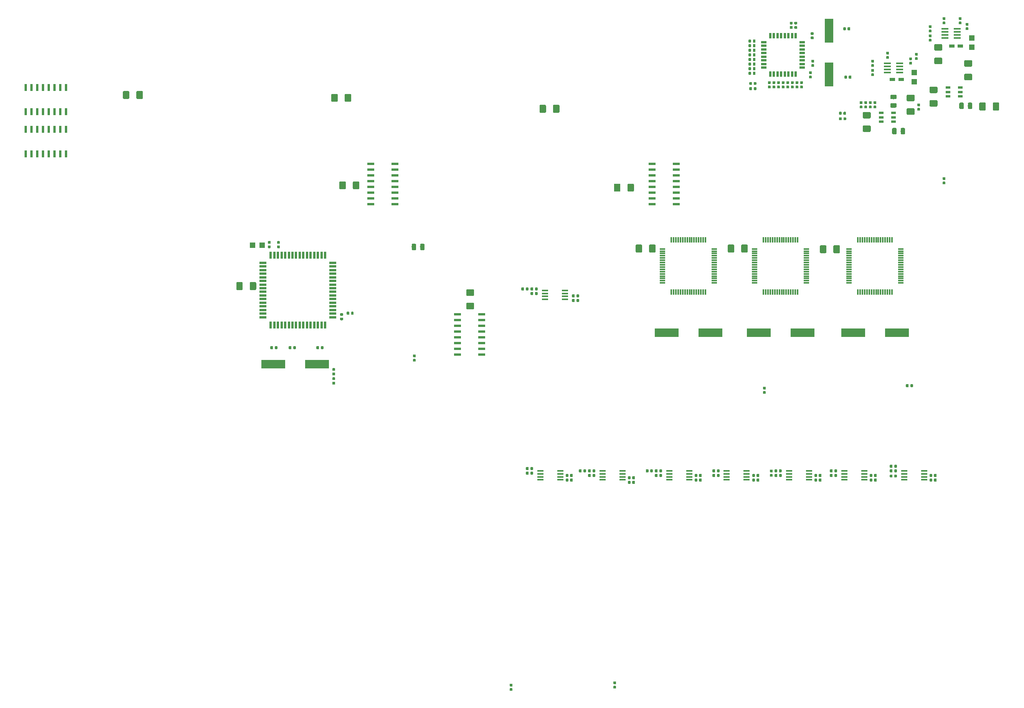
<source format=gbr>
G04 #@! TF.GenerationSoftware,KiCad,Pcbnew,(5.0.0)*
G04 #@! TF.CreationDate,2019-03-12T22:38:42-07:00*
G04 #@! TF.ProjectId,SchematicAutomation,536368656D617469634175746F6D6174,rev?*
G04 #@! TF.SameCoordinates,Original*
G04 #@! TF.FileFunction,Paste,Top*
G04 #@! TF.FilePolarity,Positive*
%FSLAX45Y45*%
G04 Gerber Fmt 4.5, Leading zero omitted, Abs format (unit mm)*
G04 Created by KiCad (PCBNEW (5.0.0)) date 03/12/19 22:38:42*
%MOMM*%
%LPD*%
G01*
G04 APERTURE LIST*
%ADD10C,0.150000*%
%ADD11C,1.425000*%
%ADD12R,1.550000X0.600000*%
%ADD13C,0.590000*%
%ADD14R,1.200000X1.200000*%
%ADD15R,1.200000X0.300000*%
%ADD16R,0.300000X1.200000*%
%ADD17R,1.450000X0.450000*%
%ADD18C,0.975000*%
%ADD19R,1.000000X0.550000*%
%ADD20R,5.334000X1.930400*%
%ADD21R,1.560000X0.400000*%
%ADD22R,1.200000X0.750000*%
%ADD23R,1.200000X0.500000*%
%ADD24R,0.500000X1.200000*%
%ADD25R,0.550000X1.500000*%
%ADD26R,1.500000X0.550000*%
%ADD27R,1.930400X5.334000*%
%ADD28R,0.600000X1.550000*%
G04 APERTURE END LIST*
D10*
G04 #@! TO.C,C64*
G36*
X18231450Y-6465820D02*
X18233877Y-6466180D01*
X18236257Y-6466776D01*
X18238567Y-6467603D01*
X18240785Y-6468652D01*
X18242889Y-6469913D01*
X18244860Y-6471375D01*
X18246678Y-6473022D01*
X18248325Y-6474840D01*
X18249787Y-6476811D01*
X18251048Y-6478915D01*
X18252097Y-6481133D01*
X18252924Y-6483443D01*
X18253520Y-6485823D01*
X18253880Y-6488250D01*
X18254000Y-6490700D01*
X18254000Y-6615700D01*
X18253880Y-6618150D01*
X18253520Y-6620577D01*
X18252924Y-6622957D01*
X18252097Y-6625267D01*
X18251048Y-6627485D01*
X18249787Y-6629589D01*
X18248325Y-6631560D01*
X18246678Y-6633378D01*
X18244860Y-6635025D01*
X18242889Y-6636487D01*
X18240785Y-6637748D01*
X18238567Y-6638797D01*
X18236257Y-6639623D01*
X18233877Y-6640220D01*
X18231450Y-6640580D01*
X18229000Y-6640700D01*
X18136500Y-6640700D01*
X18134050Y-6640580D01*
X18131623Y-6640220D01*
X18129243Y-6639623D01*
X18126933Y-6638797D01*
X18124715Y-6637748D01*
X18122611Y-6636487D01*
X18120640Y-6635025D01*
X18118822Y-6633378D01*
X18117175Y-6631560D01*
X18115713Y-6629589D01*
X18114452Y-6627485D01*
X18113403Y-6625267D01*
X18112577Y-6622957D01*
X18111980Y-6620577D01*
X18111620Y-6618150D01*
X18111500Y-6615700D01*
X18111500Y-6490700D01*
X18111620Y-6488250D01*
X18111980Y-6485823D01*
X18112577Y-6483443D01*
X18113403Y-6481133D01*
X18114452Y-6478915D01*
X18115713Y-6476811D01*
X18117175Y-6474840D01*
X18118822Y-6473022D01*
X18120640Y-6471375D01*
X18122611Y-6469913D01*
X18124715Y-6468652D01*
X18126933Y-6467603D01*
X18129243Y-6466776D01*
X18131623Y-6466180D01*
X18134050Y-6465820D01*
X18136500Y-6465700D01*
X18229000Y-6465700D01*
X18231450Y-6465820D01*
X18231450Y-6465820D01*
G37*
D11*
X18182750Y-6553200D03*
D10*
G36*
X17933950Y-6465820D02*
X17936377Y-6466180D01*
X17938757Y-6466776D01*
X17941067Y-6467603D01*
X17943285Y-6468652D01*
X17945389Y-6469913D01*
X17947360Y-6471375D01*
X17949178Y-6473022D01*
X17950825Y-6474840D01*
X17952287Y-6476811D01*
X17953548Y-6478915D01*
X17954597Y-6481133D01*
X17955424Y-6483443D01*
X17956020Y-6485823D01*
X17956380Y-6488250D01*
X17956500Y-6490700D01*
X17956500Y-6615700D01*
X17956380Y-6618150D01*
X17956020Y-6620577D01*
X17955424Y-6622957D01*
X17954597Y-6625267D01*
X17953548Y-6627485D01*
X17952287Y-6629589D01*
X17950825Y-6631560D01*
X17949178Y-6633378D01*
X17947360Y-6635025D01*
X17945389Y-6636487D01*
X17943285Y-6637748D01*
X17941067Y-6638797D01*
X17938757Y-6639623D01*
X17936377Y-6640220D01*
X17933950Y-6640580D01*
X17931500Y-6640700D01*
X17839000Y-6640700D01*
X17836550Y-6640580D01*
X17834123Y-6640220D01*
X17831743Y-6639623D01*
X17829433Y-6638797D01*
X17827215Y-6637748D01*
X17825111Y-6636487D01*
X17823140Y-6635025D01*
X17821322Y-6633378D01*
X17819675Y-6631560D01*
X17818213Y-6629589D01*
X17816952Y-6627485D01*
X17815903Y-6625267D01*
X17815077Y-6622957D01*
X17814480Y-6620577D01*
X17814120Y-6618150D01*
X17814000Y-6615700D01*
X17814000Y-6490700D01*
X17814120Y-6488250D01*
X17814480Y-6485823D01*
X17815077Y-6483443D01*
X17815903Y-6481133D01*
X17816952Y-6478915D01*
X17818213Y-6476811D01*
X17819675Y-6474840D01*
X17821322Y-6473022D01*
X17823140Y-6471375D01*
X17825111Y-6469913D01*
X17827215Y-6468652D01*
X17829433Y-6467603D01*
X17831743Y-6466776D01*
X17834123Y-6466180D01*
X17836550Y-6465820D01*
X17839000Y-6465700D01*
X17931500Y-6465700D01*
X17933950Y-6465820D01*
X17933950Y-6465820D01*
G37*
D11*
X17885250Y-6553200D03*
G04 #@! TD*
D12*
G04 #@! TO.C,U2*
X18653000Y-6921500D03*
X18653000Y-6794500D03*
X18653000Y-6667500D03*
X18653000Y-6540500D03*
X18653000Y-6413500D03*
X18653000Y-6286500D03*
X18653000Y-6159500D03*
X18653000Y-6032500D03*
X19193000Y-6032500D03*
X19193000Y-6159500D03*
X19193000Y-6286500D03*
X19193000Y-6413500D03*
X19193000Y-6540500D03*
X19193000Y-6667500D03*
X19193000Y-6794500D03*
X19193000Y-6921500D03*
G04 #@! TD*
D10*
G04 #@! TO.C,C1*
G36*
X11393096Y-10051871D02*
X11394528Y-10052083D01*
X11395932Y-10052435D01*
X11397295Y-10052923D01*
X11398603Y-10053542D01*
X11399845Y-10054286D01*
X11401007Y-10055148D01*
X11402080Y-10056120D01*
X11403052Y-10057193D01*
X11403914Y-10058355D01*
X11404658Y-10059597D01*
X11405277Y-10060905D01*
X11405765Y-10062268D01*
X11406117Y-10063672D01*
X11406329Y-10065104D01*
X11406400Y-10066550D01*
X11406400Y-10101050D01*
X11406329Y-10102496D01*
X11406117Y-10103928D01*
X11405765Y-10105332D01*
X11405277Y-10106695D01*
X11404658Y-10108003D01*
X11403914Y-10109245D01*
X11403052Y-10110407D01*
X11402080Y-10111480D01*
X11401007Y-10112452D01*
X11399845Y-10113314D01*
X11398603Y-10114058D01*
X11397295Y-10114677D01*
X11395932Y-10115165D01*
X11394528Y-10115517D01*
X11393096Y-10115729D01*
X11391650Y-10115800D01*
X11362150Y-10115800D01*
X11360704Y-10115729D01*
X11359272Y-10115517D01*
X11357868Y-10115165D01*
X11356505Y-10114677D01*
X11355197Y-10114058D01*
X11353955Y-10113314D01*
X11352793Y-10112452D01*
X11351720Y-10111480D01*
X11350748Y-10110407D01*
X11349886Y-10109245D01*
X11349142Y-10108003D01*
X11348523Y-10106695D01*
X11348035Y-10105332D01*
X11347683Y-10103928D01*
X11347471Y-10102496D01*
X11347400Y-10101050D01*
X11347400Y-10066550D01*
X11347471Y-10065104D01*
X11347683Y-10063672D01*
X11348035Y-10062268D01*
X11348523Y-10060905D01*
X11349142Y-10059597D01*
X11349886Y-10058355D01*
X11350748Y-10057193D01*
X11351720Y-10056120D01*
X11352793Y-10055148D01*
X11353955Y-10054286D01*
X11355197Y-10053542D01*
X11356505Y-10052923D01*
X11357868Y-10052435D01*
X11359272Y-10052083D01*
X11360704Y-10051871D01*
X11362150Y-10051800D01*
X11391650Y-10051800D01*
X11393096Y-10051871D01*
X11393096Y-10051871D01*
G37*
D13*
X11376900Y-10083800D03*
D10*
G36*
X11296096Y-10051871D02*
X11297528Y-10052083D01*
X11298932Y-10052435D01*
X11300295Y-10052923D01*
X11301603Y-10053542D01*
X11302845Y-10054286D01*
X11304007Y-10055148D01*
X11305080Y-10056120D01*
X11306052Y-10057193D01*
X11306914Y-10058355D01*
X11307658Y-10059597D01*
X11308277Y-10060905D01*
X11308765Y-10062268D01*
X11309117Y-10063672D01*
X11309329Y-10065104D01*
X11309400Y-10066550D01*
X11309400Y-10101050D01*
X11309329Y-10102496D01*
X11309117Y-10103928D01*
X11308765Y-10105332D01*
X11308277Y-10106695D01*
X11307658Y-10108003D01*
X11306914Y-10109245D01*
X11306052Y-10110407D01*
X11305080Y-10111480D01*
X11304007Y-10112452D01*
X11302845Y-10113314D01*
X11301603Y-10114058D01*
X11300295Y-10114677D01*
X11298932Y-10115165D01*
X11297528Y-10115517D01*
X11296096Y-10115729D01*
X11294650Y-10115800D01*
X11265150Y-10115800D01*
X11263704Y-10115729D01*
X11262272Y-10115517D01*
X11260868Y-10115165D01*
X11259505Y-10114677D01*
X11258197Y-10114058D01*
X11256955Y-10113314D01*
X11255793Y-10112452D01*
X11254720Y-10111480D01*
X11253748Y-10110407D01*
X11252886Y-10109245D01*
X11252142Y-10108003D01*
X11251523Y-10106695D01*
X11251035Y-10105332D01*
X11250683Y-10103928D01*
X11250471Y-10102496D01*
X11250400Y-10101050D01*
X11250400Y-10066550D01*
X11250471Y-10065104D01*
X11250683Y-10063672D01*
X11251035Y-10062268D01*
X11251523Y-10060905D01*
X11252142Y-10059597D01*
X11252886Y-10058355D01*
X11253748Y-10057193D01*
X11254720Y-10056120D01*
X11255793Y-10055148D01*
X11256955Y-10054286D01*
X11258197Y-10053542D01*
X11259505Y-10052923D01*
X11260868Y-10052435D01*
X11262272Y-10052083D01*
X11263704Y-10051871D01*
X11265150Y-10051800D01*
X11294650Y-10051800D01*
X11296096Y-10051871D01*
X11296096Y-10051871D01*
G37*
D13*
X11279900Y-10083800D03*
G04 #@! TD*
D10*
G04 #@! TO.C,C77*
G36*
X24300896Y-10890071D02*
X24302328Y-10890283D01*
X24303732Y-10890635D01*
X24305095Y-10891123D01*
X24306403Y-10891742D01*
X24307645Y-10892486D01*
X24308807Y-10893348D01*
X24309880Y-10894320D01*
X24310852Y-10895393D01*
X24311714Y-10896555D01*
X24312458Y-10897797D01*
X24313077Y-10899105D01*
X24313565Y-10900468D01*
X24313917Y-10901872D01*
X24314129Y-10903304D01*
X24314200Y-10904750D01*
X24314200Y-10939250D01*
X24314129Y-10940696D01*
X24313917Y-10942128D01*
X24313565Y-10943532D01*
X24313077Y-10944895D01*
X24312458Y-10946203D01*
X24311714Y-10947445D01*
X24310852Y-10948607D01*
X24309880Y-10949680D01*
X24308807Y-10950652D01*
X24307645Y-10951514D01*
X24306403Y-10952258D01*
X24305095Y-10952877D01*
X24303732Y-10953365D01*
X24302328Y-10953717D01*
X24300896Y-10953929D01*
X24299450Y-10954000D01*
X24269950Y-10954000D01*
X24268504Y-10953929D01*
X24267072Y-10953717D01*
X24265668Y-10953365D01*
X24264305Y-10952877D01*
X24262997Y-10952258D01*
X24261755Y-10951514D01*
X24260593Y-10950652D01*
X24259520Y-10949680D01*
X24258548Y-10948607D01*
X24257686Y-10947445D01*
X24256942Y-10946203D01*
X24256323Y-10944895D01*
X24255835Y-10943532D01*
X24255483Y-10942128D01*
X24255271Y-10940696D01*
X24255200Y-10939250D01*
X24255200Y-10904750D01*
X24255271Y-10903304D01*
X24255483Y-10901872D01*
X24255835Y-10900468D01*
X24256323Y-10899105D01*
X24256942Y-10897797D01*
X24257686Y-10896555D01*
X24258548Y-10895393D01*
X24259520Y-10894320D01*
X24260593Y-10893348D01*
X24261755Y-10892486D01*
X24262997Y-10891742D01*
X24264305Y-10891123D01*
X24265668Y-10890635D01*
X24267072Y-10890283D01*
X24268504Y-10890071D01*
X24269950Y-10890000D01*
X24299450Y-10890000D01*
X24300896Y-10890071D01*
X24300896Y-10890071D01*
G37*
D13*
X24284700Y-10922000D03*
D10*
G36*
X24397896Y-10890071D02*
X24399328Y-10890283D01*
X24400732Y-10890635D01*
X24402095Y-10891123D01*
X24403403Y-10891742D01*
X24404645Y-10892486D01*
X24405807Y-10893348D01*
X24406880Y-10894320D01*
X24407852Y-10895393D01*
X24408714Y-10896555D01*
X24409458Y-10897797D01*
X24410077Y-10899105D01*
X24410565Y-10900468D01*
X24410917Y-10901872D01*
X24411129Y-10903304D01*
X24411200Y-10904750D01*
X24411200Y-10939250D01*
X24411129Y-10940696D01*
X24410917Y-10942128D01*
X24410565Y-10943532D01*
X24410077Y-10944895D01*
X24409458Y-10946203D01*
X24408714Y-10947445D01*
X24407852Y-10948607D01*
X24406880Y-10949680D01*
X24405807Y-10950652D01*
X24404645Y-10951514D01*
X24403403Y-10952258D01*
X24402095Y-10952877D01*
X24400732Y-10953365D01*
X24399328Y-10953717D01*
X24397896Y-10953929D01*
X24396450Y-10954000D01*
X24366950Y-10954000D01*
X24365504Y-10953929D01*
X24364072Y-10953717D01*
X24362668Y-10953365D01*
X24361305Y-10952877D01*
X24359997Y-10952258D01*
X24358755Y-10951514D01*
X24357593Y-10950652D01*
X24356520Y-10949680D01*
X24355548Y-10948607D01*
X24354686Y-10947445D01*
X24353942Y-10946203D01*
X24353323Y-10944895D01*
X24352835Y-10943532D01*
X24352483Y-10942128D01*
X24352271Y-10940696D01*
X24352200Y-10939250D01*
X24352200Y-10904750D01*
X24352271Y-10903304D01*
X24352483Y-10901872D01*
X24352835Y-10900468D01*
X24353323Y-10899105D01*
X24353942Y-10897797D01*
X24354686Y-10896555D01*
X24355548Y-10895393D01*
X24356520Y-10894320D01*
X24357593Y-10893348D01*
X24358755Y-10892486D01*
X24359997Y-10891742D01*
X24361305Y-10891123D01*
X24362668Y-10890635D01*
X24364072Y-10890283D01*
X24365504Y-10890071D01*
X24366950Y-10890000D01*
X24396450Y-10890000D01*
X24397896Y-10890071D01*
X24397896Y-10890071D01*
G37*
D13*
X24381700Y-10922000D03*
G04 #@! TD*
D10*
G04 #@! TO.C,C71*
G36*
X25113896Y-6322871D02*
X25115328Y-6323083D01*
X25116732Y-6323435D01*
X25118095Y-6323923D01*
X25119403Y-6324542D01*
X25120645Y-6325286D01*
X25121807Y-6326148D01*
X25122880Y-6327120D01*
X25123852Y-6328193D01*
X25124714Y-6329355D01*
X25125458Y-6330597D01*
X25126077Y-6331905D01*
X25126565Y-6333268D01*
X25126917Y-6334672D01*
X25127129Y-6336104D01*
X25127200Y-6337550D01*
X25127200Y-6367050D01*
X25127129Y-6368496D01*
X25126917Y-6369928D01*
X25126565Y-6371332D01*
X25126077Y-6372695D01*
X25125458Y-6374003D01*
X25124714Y-6375245D01*
X25123852Y-6376407D01*
X25122880Y-6377480D01*
X25121807Y-6378452D01*
X25120645Y-6379314D01*
X25119403Y-6380058D01*
X25118095Y-6380677D01*
X25116732Y-6381165D01*
X25115328Y-6381517D01*
X25113896Y-6381729D01*
X25112450Y-6381800D01*
X25077950Y-6381800D01*
X25076504Y-6381729D01*
X25075072Y-6381517D01*
X25073668Y-6381165D01*
X25072305Y-6380677D01*
X25070997Y-6380058D01*
X25069755Y-6379314D01*
X25068593Y-6378452D01*
X25067520Y-6377480D01*
X25066548Y-6376407D01*
X25065686Y-6375245D01*
X25064942Y-6374003D01*
X25064323Y-6372695D01*
X25063835Y-6371332D01*
X25063483Y-6369928D01*
X25063271Y-6368496D01*
X25063200Y-6367050D01*
X25063200Y-6337550D01*
X25063271Y-6336104D01*
X25063483Y-6334672D01*
X25063835Y-6333268D01*
X25064323Y-6331905D01*
X25064942Y-6330597D01*
X25065686Y-6329355D01*
X25066548Y-6328193D01*
X25067520Y-6327120D01*
X25068593Y-6326148D01*
X25069755Y-6325286D01*
X25070997Y-6324542D01*
X25072305Y-6323923D01*
X25073668Y-6323435D01*
X25075072Y-6323083D01*
X25076504Y-6322871D01*
X25077950Y-6322800D01*
X25112450Y-6322800D01*
X25113896Y-6322871D01*
X25113896Y-6322871D01*
G37*
D13*
X25095200Y-6352300D03*
D10*
G36*
X25113896Y-6419871D02*
X25115328Y-6420083D01*
X25116732Y-6420435D01*
X25118095Y-6420923D01*
X25119403Y-6421542D01*
X25120645Y-6422286D01*
X25121807Y-6423148D01*
X25122880Y-6424120D01*
X25123852Y-6425193D01*
X25124714Y-6426355D01*
X25125458Y-6427597D01*
X25126077Y-6428905D01*
X25126565Y-6430268D01*
X25126917Y-6431672D01*
X25127129Y-6433104D01*
X25127200Y-6434550D01*
X25127200Y-6464050D01*
X25127129Y-6465496D01*
X25126917Y-6466928D01*
X25126565Y-6468332D01*
X25126077Y-6469695D01*
X25125458Y-6471003D01*
X25124714Y-6472245D01*
X25123852Y-6473407D01*
X25122880Y-6474480D01*
X25121807Y-6475452D01*
X25120645Y-6476314D01*
X25119403Y-6477058D01*
X25118095Y-6477677D01*
X25116732Y-6478165D01*
X25115328Y-6478517D01*
X25113896Y-6478729D01*
X25112450Y-6478800D01*
X25077950Y-6478800D01*
X25076504Y-6478729D01*
X25075072Y-6478517D01*
X25073668Y-6478165D01*
X25072305Y-6477677D01*
X25070997Y-6477058D01*
X25069755Y-6476314D01*
X25068593Y-6475452D01*
X25067520Y-6474480D01*
X25066548Y-6473407D01*
X25065686Y-6472245D01*
X25064942Y-6471003D01*
X25064323Y-6469695D01*
X25063835Y-6468332D01*
X25063483Y-6466928D01*
X25063271Y-6465496D01*
X25063200Y-6464050D01*
X25063200Y-6434550D01*
X25063271Y-6433104D01*
X25063483Y-6431672D01*
X25063835Y-6430268D01*
X25064323Y-6428905D01*
X25064942Y-6427597D01*
X25065686Y-6426355D01*
X25066548Y-6425193D01*
X25067520Y-6424120D01*
X25068593Y-6423148D01*
X25069755Y-6422286D01*
X25070997Y-6421542D01*
X25072305Y-6420923D01*
X25073668Y-6420435D01*
X25075072Y-6420083D01*
X25076504Y-6419871D01*
X25077950Y-6419800D01*
X25112450Y-6419800D01*
X25113896Y-6419871D01*
X25113896Y-6419871D01*
G37*
D13*
X25095200Y-6449300D03*
G04 #@! TD*
D10*
G04 #@! TO.C,C73*
G36*
X24504296Y-3676671D02*
X24505728Y-3676883D01*
X24507132Y-3677235D01*
X24508495Y-3677723D01*
X24509803Y-3678342D01*
X24511045Y-3679086D01*
X24512207Y-3679948D01*
X24513280Y-3680920D01*
X24514252Y-3681993D01*
X24515114Y-3683155D01*
X24515858Y-3684397D01*
X24516477Y-3685705D01*
X24516965Y-3687068D01*
X24517317Y-3688472D01*
X24517529Y-3689904D01*
X24517600Y-3691350D01*
X24517600Y-3720850D01*
X24517529Y-3722296D01*
X24517317Y-3723728D01*
X24516965Y-3725132D01*
X24516477Y-3726495D01*
X24515858Y-3727803D01*
X24515114Y-3729045D01*
X24514252Y-3730207D01*
X24513280Y-3731280D01*
X24512207Y-3732252D01*
X24511045Y-3733114D01*
X24509803Y-3733858D01*
X24508495Y-3734477D01*
X24507132Y-3734965D01*
X24505728Y-3735317D01*
X24504296Y-3735529D01*
X24502850Y-3735600D01*
X24468350Y-3735600D01*
X24466904Y-3735529D01*
X24465472Y-3735317D01*
X24464068Y-3734965D01*
X24462705Y-3734477D01*
X24461397Y-3733858D01*
X24460155Y-3733114D01*
X24458993Y-3732252D01*
X24457920Y-3731280D01*
X24456948Y-3730207D01*
X24456086Y-3729045D01*
X24455342Y-3727803D01*
X24454723Y-3726495D01*
X24454235Y-3725132D01*
X24453883Y-3723728D01*
X24453671Y-3722296D01*
X24453600Y-3720850D01*
X24453600Y-3691350D01*
X24453671Y-3689904D01*
X24453883Y-3688472D01*
X24454235Y-3687068D01*
X24454723Y-3685705D01*
X24455342Y-3684397D01*
X24456086Y-3683155D01*
X24456948Y-3681993D01*
X24457920Y-3680920D01*
X24458993Y-3679948D01*
X24460155Y-3679086D01*
X24461397Y-3678342D01*
X24462705Y-3677723D01*
X24464068Y-3677235D01*
X24465472Y-3676883D01*
X24466904Y-3676671D01*
X24468350Y-3676600D01*
X24502850Y-3676600D01*
X24504296Y-3676671D01*
X24504296Y-3676671D01*
G37*
D13*
X24485600Y-3706100D03*
D10*
G36*
X24504296Y-3579671D02*
X24505728Y-3579883D01*
X24507132Y-3580235D01*
X24508495Y-3580723D01*
X24509803Y-3581342D01*
X24511045Y-3582086D01*
X24512207Y-3582948D01*
X24513280Y-3583920D01*
X24514252Y-3584993D01*
X24515114Y-3586155D01*
X24515858Y-3587397D01*
X24516477Y-3588705D01*
X24516965Y-3590068D01*
X24517317Y-3591472D01*
X24517529Y-3592904D01*
X24517600Y-3594350D01*
X24517600Y-3623850D01*
X24517529Y-3625296D01*
X24517317Y-3626728D01*
X24516965Y-3628132D01*
X24516477Y-3629495D01*
X24515858Y-3630803D01*
X24515114Y-3632045D01*
X24514252Y-3633207D01*
X24513280Y-3634280D01*
X24512207Y-3635252D01*
X24511045Y-3636114D01*
X24509803Y-3636858D01*
X24508495Y-3637477D01*
X24507132Y-3637965D01*
X24505728Y-3638317D01*
X24504296Y-3638529D01*
X24502850Y-3638600D01*
X24468350Y-3638600D01*
X24466904Y-3638529D01*
X24465472Y-3638317D01*
X24464068Y-3637965D01*
X24462705Y-3637477D01*
X24461397Y-3636858D01*
X24460155Y-3636114D01*
X24458993Y-3635252D01*
X24457920Y-3634280D01*
X24456948Y-3633207D01*
X24456086Y-3632045D01*
X24455342Y-3630803D01*
X24454723Y-3629495D01*
X24454235Y-3628132D01*
X24453883Y-3626728D01*
X24453671Y-3625296D01*
X24453600Y-3623850D01*
X24453600Y-3594350D01*
X24453671Y-3592904D01*
X24453883Y-3591472D01*
X24454235Y-3590068D01*
X24454723Y-3588705D01*
X24455342Y-3587397D01*
X24456086Y-3586155D01*
X24456948Y-3584993D01*
X24457920Y-3583920D01*
X24458993Y-3582948D01*
X24460155Y-3582086D01*
X24461397Y-3581342D01*
X24462705Y-3580723D01*
X24464068Y-3580235D01*
X24465472Y-3579883D01*
X24466904Y-3579671D01*
X24468350Y-3579600D01*
X24502850Y-3579600D01*
X24504296Y-3579671D01*
X24504296Y-3579671D01*
G37*
D13*
X24485600Y-3609100D03*
G04 #@! TD*
D10*
G04 #@! TO.C,C79*
G36*
X22218296Y-3732071D02*
X22219728Y-3732283D01*
X22221132Y-3732635D01*
X22222495Y-3733123D01*
X22223803Y-3733742D01*
X22225045Y-3734486D01*
X22226207Y-3735348D01*
X22227280Y-3736320D01*
X22228252Y-3737393D01*
X22229114Y-3738555D01*
X22229858Y-3739797D01*
X22230477Y-3741105D01*
X22230965Y-3742468D01*
X22231317Y-3743872D01*
X22231529Y-3745304D01*
X22231600Y-3746750D01*
X22231600Y-3776250D01*
X22231529Y-3777696D01*
X22231317Y-3779128D01*
X22230965Y-3780532D01*
X22230477Y-3781895D01*
X22229858Y-3783203D01*
X22229114Y-3784445D01*
X22228252Y-3785607D01*
X22227280Y-3786680D01*
X22226207Y-3787652D01*
X22225045Y-3788514D01*
X22223803Y-3789258D01*
X22222495Y-3789877D01*
X22221132Y-3790365D01*
X22219728Y-3790717D01*
X22218296Y-3790929D01*
X22216850Y-3791000D01*
X22182350Y-3791000D01*
X22180904Y-3790929D01*
X22179472Y-3790717D01*
X22178068Y-3790365D01*
X22176705Y-3789877D01*
X22175397Y-3789258D01*
X22174155Y-3788514D01*
X22172993Y-3787652D01*
X22171920Y-3786680D01*
X22170948Y-3785607D01*
X22170086Y-3784445D01*
X22169342Y-3783203D01*
X22168723Y-3781895D01*
X22168235Y-3780532D01*
X22167883Y-3779128D01*
X22167671Y-3777696D01*
X22167600Y-3776250D01*
X22167600Y-3746750D01*
X22167671Y-3745304D01*
X22167883Y-3743872D01*
X22168235Y-3742468D01*
X22168723Y-3741105D01*
X22169342Y-3739797D01*
X22170086Y-3738555D01*
X22170948Y-3737393D01*
X22171920Y-3736320D01*
X22172993Y-3735348D01*
X22174155Y-3734486D01*
X22175397Y-3733742D01*
X22176705Y-3733123D01*
X22178068Y-3732635D01*
X22179472Y-3732283D01*
X22180904Y-3732071D01*
X22182350Y-3732000D01*
X22216850Y-3732000D01*
X22218296Y-3732071D01*
X22218296Y-3732071D01*
G37*
D13*
X22199600Y-3761500D03*
D10*
G36*
X22218296Y-3829071D02*
X22219728Y-3829283D01*
X22221132Y-3829635D01*
X22222495Y-3830123D01*
X22223803Y-3830742D01*
X22225045Y-3831486D01*
X22226207Y-3832348D01*
X22227280Y-3833320D01*
X22228252Y-3834393D01*
X22229114Y-3835555D01*
X22229858Y-3836797D01*
X22230477Y-3838105D01*
X22230965Y-3839468D01*
X22231317Y-3840872D01*
X22231529Y-3842304D01*
X22231600Y-3843750D01*
X22231600Y-3873250D01*
X22231529Y-3874696D01*
X22231317Y-3876128D01*
X22230965Y-3877532D01*
X22230477Y-3878895D01*
X22229858Y-3880203D01*
X22229114Y-3881445D01*
X22228252Y-3882607D01*
X22227280Y-3883680D01*
X22226207Y-3884652D01*
X22225045Y-3885514D01*
X22223803Y-3886258D01*
X22222495Y-3886877D01*
X22221132Y-3887365D01*
X22219728Y-3887717D01*
X22218296Y-3887929D01*
X22216850Y-3888000D01*
X22182350Y-3888000D01*
X22180904Y-3887929D01*
X22179472Y-3887717D01*
X22178068Y-3887365D01*
X22176705Y-3886877D01*
X22175397Y-3886258D01*
X22174155Y-3885514D01*
X22172993Y-3884652D01*
X22171920Y-3883680D01*
X22170948Y-3882607D01*
X22170086Y-3881445D01*
X22169342Y-3880203D01*
X22168723Y-3878895D01*
X22168235Y-3877532D01*
X22167883Y-3876128D01*
X22167671Y-3874696D01*
X22167600Y-3873250D01*
X22167600Y-3843750D01*
X22167671Y-3842304D01*
X22167883Y-3840872D01*
X22168235Y-3839468D01*
X22168723Y-3838105D01*
X22169342Y-3836797D01*
X22170086Y-3835555D01*
X22170948Y-3834393D01*
X22171920Y-3833320D01*
X22172993Y-3832348D01*
X22174155Y-3831486D01*
X22175397Y-3830742D01*
X22176705Y-3830123D01*
X22178068Y-3829635D01*
X22179472Y-3829283D01*
X22180904Y-3829071D01*
X22182350Y-3829000D01*
X22216850Y-3829000D01*
X22218296Y-3829071D01*
X22218296Y-3829071D01*
G37*
D13*
X22199600Y-3858500D03*
G04 #@! TD*
D10*
G04 #@! TO.C,C75*
G36*
X24555096Y-4697271D02*
X24556528Y-4697483D01*
X24557932Y-4697835D01*
X24559295Y-4698323D01*
X24560603Y-4698942D01*
X24561845Y-4699686D01*
X24563007Y-4700548D01*
X24564080Y-4701520D01*
X24565052Y-4702593D01*
X24565914Y-4703755D01*
X24566658Y-4704997D01*
X24567277Y-4706305D01*
X24567765Y-4707668D01*
X24568117Y-4709072D01*
X24568329Y-4710504D01*
X24568400Y-4711950D01*
X24568400Y-4741450D01*
X24568329Y-4742896D01*
X24568117Y-4744328D01*
X24567765Y-4745732D01*
X24567277Y-4747095D01*
X24566658Y-4748403D01*
X24565914Y-4749645D01*
X24565052Y-4750807D01*
X24564080Y-4751880D01*
X24563007Y-4752852D01*
X24561845Y-4753714D01*
X24560603Y-4754458D01*
X24559295Y-4755077D01*
X24557932Y-4755565D01*
X24556528Y-4755917D01*
X24555096Y-4756129D01*
X24553650Y-4756200D01*
X24519150Y-4756200D01*
X24517704Y-4756129D01*
X24516272Y-4755917D01*
X24514868Y-4755565D01*
X24513505Y-4755077D01*
X24512197Y-4754458D01*
X24510955Y-4753714D01*
X24509793Y-4752852D01*
X24508720Y-4751880D01*
X24507748Y-4750807D01*
X24506886Y-4749645D01*
X24506142Y-4748403D01*
X24505523Y-4747095D01*
X24505035Y-4745732D01*
X24504683Y-4744328D01*
X24504471Y-4742896D01*
X24504400Y-4741450D01*
X24504400Y-4711950D01*
X24504471Y-4710504D01*
X24504683Y-4709072D01*
X24505035Y-4707668D01*
X24505523Y-4706305D01*
X24506142Y-4704997D01*
X24506886Y-4703755D01*
X24507748Y-4702593D01*
X24508720Y-4701520D01*
X24509793Y-4700548D01*
X24510955Y-4699686D01*
X24512197Y-4698942D01*
X24513505Y-4698323D01*
X24514868Y-4697835D01*
X24516272Y-4697483D01*
X24517704Y-4697271D01*
X24519150Y-4697200D01*
X24553650Y-4697200D01*
X24555096Y-4697271D01*
X24555096Y-4697271D01*
G37*
D13*
X24536400Y-4726700D03*
D10*
G36*
X24555096Y-4794271D02*
X24556528Y-4794483D01*
X24557932Y-4794835D01*
X24559295Y-4795323D01*
X24560603Y-4795942D01*
X24561845Y-4796686D01*
X24563007Y-4797548D01*
X24564080Y-4798520D01*
X24565052Y-4799593D01*
X24565914Y-4800755D01*
X24566658Y-4801997D01*
X24567277Y-4803305D01*
X24567765Y-4804668D01*
X24568117Y-4806072D01*
X24568329Y-4807504D01*
X24568400Y-4808950D01*
X24568400Y-4838450D01*
X24568329Y-4839896D01*
X24568117Y-4841328D01*
X24567765Y-4842732D01*
X24567277Y-4844095D01*
X24566658Y-4845403D01*
X24565914Y-4846645D01*
X24565052Y-4847807D01*
X24564080Y-4848880D01*
X24563007Y-4849852D01*
X24561845Y-4850714D01*
X24560603Y-4851458D01*
X24559295Y-4852077D01*
X24557932Y-4852565D01*
X24556528Y-4852917D01*
X24555096Y-4853129D01*
X24553650Y-4853200D01*
X24519150Y-4853200D01*
X24517704Y-4853129D01*
X24516272Y-4852917D01*
X24514868Y-4852565D01*
X24513505Y-4852077D01*
X24512197Y-4851458D01*
X24510955Y-4850714D01*
X24509793Y-4849852D01*
X24508720Y-4848880D01*
X24507748Y-4847807D01*
X24506886Y-4846645D01*
X24506142Y-4845403D01*
X24505523Y-4844095D01*
X24505035Y-4842732D01*
X24504683Y-4841328D01*
X24504471Y-4839896D01*
X24504400Y-4838450D01*
X24504400Y-4808950D01*
X24504471Y-4807504D01*
X24504683Y-4806072D01*
X24505035Y-4804668D01*
X24505523Y-4803305D01*
X24506142Y-4801997D01*
X24506886Y-4800755D01*
X24507748Y-4799593D01*
X24508720Y-4798520D01*
X24509793Y-4797548D01*
X24510955Y-4796686D01*
X24512197Y-4795942D01*
X24513505Y-4795323D01*
X24514868Y-4794835D01*
X24516272Y-4794483D01*
X24517704Y-4794271D01*
X24519150Y-4794200D01*
X24553650Y-4794200D01*
X24555096Y-4794271D01*
X24555096Y-4794271D01*
G37*
D13*
X24536400Y-4823700D03*
G04 #@! TD*
D10*
G04 #@! TO.C,C7*
G36*
X25032750Y-3387061D02*
X25035177Y-3387421D01*
X25037557Y-3388017D01*
X25039867Y-3388844D01*
X25042085Y-3389893D01*
X25044189Y-3391154D01*
X25046160Y-3392616D01*
X25047978Y-3394263D01*
X25049625Y-3396081D01*
X25051087Y-3398052D01*
X25052348Y-3400156D01*
X25053397Y-3402374D01*
X25054223Y-3404684D01*
X25054820Y-3407064D01*
X25055180Y-3409491D01*
X25055300Y-3411941D01*
X25055300Y-3504441D01*
X25055180Y-3506891D01*
X25054820Y-3509318D01*
X25054223Y-3511698D01*
X25053397Y-3514008D01*
X25052348Y-3516226D01*
X25051087Y-3518330D01*
X25049625Y-3520301D01*
X25047978Y-3522119D01*
X25046160Y-3523766D01*
X25044189Y-3525228D01*
X25042085Y-3526489D01*
X25039867Y-3527538D01*
X25037557Y-3528364D01*
X25035177Y-3528961D01*
X25032750Y-3529321D01*
X25030300Y-3529441D01*
X24905300Y-3529441D01*
X24902850Y-3529321D01*
X24900423Y-3528961D01*
X24898043Y-3528364D01*
X24895733Y-3527538D01*
X24893515Y-3526489D01*
X24891411Y-3525228D01*
X24889440Y-3523766D01*
X24887622Y-3522119D01*
X24885975Y-3520301D01*
X24884513Y-3518330D01*
X24883252Y-3516226D01*
X24882203Y-3514008D01*
X24881376Y-3511698D01*
X24880780Y-3509318D01*
X24880420Y-3506891D01*
X24880300Y-3504441D01*
X24880300Y-3411941D01*
X24880420Y-3409491D01*
X24880780Y-3407064D01*
X24881376Y-3404684D01*
X24882203Y-3402374D01*
X24883252Y-3400156D01*
X24884513Y-3398052D01*
X24885975Y-3396081D01*
X24887622Y-3394263D01*
X24889440Y-3392616D01*
X24891411Y-3391154D01*
X24893515Y-3389893D01*
X24895733Y-3388844D01*
X24898043Y-3388017D01*
X24900423Y-3387421D01*
X24902850Y-3387061D01*
X24905300Y-3386941D01*
X25030300Y-3386941D01*
X25032750Y-3387061D01*
X25032750Y-3387061D01*
G37*
D11*
X24967800Y-3458191D03*
D10*
G36*
X25032750Y-3684561D02*
X25035177Y-3684921D01*
X25037557Y-3685517D01*
X25039867Y-3686344D01*
X25042085Y-3687393D01*
X25044189Y-3688654D01*
X25046160Y-3690116D01*
X25047978Y-3691763D01*
X25049625Y-3693581D01*
X25051087Y-3695552D01*
X25052348Y-3697656D01*
X25053397Y-3699874D01*
X25054223Y-3702184D01*
X25054820Y-3704564D01*
X25055180Y-3706991D01*
X25055300Y-3709441D01*
X25055300Y-3801941D01*
X25055180Y-3804391D01*
X25054820Y-3806818D01*
X25054223Y-3809198D01*
X25053397Y-3811508D01*
X25052348Y-3813726D01*
X25051087Y-3815830D01*
X25049625Y-3817801D01*
X25047978Y-3819619D01*
X25046160Y-3821266D01*
X25044189Y-3822728D01*
X25042085Y-3823989D01*
X25039867Y-3825038D01*
X25037557Y-3825864D01*
X25035177Y-3826461D01*
X25032750Y-3826821D01*
X25030300Y-3826941D01*
X24905300Y-3826941D01*
X24902850Y-3826821D01*
X24900423Y-3826461D01*
X24898043Y-3825864D01*
X24895733Y-3825038D01*
X24893515Y-3823989D01*
X24891411Y-3822728D01*
X24889440Y-3821266D01*
X24887622Y-3819619D01*
X24885975Y-3817801D01*
X24884513Y-3815830D01*
X24883252Y-3813726D01*
X24882203Y-3811508D01*
X24881376Y-3809198D01*
X24880780Y-3806818D01*
X24880420Y-3804391D01*
X24880300Y-3801941D01*
X24880300Y-3709441D01*
X24880420Y-3706991D01*
X24880780Y-3704564D01*
X24881376Y-3702184D01*
X24882203Y-3699874D01*
X24883252Y-3697656D01*
X24884513Y-3695552D01*
X24885975Y-3693581D01*
X24887622Y-3691763D01*
X24889440Y-3690116D01*
X24891411Y-3688654D01*
X24893515Y-3687393D01*
X24895733Y-3686344D01*
X24898043Y-3685517D01*
X24900423Y-3684921D01*
X24902850Y-3684561D01*
X24905300Y-3684441D01*
X25030300Y-3684441D01*
X25032750Y-3684561D01*
X25032750Y-3684561D01*
G37*
D11*
X24967800Y-3755691D03*
G04 #@! TD*
D10*
G04 #@! TO.C,C66*
G36*
X25992350Y-4675120D02*
X25994777Y-4675480D01*
X25997157Y-4676077D01*
X25999467Y-4676903D01*
X26001685Y-4677952D01*
X26003789Y-4679213D01*
X26005760Y-4680675D01*
X26007578Y-4682322D01*
X26009225Y-4684140D01*
X26010687Y-4686111D01*
X26011948Y-4688215D01*
X26012997Y-4690433D01*
X26013823Y-4692743D01*
X26014420Y-4695123D01*
X26014780Y-4697550D01*
X26014900Y-4700000D01*
X26014900Y-4825000D01*
X26014780Y-4827450D01*
X26014420Y-4829877D01*
X26013823Y-4832257D01*
X26012997Y-4834567D01*
X26011948Y-4836785D01*
X26010687Y-4838889D01*
X26009225Y-4840860D01*
X26007578Y-4842678D01*
X26005760Y-4844325D01*
X26003789Y-4845787D01*
X26001685Y-4847048D01*
X25999467Y-4848097D01*
X25997157Y-4848924D01*
X25994777Y-4849520D01*
X25992350Y-4849880D01*
X25989900Y-4850000D01*
X25897400Y-4850000D01*
X25894950Y-4849880D01*
X25892523Y-4849520D01*
X25890143Y-4848924D01*
X25887833Y-4848097D01*
X25885615Y-4847048D01*
X25883511Y-4845787D01*
X25881540Y-4844325D01*
X25879722Y-4842678D01*
X25878075Y-4840860D01*
X25876613Y-4838889D01*
X25875352Y-4836785D01*
X25874303Y-4834567D01*
X25873476Y-4832257D01*
X25872880Y-4829877D01*
X25872520Y-4827450D01*
X25872400Y-4825000D01*
X25872400Y-4700000D01*
X25872520Y-4697550D01*
X25872880Y-4695123D01*
X25873476Y-4692743D01*
X25874303Y-4690433D01*
X25875352Y-4688215D01*
X25876613Y-4686111D01*
X25878075Y-4684140D01*
X25879722Y-4682322D01*
X25881540Y-4680675D01*
X25883511Y-4679213D01*
X25885615Y-4677952D01*
X25887833Y-4676903D01*
X25890143Y-4676077D01*
X25892523Y-4675480D01*
X25894950Y-4675120D01*
X25897400Y-4675000D01*
X25989900Y-4675000D01*
X25992350Y-4675120D01*
X25992350Y-4675120D01*
G37*
D11*
X25943650Y-4762500D03*
D10*
G36*
X26289850Y-4675120D02*
X26292277Y-4675480D01*
X26294657Y-4676077D01*
X26296967Y-4676903D01*
X26299185Y-4677952D01*
X26301289Y-4679213D01*
X26303260Y-4680675D01*
X26305078Y-4682322D01*
X26306725Y-4684140D01*
X26308187Y-4686111D01*
X26309448Y-4688215D01*
X26310497Y-4690433D01*
X26311323Y-4692743D01*
X26311920Y-4695123D01*
X26312280Y-4697550D01*
X26312400Y-4700000D01*
X26312400Y-4825000D01*
X26312280Y-4827450D01*
X26311920Y-4829877D01*
X26311323Y-4832257D01*
X26310497Y-4834567D01*
X26309448Y-4836785D01*
X26308187Y-4838889D01*
X26306725Y-4840860D01*
X26305078Y-4842678D01*
X26303260Y-4844325D01*
X26301289Y-4845787D01*
X26299185Y-4847048D01*
X26296967Y-4848097D01*
X26294657Y-4848924D01*
X26292277Y-4849520D01*
X26289850Y-4849880D01*
X26287400Y-4850000D01*
X26194900Y-4850000D01*
X26192450Y-4849880D01*
X26190023Y-4849520D01*
X26187643Y-4848924D01*
X26185333Y-4848097D01*
X26183115Y-4847048D01*
X26181011Y-4845787D01*
X26179040Y-4844325D01*
X26177222Y-4842678D01*
X26175575Y-4840860D01*
X26174113Y-4838889D01*
X26172852Y-4836785D01*
X26171803Y-4834567D01*
X26170976Y-4832257D01*
X26170380Y-4829877D01*
X26170020Y-4827450D01*
X26169900Y-4825000D01*
X26169900Y-4700000D01*
X26170020Y-4697550D01*
X26170380Y-4695123D01*
X26170976Y-4692743D01*
X26171803Y-4690433D01*
X26172852Y-4688215D01*
X26174113Y-4686111D01*
X26175575Y-4684140D01*
X26177222Y-4682322D01*
X26179040Y-4680675D01*
X26181011Y-4679213D01*
X26183115Y-4677952D01*
X26185333Y-4676903D01*
X26187643Y-4676077D01*
X26190023Y-4675480D01*
X26192450Y-4675120D01*
X26194900Y-4675000D01*
X26287400Y-4675000D01*
X26289850Y-4675120D01*
X26289850Y-4675120D01*
G37*
D11*
X26241150Y-4762500D03*
G04 #@! TD*
D10*
G04 #@! TO.C,C65*
G36*
X7101161Y-4421120D02*
X7103588Y-4421480D01*
X7105967Y-4422077D01*
X7108277Y-4422903D01*
X7110495Y-4423952D01*
X7112600Y-4425213D01*
X7114570Y-4426675D01*
X7116388Y-4428322D01*
X7118036Y-4430140D01*
X7119497Y-4432111D01*
X7120758Y-4434215D01*
X7121807Y-4436433D01*
X7122634Y-4438743D01*
X7123230Y-4441123D01*
X7123590Y-4443550D01*
X7123710Y-4446000D01*
X7123710Y-4571000D01*
X7123590Y-4573450D01*
X7123230Y-4575877D01*
X7122634Y-4578257D01*
X7121807Y-4580567D01*
X7120758Y-4582785D01*
X7119497Y-4584889D01*
X7118036Y-4586860D01*
X7116388Y-4588678D01*
X7114570Y-4590325D01*
X7112600Y-4591787D01*
X7110495Y-4593048D01*
X7108277Y-4594097D01*
X7105967Y-4594924D01*
X7103588Y-4595520D01*
X7101161Y-4595880D01*
X7098710Y-4596000D01*
X7006210Y-4596000D01*
X7003760Y-4595880D01*
X7001333Y-4595520D01*
X6998953Y-4594924D01*
X6996643Y-4594097D01*
X6994425Y-4593048D01*
X6992321Y-4591787D01*
X6990351Y-4590325D01*
X6988533Y-4588678D01*
X6986885Y-4586860D01*
X6985424Y-4584889D01*
X6984162Y-4582785D01*
X6983113Y-4580567D01*
X6982287Y-4578257D01*
X6981691Y-4575877D01*
X6981331Y-4573450D01*
X6981210Y-4571000D01*
X6981210Y-4446000D01*
X6981331Y-4443550D01*
X6981691Y-4441123D01*
X6982287Y-4438743D01*
X6983113Y-4436433D01*
X6984162Y-4434215D01*
X6985424Y-4432111D01*
X6986885Y-4430140D01*
X6988533Y-4428322D01*
X6990351Y-4426675D01*
X6992321Y-4425213D01*
X6994425Y-4423952D01*
X6996643Y-4422903D01*
X6998953Y-4422077D01*
X7001333Y-4421480D01*
X7003760Y-4421120D01*
X7006210Y-4421000D01*
X7098710Y-4421000D01*
X7101161Y-4421120D01*
X7101161Y-4421120D01*
G37*
D11*
X7052460Y-4508500D03*
D10*
G36*
X7398661Y-4421120D02*
X7401088Y-4421480D01*
X7403467Y-4422077D01*
X7405777Y-4422903D01*
X7407995Y-4423952D01*
X7410100Y-4425213D01*
X7412070Y-4426675D01*
X7413888Y-4428322D01*
X7415536Y-4430140D01*
X7416997Y-4432111D01*
X7418258Y-4434215D01*
X7419307Y-4436433D01*
X7420134Y-4438743D01*
X7420730Y-4441123D01*
X7421090Y-4443550D01*
X7421210Y-4446000D01*
X7421210Y-4571000D01*
X7421090Y-4573450D01*
X7420730Y-4575877D01*
X7420134Y-4578257D01*
X7419307Y-4580567D01*
X7418258Y-4582785D01*
X7416997Y-4584889D01*
X7415536Y-4586860D01*
X7413888Y-4588678D01*
X7412070Y-4590325D01*
X7410100Y-4591787D01*
X7407995Y-4593048D01*
X7405777Y-4594097D01*
X7403467Y-4594924D01*
X7401088Y-4595520D01*
X7398661Y-4595880D01*
X7396210Y-4596000D01*
X7303710Y-4596000D01*
X7301260Y-4595880D01*
X7298833Y-4595520D01*
X7296453Y-4594924D01*
X7294143Y-4594097D01*
X7291925Y-4593048D01*
X7289821Y-4591787D01*
X7287851Y-4590325D01*
X7286033Y-4588678D01*
X7284385Y-4586860D01*
X7282924Y-4584889D01*
X7281662Y-4582785D01*
X7280613Y-4580567D01*
X7279787Y-4578257D01*
X7279191Y-4575877D01*
X7278831Y-4573450D01*
X7278710Y-4571000D01*
X7278710Y-4446000D01*
X7278831Y-4443550D01*
X7279191Y-4441123D01*
X7279787Y-4438743D01*
X7280613Y-4436433D01*
X7281662Y-4434215D01*
X7282924Y-4432111D01*
X7284385Y-4430140D01*
X7286033Y-4428322D01*
X7287851Y-4426675D01*
X7289821Y-4425213D01*
X7291925Y-4423952D01*
X7294143Y-4422903D01*
X7296453Y-4422077D01*
X7298833Y-4421480D01*
X7301260Y-4421120D01*
X7303710Y-4421000D01*
X7396210Y-4421000D01*
X7398661Y-4421120D01*
X7398661Y-4421120D01*
G37*
D11*
X7349960Y-4508500D03*
G04 #@! TD*
D10*
G04 #@! TO.C,C4*
G36*
X9900250Y-8637520D02*
X9902677Y-8637880D01*
X9905057Y-8638477D01*
X9907367Y-8639303D01*
X9909585Y-8640352D01*
X9911689Y-8641613D01*
X9913660Y-8643075D01*
X9915478Y-8644722D01*
X9917125Y-8646540D01*
X9918587Y-8648511D01*
X9919848Y-8650615D01*
X9920897Y-8652833D01*
X9921724Y-8655143D01*
X9922320Y-8657523D01*
X9922680Y-8659950D01*
X9922800Y-8662400D01*
X9922800Y-8787400D01*
X9922680Y-8789850D01*
X9922320Y-8792277D01*
X9921724Y-8794657D01*
X9920897Y-8796967D01*
X9919848Y-8799185D01*
X9918587Y-8801289D01*
X9917125Y-8803260D01*
X9915478Y-8805078D01*
X9913660Y-8806725D01*
X9911689Y-8808187D01*
X9909585Y-8809448D01*
X9907367Y-8810497D01*
X9905057Y-8811324D01*
X9902677Y-8811920D01*
X9900250Y-8812280D01*
X9897800Y-8812400D01*
X9805300Y-8812400D01*
X9802850Y-8812280D01*
X9800423Y-8811920D01*
X9798043Y-8811324D01*
X9795733Y-8810497D01*
X9793515Y-8809448D01*
X9791411Y-8808187D01*
X9789440Y-8806725D01*
X9787622Y-8805078D01*
X9785975Y-8803260D01*
X9784513Y-8801289D01*
X9783252Y-8799185D01*
X9782203Y-8796967D01*
X9781377Y-8794657D01*
X9780780Y-8792277D01*
X9780420Y-8789850D01*
X9780300Y-8787400D01*
X9780300Y-8662400D01*
X9780420Y-8659950D01*
X9780780Y-8657523D01*
X9781377Y-8655143D01*
X9782203Y-8652833D01*
X9783252Y-8650615D01*
X9784513Y-8648511D01*
X9785975Y-8646540D01*
X9787622Y-8644722D01*
X9789440Y-8643075D01*
X9791411Y-8641613D01*
X9793515Y-8640352D01*
X9795733Y-8639303D01*
X9798043Y-8638477D01*
X9800423Y-8637880D01*
X9802850Y-8637520D01*
X9805300Y-8637400D01*
X9897800Y-8637400D01*
X9900250Y-8637520D01*
X9900250Y-8637520D01*
G37*
D11*
X9851550Y-8724900D03*
D10*
G36*
X9602750Y-8637520D02*
X9605177Y-8637880D01*
X9607557Y-8638477D01*
X9609867Y-8639303D01*
X9612085Y-8640352D01*
X9614189Y-8641613D01*
X9616160Y-8643075D01*
X9617978Y-8644722D01*
X9619625Y-8646540D01*
X9621087Y-8648511D01*
X9622348Y-8650615D01*
X9623397Y-8652833D01*
X9624224Y-8655143D01*
X9624820Y-8657523D01*
X9625180Y-8659950D01*
X9625300Y-8662400D01*
X9625300Y-8787400D01*
X9625180Y-8789850D01*
X9624820Y-8792277D01*
X9624224Y-8794657D01*
X9623397Y-8796967D01*
X9622348Y-8799185D01*
X9621087Y-8801289D01*
X9619625Y-8803260D01*
X9617978Y-8805078D01*
X9616160Y-8806725D01*
X9614189Y-8808187D01*
X9612085Y-8809448D01*
X9609867Y-8810497D01*
X9607557Y-8811324D01*
X9605177Y-8811920D01*
X9602750Y-8812280D01*
X9600300Y-8812400D01*
X9507800Y-8812400D01*
X9505350Y-8812280D01*
X9502923Y-8811920D01*
X9500543Y-8811324D01*
X9498233Y-8810497D01*
X9496015Y-8809448D01*
X9493911Y-8808187D01*
X9491940Y-8806725D01*
X9490122Y-8805078D01*
X9488475Y-8803260D01*
X9487013Y-8801289D01*
X9485752Y-8799185D01*
X9484703Y-8796967D01*
X9483877Y-8794657D01*
X9483280Y-8792277D01*
X9482920Y-8789850D01*
X9482800Y-8787400D01*
X9482800Y-8662400D01*
X9482920Y-8659950D01*
X9483280Y-8657523D01*
X9483877Y-8655143D01*
X9484703Y-8652833D01*
X9485752Y-8650615D01*
X9487013Y-8648511D01*
X9488475Y-8646540D01*
X9490122Y-8644722D01*
X9491940Y-8643075D01*
X9493911Y-8641613D01*
X9496015Y-8640352D01*
X9498233Y-8639303D01*
X9500543Y-8638477D01*
X9502923Y-8637880D01*
X9505350Y-8637520D01*
X9507800Y-8637400D01*
X9600300Y-8637400D01*
X9602750Y-8637520D01*
X9602750Y-8637520D01*
G37*
D11*
X9554050Y-8724900D03*
G04 #@! TD*
D10*
G04 #@! TO.C,C63*
G36*
X24928550Y-4324320D02*
X24930977Y-4324680D01*
X24933357Y-4325277D01*
X24935667Y-4326103D01*
X24937885Y-4327152D01*
X24939989Y-4328413D01*
X24941960Y-4329875D01*
X24943778Y-4331522D01*
X24945425Y-4333340D01*
X24946887Y-4335311D01*
X24948148Y-4337415D01*
X24949197Y-4339633D01*
X24950023Y-4341943D01*
X24950620Y-4344323D01*
X24950980Y-4346750D01*
X24951100Y-4349200D01*
X24951100Y-4441700D01*
X24950980Y-4444150D01*
X24950620Y-4446577D01*
X24950023Y-4448957D01*
X24949197Y-4451267D01*
X24948148Y-4453485D01*
X24946887Y-4455589D01*
X24945425Y-4457560D01*
X24943778Y-4459378D01*
X24941960Y-4461025D01*
X24939989Y-4462487D01*
X24937885Y-4463748D01*
X24935667Y-4464797D01*
X24933357Y-4465624D01*
X24930977Y-4466220D01*
X24928550Y-4466580D01*
X24926100Y-4466700D01*
X24801100Y-4466700D01*
X24798650Y-4466580D01*
X24796223Y-4466220D01*
X24793843Y-4465624D01*
X24791533Y-4464797D01*
X24789315Y-4463748D01*
X24787211Y-4462487D01*
X24785240Y-4461025D01*
X24783422Y-4459378D01*
X24781775Y-4457560D01*
X24780313Y-4455589D01*
X24779052Y-4453485D01*
X24778003Y-4451267D01*
X24777176Y-4448957D01*
X24776580Y-4446577D01*
X24776220Y-4444150D01*
X24776100Y-4441700D01*
X24776100Y-4349200D01*
X24776220Y-4346750D01*
X24776580Y-4344323D01*
X24777176Y-4341943D01*
X24778003Y-4339633D01*
X24779052Y-4337415D01*
X24780313Y-4335311D01*
X24781775Y-4333340D01*
X24783422Y-4331522D01*
X24785240Y-4329875D01*
X24787211Y-4328413D01*
X24789315Y-4327152D01*
X24791533Y-4326103D01*
X24793843Y-4325277D01*
X24796223Y-4324680D01*
X24798650Y-4324320D01*
X24801100Y-4324200D01*
X24926100Y-4324200D01*
X24928550Y-4324320D01*
X24928550Y-4324320D01*
G37*
D11*
X24863600Y-4395450D03*
D10*
G36*
X24928550Y-4621820D02*
X24930977Y-4622180D01*
X24933357Y-4622777D01*
X24935667Y-4623603D01*
X24937885Y-4624652D01*
X24939989Y-4625913D01*
X24941960Y-4627375D01*
X24943778Y-4629022D01*
X24945425Y-4630840D01*
X24946887Y-4632811D01*
X24948148Y-4634915D01*
X24949197Y-4637133D01*
X24950023Y-4639443D01*
X24950620Y-4641823D01*
X24950980Y-4644250D01*
X24951100Y-4646700D01*
X24951100Y-4739200D01*
X24950980Y-4741650D01*
X24950620Y-4744077D01*
X24950023Y-4746457D01*
X24949197Y-4748767D01*
X24948148Y-4750985D01*
X24946887Y-4753089D01*
X24945425Y-4755060D01*
X24943778Y-4756878D01*
X24941960Y-4758525D01*
X24939989Y-4759987D01*
X24937885Y-4761248D01*
X24935667Y-4762297D01*
X24933357Y-4763124D01*
X24930977Y-4763720D01*
X24928550Y-4764080D01*
X24926100Y-4764200D01*
X24801100Y-4764200D01*
X24798650Y-4764080D01*
X24796223Y-4763720D01*
X24793843Y-4763124D01*
X24791533Y-4762297D01*
X24789315Y-4761248D01*
X24787211Y-4759987D01*
X24785240Y-4758525D01*
X24783422Y-4756878D01*
X24781775Y-4755060D01*
X24780313Y-4753089D01*
X24779052Y-4750985D01*
X24778003Y-4748767D01*
X24777176Y-4746457D01*
X24776580Y-4744077D01*
X24776220Y-4741650D01*
X24776100Y-4739200D01*
X24776100Y-4646700D01*
X24776220Y-4644250D01*
X24776580Y-4641823D01*
X24777176Y-4639443D01*
X24778003Y-4637133D01*
X24779052Y-4634915D01*
X24780313Y-4632811D01*
X24781775Y-4630840D01*
X24783422Y-4629022D01*
X24785240Y-4627375D01*
X24787211Y-4625913D01*
X24789315Y-4624652D01*
X24791533Y-4623603D01*
X24793843Y-4622777D01*
X24796223Y-4622180D01*
X24798650Y-4621820D01*
X24801100Y-4621700D01*
X24926100Y-4621700D01*
X24928550Y-4621820D01*
X24928550Y-4621820D01*
G37*
D11*
X24863600Y-4692950D03*
G04 #@! TD*
D10*
G04 #@! TO.C,C51*
G36*
X25693150Y-4039220D02*
X25695577Y-4039580D01*
X25697957Y-4040176D01*
X25700267Y-4041003D01*
X25702485Y-4042052D01*
X25704589Y-4043313D01*
X25706560Y-4044775D01*
X25708378Y-4046422D01*
X25710025Y-4048240D01*
X25711487Y-4050211D01*
X25712748Y-4052315D01*
X25713797Y-4054533D01*
X25714623Y-4056843D01*
X25715220Y-4059223D01*
X25715580Y-4061650D01*
X25715700Y-4064100D01*
X25715700Y-4156600D01*
X25715580Y-4159050D01*
X25715220Y-4161477D01*
X25714623Y-4163857D01*
X25713797Y-4166167D01*
X25712748Y-4168385D01*
X25711487Y-4170489D01*
X25710025Y-4172460D01*
X25708378Y-4174278D01*
X25706560Y-4175925D01*
X25704589Y-4177387D01*
X25702485Y-4178648D01*
X25700267Y-4179697D01*
X25697957Y-4180523D01*
X25695577Y-4181120D01*
X25693150Y-4181480D01*
X25690700Y-4181600D01*
X25565700Y-4181600D01*
X25563250Y-4181480D01*
X25560823Y-4181120D01*
X25558443Y-4180523D01*
X25556133Y-4179697D01*
X25553915Y-4178648D01*
X25551811Y-4177387D01*
X25549840Y-4175925D01*
X25548022Y-4174278D01*
X25546375Y-4172460D01*
X25544913Y-4170489D01*
X25543652Y-4168385D01*
X25542603Y-4166167D01*
X25541776Y-4163857D01*
X25541180Y-4161477D01*
X25540820Y-4159050D01*
X25540700Y-4156600D01*
X25540700Y-4064100D01*
X25540820Y-4061650D01*
X25541180Y-4059223D01*
X25541776Y-4056843D01*
X25542603Y-4054533D01*
X25543652Y-4052315D01*
X25544913Y-4050211D01*
X25546375Y-4048240D01*
X25548022Y-4046422D01*
X25549840Y-4044775D01*
X25551811Y-4043313D01*
X25553915Y-4042052D01*
X25556133Y-4041003D01*
X25558443Y-4040176D01*
X25560823Y-4039580D01*
X25563250Y-4039220D01*
X25565700Y-4039100D01*
X25690700Y-4039100D01*
X25693150Y-4039220D01*
X25693150Y-4039220D01*
G37*
D11*
X25628200Y-4110350D03*
D10*
G36*
X25693150Y-3741720D02*
X25695577Y-3742080D01*
X25697957Y-3742676D01*
X25700267Y-3743503D01*
X25702485Y-3744552D01*
X25704589Y-3745813D01*
X25706560Y-3747275D01*
X25708378Y-3748922D01*
X25710025Y-3750740D01*
X25711487Y-3752711D01*
X25712748Y-3754815D01*
X25713797Y-3757033D01*
X25714623Y-3759343D01*
X25715220Y-3761723D01*
X25715580Y-3764150D01*
X25715700Y-3766600D01*
X25715700Y-3859100D01*
X25715580Y-3861550D01*
X25715220Y-3863977D01*
X25714623Y-3866357D01*
X25713797Y-3868667D01*
X25712748Y-3870885D01*
X25711487Y-3872989D01*
X25710025Y-3874960D01*
X25708378Y-3876778D01*
X25706560Y-3878425D01*
X25704589Y-3879887D01*
X25702485Y-3881148D01*
X25700267Y-3882197D01*
X25697957Y-3883023D01*
X25695577Y-3883620D01*
X25693150Y-3883980D01*
X25690700Y-3884100D01*
X25565700Y-3884100D01*
X25563250Y-3883980D01*
X25560823Y-3883620D01*
X25558443Y-3883023D01*
X25556133Y-3882197D01*
X25553915Y-3881148D01*
X25551811Y-3879887D01*
X25549840Y-3878425D01*
X25548022Y-3876778D01*
X25546375Y-3874960D01*
X25544913Y-3872989D01*
X25543652Y-3870885D01*
X25542603Y-3868667D01*
X25541776Y-3866357D01*
X25541180Y-3863977D01*
X25540820Y-3861550D01*
X25540700Y-3859100D01*
X25540700Y-3766600D01*
X25540820Y-3764150D01*
X25541180Y-3761723D01*
X25541776Y-3759343D01*
X25542603Y-3757033D01*
X25543652Y-3754815D01*
X25544913Y-3752711D01*
X25546375Y-3750740D01*
X25548022Y-3748922D01*
X25549840Y-3747275D01*
X25551811Y-3745813D01*
X25553915Y-3744552D01*
X25556133Y-3743503D01*
X25558443Y-3742676D01*
X25560823Y-3742080D01*
X25563250Y-3741720D01*
X25565700Y-3741600D01*
X25690700Y-3741600D01*
X25693150Y-3741720D01*
X25693150Y-3741720D01*
G37*
D11*
X25628200Y-3812850D03*
G04 #@! TD*
D10*
G04 #@! TO.C,C53*
G36*
X24423150Y-4801220D02*
X24425577Y-4801580D01*
X24427957Y-4802177D01*
X24430267Y-4803003D01*
X24432485Y-4804052D01*
X24434589Y-4805313D01*
X24436560Y-4806775D01*
X24438378Y-4808422D01*
X24440025Y-4810240D01*
X24441487Y-4812211D01*
X24442748Y-4814315D01*
X24443797Y-4816533D01*
X24444623Y-4818843D01*
X24445220Y-4821223D01*
X24445580Y-4823650D01*
X24445700Y-4826100D01*
X24445700Y-4918600D01*
X24445580Y-4921050D01*
X24445220Y-4923477D01*
X24444623Y-4925857D01*
X24443797Y-4928167D01*
X24442748Y-4930385D01*
X24441487Y-4932489D01*
X24440025Y-4934460D01*
X24438378Y-4936278D01*
X24436560Y-4937925D01*
X24434589Y-4939387D01*
X24432485Y-4940648D01*
X24430267Y-4941697D01*
X24427957Y-4942524D01*
X24425577Y-4943120D01*
X24423150Y-4943480D01*
X24420700Y-4943600D01*
X24295700Y-4943600D01*
X24293250Y-4943480D01*
X24290823Y-4943120D01*
X24288443Y-4942524D01*
X24286133Y-4941697D01*
X24283915Y-4940648D01*
X24281811Y-4939387D01*
X24279840Y-4937925D01*
X24278022Y-4936278D01*
X24276375Y-4934460D01*
X24274913Y-4932489D01*
X24273652Y-4930385D01*
X24272603Y-4928167D01*
X24271776Y-4925857D01*
X24271180Y-4923477D01*
X24270820Y-4921050D01*
X24270700Y-4918600D01*
X24270700Y-4826100D01*
X24270820Y-4823650D01*
X24271180Y-4821223D01*
X24271776Y-4818843D01*
X24272603Y-4816533D01*
X24273652Y-4814315D01*
X24274913Y-4812211D01*
X24276375Y-4810240D01*
X24278022Y-4808422D01*
X24279840Y-4806775D01*
X24281811Y-4805313D01*
X24283915Y-4804052D01*
X24286133Y-4803003D01*
X24288443Y-4802177D01*
X24290823Y-4801580D01*
X24293250Y-4801220D01*
X24295700Y-4801100D01*
X24420700Y-4801100D01*
X24423150Y-4801220D01*
X24423150Y-4801220D01*
G37*
D11*
X24358200Y-4872350D03*
D10*
G36*
X24423150Y-4503720D02*
X24425577Y-4504080D01*
X24427957Y-4504677D01*
X24430267Y-4505503D01*
X24432485Y-4506552D01*
X24434589Y-4507813D01*
X24436560Y-4509275D01*
X24438378Y-4510922D01*
X24440025Y-4512740D01*
X24441487Y-4514711D01*
X24442748Y-4516815D01*
X24443797Y-4519033D01*
X24444623Y-4521343D01*
X24445220Y-4523723D01*
X24445580Y-4526150D01*
X24445700Y-4528600D01*
X24445700Y-4621100D01*
X24445580Y-4623550D01*
X24445220Y-4625977D01*
X24444623Y-4628357D01*
X24443797Y-4630667D01*
X24442748Y-4632885D01*
X24441487Y-4634989D01*
X24440025Y-4636960D01*
X24438378Y-4638778D01*
X24436560Y-4640425D01*
X24434589Y-4641887D01*
X24432485Y-4643148D01*
X24430267Y-4644197D01*
X24427957Y-4645024D01*
X24425577Y-4645620D01*
X24423150Y-4645980D01*
X24420700Y-4646100D01*
X24295700Y-4646100D01*
X24293250Y-4645980D01*
X24290823Y-4645620D01*
X24288443Y-4645024D01*
X24286133Y-4644197D01*
X24283915Y-4643148D01*
X24281811Y-4641887D01*
X24279840Y-4640425D01*
X24278022Y-4638778D01*
X24276375Y-4636960D01*
X24274913Y-4634989D01*
X24273652Y-4632885D01*
X24272603Y-4630667D01*
X24271776Y-4628357D01*
X24271180Y-4625977D01*
X24270820Y-4623550D01*
X24270700Y-4621100D01*
X24270700Y-4528600D01*
X24270820Y-4526150D01*
X24271180Y-4523723D01*
X24271776Y-4521343D01*
X24272603Y-4519033D01*
X24273652Y-4516815D01*
X24274913Y-4514711D01*
X24276375Y-4512740D01*
X24278022Y-4510922D01*
X24279840Y-4509275D01*
X24281811Y-4507813D01*
X24283915Y-4506552D01*
X24286133Y-4505503D01*
X24288443Y-4504677D01*
X24290823Y-4504080D01*
X24293250Y-4503720D01*
X24295700Y-4503600D01*
X24420700Y-4503600D01*
X24423150Y-4503720D01*
X24423150Y-4503720D01*
G37*
D11*
X24358200Y-4574850D03*
G04 #@! TD*
D10*
G04 #@! TO.C,C45*
G36*
X20743050Y-7809620D02*
X20745477Y-7809980D01*
X20747857Y-7810576D01*
X20750167Y-7811403D01*
X20752385Y-7812452D01*
X20754489Y-7813713D01*
X20756460Y-7815175D01*
X20758278Y-7816822D01*
X20759925Y-7818640D01*
X20761387Y-7820611D01*
X20762648Y-7822715D01*
X20763697Y-7824933D01*
X20764524Y-7827243D01*
X20765120Y-7829623D01*
X20765480Y-7832050D01*
X20765600Y-7834500D01*
X20765600Y-7959500D01*
X20765480Y-7961950D01*
X20765120Y-7964377D01*
X20764524Y-7966757D01*
X20763697Y-7969067D01*
X20762648Y-7971285D01*
X20761387Y-7973389D01*
X20759925Y-7975360D01*
X20758278Y-7977178D01*
X20756460Y-7978825D01*
X20754489Y-7980287D01*
X20752385Y-7981548D01*
X20750167Y-7982597D01*
X20747857Y-7983423D01*
X20745477Y-7984020D01*
X20743050Y-7984380D01*
X20740600Y-7984500D01*
X20648100Y-7984500D01*
X20645650Y-7984380D01*
X20643223Y-7984020D01*
X20640843Y-7983423D01*
X20638533Y-7982597D01*
X20636315Y-7981548D01*
X20634211Y-7980287D01*
X20632240Y-7978825D01*
X20630422Y-7977178D01*
X20628775Y-7975360D01*
X20627313Y-7973389D01*
X20626052Y-7971285D01*
X20625003Y-7969067D01*
X20624177Y-7966757D01*
X20623580Y-7964377D01*
X20623220Y-7961950D01*
X20623100Y-7959500D01*
X20623100Y-7834500D01*
X20623220Y-7832050D01*
X20623580Y-7829623D01*
X20624177Y-7827243D01*
X20625003Y-7824933D01*
X20626052Y-7822715D01*
X20627313Y-7820611D01*
X20628775Y-7818640D01*
X20630422Y-7816822D01*
X20632240Y-7815175D01*
X20634211Y-7813713D01*
X20636315Y-7812452D01*
X20638533Y-7811403D01*
X20640843Y-7810576D01*
X20643223Y-7809980D01*
X20645650Y-7809620D01*
X20648100Y-7809500D01*
X20740600Y-7809500D01*
X20743050Y-7809620D01*
X20743050Y-7809620D01*
G37*
D11*
X20694350Y-7897000D03*
D10*
G36*
X20445550Y-7809620D02*
X20447977Y-7809980D01*
X20450357Y-7810576D01*
X20452667Y-7811403D01*
X20454885Y-7812452D01*
X20456989Y-7813713D01*
X20458960Y-7815175D01*
X20460778Y-7816822D01*
X20462425Y-7818640D01*
X20463887Y-7820611D01*
X20465148Y-7822715D01*
X20466197Y-7824933D01*
X20467024Y-7827243D01*
X20467620Y-7829623D01*
X20467980Y-7832050D01*
X20468100Y-7834500D01*
X20468100Y-7959500D01*
X20467980Y-7961950D01*
X20467620Y-7964377D01*
X20467024Y-7966757D01*
X20466197Y-7969067D01*
X20465148Y-7971285D01*
X20463887Y-7973389D01*
X20462425Y-7975360D01*
X20460778Y-7977178D01*
X20458960Y-7978825D01*
X20456989Y-7980287D01*
X20454885Y-7981548D01*
X20452667Y-7982597D01*
X20450357Y-7983423D01*
X20447977Y-7984020D01*
X20445550Y-7984380D01*
X20443100Y-7984500D01*
X20350600Y-7984500D01*
X20348150Y-7984380D01*
X20345723Y-7984020D01*
X20343343Y-7983423D01*
X20341033Y-7982597D01*
X20338815Y-7981548D01*
X20336711Y-7980287D01*
X20334740Y-7978825D01*
X20332922Y-7977178D01*
X20331275Y-7975360D01*
X20329813Y-7973389D01*
X20328552Y-7971285D01*
X20327503Y-7969067D01*
X20326677Y-7966757D01*
X20326080Y-7964377D01*
X20325720Y-7961950D01*
X20325600Y-7959500D01*
X20325600Y-7834500D01*
X20325720Y-7832050D01*
X20326080Y-7829623D01*
X20326677Y-7827243D01*
X20327503Y-7824933D01*
X20328552Y-7822715D01*
X20329813Y-7820611D01*
X20331275Y-7818640D01*
X20332922Y-7816822D01*
X20334740Y-7815175D01*
X20336711Y-7813713D01*
X20338815Y-7812452D01*
X20341033Y-7811403D01*
X20343343Y-7810576D01*
X20345723Y-7809980D01*
X20348150Y-7809620D01*
X20350600Y-7809500D01*
X20443100Y-7809500D01*
X20445550Y-7809620D01*
X20445550Y-7809620D01*
G37*
D11*
X20396850Y-7897000D03*
G04 #@! TD*
D10*
G04 #@! TO.C,C46*
G36*
X22477550Y-7824720D02*
X22479977Y-7825080D01*
X22482357Y-7825676D01*
X22484667Y-7826503D01*
X22486885Y-7827552D01*
X22488989Y-7828813D01*
X22490960Y-7830275D01*
X22492778Y-7831922D01*
X22494425Y-7833740D01*
X22495887Y-7835711D01*
X22497148Y-7837815D01*
X22498197Y-7840033D01*
X22499023Y-7842343D01*
X22499620Y-7844723D01*
X22499980Y-7847150D01*
X22500100Y-7849600D01*
X22500100Y-7974600D01*
X22499980Y-7977050D01*
X22499620Y-7979477D01*
X22499023Y-7981857D01*
X22498197Y-7984167D01*
X22497148Y-7986385D01*
X22495887Y-7988489D01*
X22494425Y-7990460D01*
X22492778Y-7992278D01*
X22490960Y-7993925D01*
X22488989Y-7995387D01*
X22486885Y-7996648D01*
X22484667Y-7997697D01*
X22482357Y-7998523D01*
X22479977Y-7999120D01*
X22477550Y-7999480D01*
X22475100Y-7999600D01*
X22382600Y-7999600D01*
X22380150Y-7999480D01*
X22377723Y-7999120D01*
X22375343Y-7998523D01*
X22373033Y-7997697D01*
X22370815Y-7996648D01*
X22368711Y-7995387D01*
X22366740Y-7993925D01*
X22364922Y-7992278D01*
X22363275Y-7990460D01*
X22361813Y-7988489D01*
X22360552Y-7986385D01*
X22359503Y-7984167D01*
X22358677Y-7981857D01*
X22358080Y-7979477D01*
X22357720Y-7977050D01*
X22357600Y-7974600D01*
X22357600Y-7849600D01*
X22357720Y-7847150D01*
X22358080Y-7844723D01*
X22358677Y-7842343D01*
X22359503Y-7840033D01*
X22360552Y-7837815D01*
X22361813Y-7835711D01*
X22363275Y-7833740D01*
X22364922Y-7831922D01*
X22366740Y-7830275D01*
X22368711Y-7828813D01*
X22370815Y-7827552D01*
X22373033Y-7826503D01*
X22375343Y-7825676D01*
X22377723Y-7825080D01*
X22380150Y-7824720D01*
X22382600Y-7824600D01*
X22475100Y-7824600D01*
X22477550Y-7824720D01*
X22477550Y-7824720D01*
G37*
D11*
X22428850Y-7912100D03*
D10*
G36*
X22775050Y-7824720D02*
X22777477Y-7825080D01*
X22779857Y-7825676D01*
X22782167Y-7826503D01*
X22784385Y-7827552D01*
X22786489Y-7828813D01*
X22788460Y-7830275D01*
X22790278Y-7831922D01*
X22791925Y-7833740D01*
X22793387Y-7835711D01*
X22794648Y-7837815D01*
X22795697Y-7840033D01*
X22796523Y-7842343D01*
X22797120Y-7844723D01*
X22797480Y-7847150D01*
X22797600Y-7849600D01*
X22797600Y-7974600D01*
X22797480Y-7977050D01*
X22797120Y-7979477D01*
X22796523Y-7981857D01*
X22795697Y-7984167D01*
X22794648Y-7986385D01*
X22793387Y-7988489D01*
X22791925Y-7990460D01*
X22790278Y-7992278D01*
X22788460Y-7993925D01*
X22786489Y-7995387D01*
X22784385Y-7996648D01*
X22782167Y-7997697D01*
X22779857Y-7998523D01*
X22777477Y-7999120D01*
X22775050Y-7999480D01*
X22772600Y-7999600D01*
X22680100Y-7999600D01*
X22677650Y-7999480D01*
X22675223Y-7999120D01*
X22672843Y-7998523D01*
X22670533Y-7997697D01*
X22668315Y-7996648D01*
X22666211Y-7995387D01*
X22664240Y-7993925D01*
X22662422Y-7992278D01*
X22660775Y-7990460D01*
X22659313Y-7988489D01*
X22658052Y-7986385D01*
X22657003Y-7984167D01*
X22656176Y-7981857D01*
X22655580Y-7979477D01*
X22655220Y-7977050D01*
X22655100Y-7974600D01*
X22655100Y-7849600D01*
X22655220Y-7847150D01*
X22655580Y-7844723D01*
X22656176Y-7842343D01*
X22657003Y-7840033D01*
X22658052Y-7837815D01*
X22659313Y-7835711D01*
X22660775Y-7833740D01*
X22662422Y-7831922D01*
X22664240Y-7830275D01*
X22666211Y-7828813D01*
X22668315Y-7827552D01*
X22670533Y-7826503D01*
X22672843Y-7825676D01*
X22675223Y-7825080D01*
X22677650Y-7824720D01*
X22680100Y-7824600D01*
X22772600Y-7824600D01*
X22775050Y-7824720D01*
X22775050Y-7824720D01*
G37*
D11*
X22726350Y-7912100D03*
G04 #@! TD*
D10*
G04 #@! TO.C,C47*
G36*
X18711050Y-7809620D02*
X18713477Y-7809980D01*
X18715857Y-7810576D01*
X18718167Y-7811403D01*
X18720385Y-7812452D01*
X18722489Y-7813713D01*
X18724460Y-7815175D01*
X18726278Y-7816822D01*
X18727925Y-7818640D01*
X18729387Y-7820611D01*
X18730648Y-7822715D01*
X18731697Y-7824933D01*
X18732524Y-7827243D01*
X18733120Y-7829623D01*
X18733480Y-7832050D01*
X18733600Y-7834500D01*
X18733600Y-7959500D01*
X18733480Y-7961950D01*
X18733120Y-7964377D01*
X18732524Y-7966757D01*
X18731697Y-7969067D01*
X18730648Y-7971285D01*
X18729387Y-7973389D01*
X18727925Y-7975360D01*
X18726278Y-7977178D01*
X18724460Y-7978825D01*
X18722489Y-7980287D01*
X18720385Y-7981548D01*
X18718167Y-7982597D01*
X18715857Y-7983423D01*
X18713477Y-7984020D01*
X18711050Y-7984380D01*
X18708600Y-7984500D01*
X18616100Y-7984500D01*
X18613650Y-7984380D01*
X18611223Y-7984020D01*
X18608843Y-7983423D01*
X18606533Y-7982597D01*
X18604315Y-7981548D01*
X18602211Y-7980287D01*
X18600240Y-7978825D01*
X18598422Y-7977178D01*
X18596775Y-7975360D01*
X18595313Y-7973389D01*
X18594052Y-7971285D01*
X18593003Y-7969067D01*
X18592177Y-7966757D01*
X18591580Y-7964377D01*
X18591220Y-7961950D01*
X18591100Y-7959500D01*
X18591100Y-7834500D01*
X18591220Y-7832050D01*
X18591580Y-7829623D01*
X18592177Y-7827243D01*
X18593003Y-7824933D01*
X18594052Y-7822715D01*
X18595313Y-7820611D01*
X18596775Y-7818640D01*
X18598422Y-7816822D01*
X18600240Y-7815175D01*
X18602211Y-7813713D01*
X18604315Y-7812452D01*
X18606533Y-7811403D01*
X18608843Y-7810576D01*
X18611223Y-7809980D01*
X18613650Y-7809620D01*
X18616100Y-7809500D01*
X18708600Y-7809500D01*
X18711050Y-7809620D01*
X18711050Y-7809620D01*
G37*
D11*
X18662350Y-7897000D03*
D10*
G36*
X18413550Y-7809620D02*
X18415977Y-7809980D01*
X18418357Y-7810576D01*
X18420667Y-7811403D01*
X18422885Y-7812452D01*
X18424989Y-7813713D01*
X18426960Y-7815175D01*
X18428778Y-7816822D01*
X18430425Y-7818640D01*
X18431887Y-7820611D01*
X18433148Y-7822715D01*
X18434197Y-7824933D01*
X18435024Y-7827243D01*
X18435620Y-7829623D01*
X18435980Y-7832050D01*
X18436100Y-7834500D01*
X18436100Y-7959500D01*
X18435980Y-7961950D01*
X18435620Y-7964377D01*
X18435024Y-7966757D01*
X18434197Y-7969067D01*
X18433148Y-7971285D01*
X18431887Y-7973389D01*
X18430425Y-7975360D01*
X18428778Y-7977178D01*
X18426960Y-7978825D01*
X18424989Y-7980287D01*
X18422885Y-7981548D01*
X18420667Y-7982597D01*
X18418357Y-7983423D01*
X18415977Y-7984020D01*
X18413550Y-7984380D01*
X18411100Y-7984500D01*
X18318600Y-7984500D01*
X18316150Y-7984380D01*
X18313723Y-7984020D01*
X18311343Y-7983423D01*
X18309033Y-7982597D01*
X18306815Y-7981548D01*
X18304711Y-7980287D01*
X18302740Y-7978825D01*
X18300922Y-7977178D01*
X18299275Y-7975360D01*
X18297813Y-7973389D01*
X18296552Y-7971285D01*
X18295503Y-7969067D01*
X18294677Y-7966757D01*
X18294080Y-7964377D01*
X18293720Y-7961950D01*
X18293600Y-7959500D01*
X18293600Y-7834500D01*
X18293720Y-7832050D01*
X18294080Y-7829623D01*
X18294677Y-7827243D01*
X18295503Y-7824933D01*
X18296552Y-7822715D01*
X18297813Y-7820611D01*
X18299275Y-7818640D01*
X18300922Y-7816822D01*
X18302740Y-7815175D01*
X18304711Y-7813713D01*
X18306815Y-7812452D01*
X18309033Y-7811403D01*
X18311343Y-7810576D01*
X18313723Y-7809980D01*
X18316150Y-7809620D01*
X18318600Y-7809500D01*
X18411100Y-7809500D01*
X18413550Y-7809620D01*
X18413550Y-7809620D01*
G37*
D11*
X18364850Y-7897000D03*
G04 #@! TD*
D10*
G04 #@! TO.C,C31*
G36*
X23455350Y-4883120D02*
X23457777Y-4883480D01*
X23460157Y-4884077D01*
X23462467Y-4884903D01*
X23464685Y-4885952D01*
X23466789Y-4887213D01*
X23468760Y-4888675D01*
X23470578Y-4890322D01*
X23472225Y-4892140D01*
X23473687Y-4894111D01*
X23474948Y-4896215D01*
X23475997Y-4898433D01*
X23476823Y-4900743D01*
X23477420Y-4903123D01*
X23477780Y-4905550D01*
X23477900Y-4908000D01*
X23477900Y-5000500D01*
X23477780Y-5002950D01*
X23477420Y-5005377D01*
X23476823Y-5007757D01*
X23475997Y-5010067D01*
X23474948Y-5012285D01*
X23473687Y-5014389D01*
X23472225Y-5016360D01*
X23470578Y-5018178D01*
X23468760Y-5019825D01*
X23466789Y-5021287D01*
X23464685Y-5022548D01*
X23462467Y-5023597D01*
X23460157Y-5024424D01*
X23457777Y-5025020D01*
X23455350Y-5025380D01*
X23452900Y-5025500D01*
X23327900Y-5025500D01*
X23325450Y-5025380D01*
X23323023Y-5025020D01*
X23320643Y-5024424D01*
X23318333Y-5023597D01*
X23316115Y-5022548D01*
X23314011Y-5021287D01*
X23312040Y-5019825D01*
X23310222Y-5018178D01*
X23308575Y-5016360D01*
X23307113Y-5014389D01*
X23305852Y-5012285D01*
X23304803Y-5010067D01*
X23303976Y-5007757D01*
X23303380Y-5005377D01*
X23303020Y-5002950D01*
X23302900Y-5000500D01*
X23302900Y-4908000D01*
X23303020Y-4905550D01*
X23303380Y-4903123D01*
X23303976Y-4900743D01*
X23304803Y-4898433D01*
X23305852Y-4896215D01*
X23307113Y-4894111D01*
X23308575Y-4892140D01*
X23310222Y-4890322D01*
X23312040Y-4888675D01*
X23314011Y-4887213D01*
X23316115Y-4885952D01*
X23318333Y-4884903D01*
X23320643Y-4884077D01*
X23323023Y-4883480D01*
X23325450Y-4883120D01*
X23327900Y-4883000D01*
X23452900Y-4883000D01*
X23455350Y-4883120D01*
X23455350Y-4883120D01*
G37*
D11*
X23390400Y-4954250D03*
D10*
G36*
X23455350Y-5180620D02*
X23457777Y-5180980D01*
X23460157Y-5181577D01*
X23462467Y-5182403D01*
X23464685Y-5183452D01*
X23466789Y-5184713D01*
X23468760Y-5186175D01*
X23470578Y-5187822D01*
X23472225Y-5189640D01*
X23473687Y-5191611D01*
X23474948Y-5193715D01*
X23475997Y-5195933D01*
X23476823Y-5198243D01*
X23477420Y-5200623D01*
X23477780Y-5203050D01*
X23477900Y-5205500D01*
X23477900Y-5298000D01*
X23477780Y-5300450D01*
X23477420Y-5302877D01*
X23476823Y-5305257D01*
X23475997Y-5307567D01*
X23474948Y-5309785D01*
X23473687Y-5311889D01*
X23472225Y-5313860D01*
X23470578Y-5315678D01*
X23468760Y-5317325D01*
X23466789Y-5318787D01*
X23464685Y-5320048D01*
X23462467Y-5321097D01*
X23460157Y-5321924D01*
X23457777Y-5322520D01*
X23455350Y-5322880D01*
X23452900Y-5323000D01*
X23327900Y-5323000D01*
X23325450Y-5322880D01*
X23323023Y-5322520D01*
X23320643Y-5321924D01*
X23318333Y-5321097D01*
X23316115Y-5320048D01*
X23314011Y-5318787D01*
X23312040Y-5317325D01*
X23310222Y-5315678D01*
X23308575Y-5313860D01*
X23307113Y-5311889D01*
X23305852Y-5309785D01*
X23304803Y-5307567D01*
X23303976Y-5305257D01*
X23303380Y-5302877D01*
X23303020Y-5300450D01*
X23302900Y-5298000D01*
X23302900Y-5205500D01*
X23303020Y-5203050D01*
X23303380Y-5200623D01*
X23303976Y-5198243D01*
X23304803Y-5195933D01*
X23305852Y-5193715D01*
X23307113Y-5191611D01*
X23308575Y-5189640D01*
X23310222Y-5187822D01*
X23312040Y-5186175D01*
X23314011Y-5184713D01*
X23316115Y-5183452D01*
X23318333Y-5182403D01*
X23320643Y-5181577D01*
X23323023Y-5180980D01*
X23325450Y-5180620D01*
X23327900Y-5180500D01*
X23452900Y-5180500D01*
X23455350Y-5180620D01*
X23455350Y-5180620D01*
G37*
D11*
X23390400Y-5251750D03*
G04 #@! TD*
D10*
G04 #@! TO.C,C29*
G36*
X14708361Y-9094761D02*
X14710788Y-9095121D01*
X14713167Y-9095718D01*
X14715477Y-9096544D01*
X14717695Y-9097593D01*
X14719800Y-9098854D01*
X14721770Y-9100316D01*
X14723588Y-9101963D01*
X14725236Y-9103781D01*
X14726697Y-9105752D01*
X14727958Y-9107856D01*
X14729007Y-9110074D01*
X14729834Y-9112384D01*
X14730430Y-9114764D01*
X14730790Y-9117191D01*
X14730910Y-9119641D01*
X14730910Y-9212141D01*
X14730790Y-9214591D01*
X14730430Y-9217018D01*
X14729834Y-9219398D01*
X14729007Y-9221708D01*
X14727958Y-9223926D01*
X14726697Y-9226030D01*
X14725236Y-9228001D01*
X14723588Y-9229819D01*
X14721770Y-9231466D01*
X14719800Y-9232928D01*
X14717695Y-9234189D01*
X14715477Y-9235238D01*
X14713167Y-9236065D01*
X14710788Y-9236661D01*
X14708361Y-9237021D01*
X14705910Y-9237141D01*
X14580910Y-9237141D01*
X14578460Y-9237021D01*
X14576033Y-9236661D01*
X14573653Y-9236065D01*
X14571343Y-9235238D01*
X14569125Y-9234189D01*
X14567021Y-9232928D01*
X14565051Y-9231466D01*
X14563233Y-9229819D01*
X14561585Y-9228001D01*
X14560124Y-9226030D01*
X14558862Y-9223926D01*
X14557813Y-9221708D01*
X14556987Y-9219398D01*
X14556391Y-9217018D01*
X14556031Y-9214591D01*
X14555910Y-9212141D01*
X14555910Y-9119641D01*
X14556031Y-9117191D01*
X14556391Y-9114764D01*
X14556987Y-9112384D01*
X14557813Y-9110074D01*
X14558862Y-9107856D01*
X14560124Y-9105752D01*
X14561585Y-9103781D01*
X14563233Y-9101963D01*
X14565051Y-9100316D01*
X14567021Y-9098854D01*
X14569125Y-9097593D01*
X14571343Y-9096544D01*
X14573653Y-9095718D01*
X14576033Y-9095121D01*
X14578460Y-9094761D01*
X14580910Y-9094641D01*
X14705910Y-9094641D01*
X14708361Y-9094761D01*
X14708361Y-9094761D01*
G37*
D11*
X14643410Y-9165891D03*
D10*
G36*
X14708361Y-8797261D02*
X14710788Y-8797621D01*
X14713167Y-8798218D01*
X14715477Y-8799044D01*
X14717695Y-8800093D01*
X14719800Y-8801354D01*
X14721770Y-8802816D01*
X14723588Y-8804463D01*
X14725236Y-8806281D01*
X14726697Y-8808252D01*
X14727958Y-8810356D01*
X14729007Y-8812574D01*
X14729834Y-8814884D01*
X14730430Y-8817264D01*
X14730790Y-8819691D01*
X14730910Y-8822141D01*
X14730910Y-8914641D01*
X14730790Y-8917091D01*
X14730430Y-8919518D01*
X14729834Y-8921898D01*
X14729007Y-8924208D01*
X14727958Y-8926426D01*
X14726697Y-8928530D01*
X14725236Y-8930501D01*
X14723588Y-8932319D01*
X14721770Y-8933966D01*
X14719800Y-8935428D01*
X14717695Y-8936689D01*
X14715477Y-8937738D01*
X14713167Y-8938565D01*
X14710788Y-8939161D01*
X14708361Y-8939521D01*
X14705910Y-8939641D01*
X14580910Y-8939641D01*
X14578460Y-8939521D01*
X14576033Y-8939161D01*
X14573653Y-8938565D01*
X14571343Y-8937738D01*
X14569125Y-8936689D01*
X14567021Y-8935428D01*
X14565051Y-8933966D01*
X14563233Y-8932319D01*
X14561585Y-8930501D01*
X14560124Y-8928530D01*
X14558862Y-8926426D01*
X14557813Y-8924208D01*
X14556987Y-8921898D01*
X14556391Y-8919518D01*
X14556031Y-8917091D01*
X14555910Y-8914641D01*
X14555910Y-8822141D01*
X14556031Y-8819691D01*
X14556391Y-8817264D01*
X14556987Y-8814884D01*
X14557813Y-8812574D01*
X14558862Y-8810356D01*
X14560124Y-8808252D01*
X14561585Y-8806281D01*
X14563233Y-8804463D01*
X14565051Y-8802816D01*
X14567021Y-8801354D01*
X14569125Y-8800093D01*
X14571343Y-8799044D01*
X14573653Y-8798218D01*
X14576033Y-8797621D01*
X14578460Y-8797261D01*
X14580910Y-8797141D01*
X14705910Y-8797141D01*
X14708361Y-8797261D01*
X14708361Y-8797261D01*
G37*
D11*
X14643410Y-8868391D03*
G04 #@! TD*
D10*
G04 #@! TO.C,C27*
G36*
X16590700Y-4725920D02*
X16593127Y-4726280D01*
X16595507Y-4726877D01*
X16597817Y-4727703D01*
X16600035Y-4728752D01*
X16602139Y-4730013D01*
X16604110Y-4731475D01*
X16605928Y-4733122D01*
X16607575Y-4734940D01*
X16609037Y-4736911D01*
X16610298Y-4739015D01*
X16611347Y-4741233D01*
X16612173Y-4743543D01*
X16612770Y-4745923D01*
X16613130Y-4748350D01*
X16613250Y-4750800D01*
X16613250Y-4875800D01*
X16613130Y-4878250D01*
X16612770Y-4880677D01*
X16612173Y-4883057D01*
X16611347Y-4885367D01*
X16610298Y-4887585D01*
X16609037Y-4889689D01*
X16607575Y-4891660D01*
X16605928Y-4893478D01*
X16604110Y-4895125D01*
X16602139Y-4896587D01*
X16600035Y-4897848D01*
X16597817Y-4898897D01*
X16595507Y-4899724D01*
X16593127Y-4900320D01*
X16590700Y-4900680D01*
X16588250Y-4900800D01*
X16495750Y-4900800D01*
X16493300Y-4900680D01*
X16490873Y-4900320D01*
X16488493Y-4899724D01*
X16486183Y-4898897D01*
X16483965Y-4897848D01*
X16481861Y-4896587D01*
X16479890Y-4895125D01*
X16478072Y-4893478D01*
X16476425Y-4891660D01*
X16474963Y-4889689D01*
X16473702Y-4887585D01*
X16472653Y-4885367D01*
X16471826Y-4883057D01*
X16471230Y-4880677D01*
X16470870Y-4878250D01*
X16470750Y-4875800D01*
X16470750Y-4750800D01*
X16470870Y-4748350D01*
X16471230Y-4745923D01*
X16471826Y-4743543D01*
X16472653Y-4741233D01*
X16473702Y-4739015D01*
X16474963Y-4736911D01*
X16476425Y-4734940D01*
X16478072Y-4733122D01*
X16479890Y-4731475D01*
X16481861Y-4730013D01*
X16483965Y-4728752D01*
X16486183Y-4727703D01*
X16488493Y-4726877D01*
X16490873Y-4726280D01*
X16493300Y-4725920D01*
X16495750Y-4725800D01*
X16588250Y-4725800D01*
X16590700Y-4725920D01*
X16590700Y-4725920D01*
G37*
D11*
X16542000Y-4813300D03*
D10*
G36*
X16293200Y-4725920D02*
X16295627Y-4726280D01*
X16298007Y-4726877D01*
X16300317Y-4727703D01*
X16302535Y-4728752D01*
X16304639Y-4730013D01*
X16306610Y-4731475D01*
X16308428Y-4733122D01*
X16310075Y-4734940D01*
X16311537Y-4736911D01*
X16312798Y-4739015D01*
X16313847Y-4741233D01*
X16314673Y-4743543D01*
X16315270Y-4745923D01*
X16315630Y-4748350D01*
X16315750Y-4750800D01*
X16315750Y-4875800D01*
X16315630Y-4878250D01*
X16315270Y-4880677D01*
X16314673Y-4883057D01*
X16313847Y-4885367D01*
X16312798Y-4887585D01*
X16311537Y-4889689D01*
X16310075Y-4891660D01*
X16308428Y-4893478D01*
X16306610Y-4895125D01*
X16304639Y-4896587D01*
X16302535Y-4897848D01*
X16300317Y-4898897D01*
X16298007Y-4899724D01*
X16295627Y-4900320D01*
X16293200Y-4900680D01*
X16290750Y-4900800D01*
X16198250Y-4900800D01*
X16195800Y-4900680D01*
X16193373Y-4900320D01*
X16190993Y-4899724D01*
X16188683Y-4898897D01*
X16186465Y-4897848D01*
X16184361Y-4896587D01*
X16182390Y-4895125D01*
X16180572Y-4893478D01*
X16178925Y-4891660D01*
X16177463Y-4889689D01*
X16176202Y-4887585D01*
X16175153Y-4885367D01*
X16174326Y-4883057D01*
X16173730Y-4880677D01*
X16173370Y-4878250D01*
X16173250Y-4875800D01*
X16173250Y-4750800D01*
X16173370Y-4748350D01*
X16173730Y-4745923D01*
X16174326Y-4743543D01*
X16175153Y-4741233D01*
X16176202Y-4739015D01*
X16177463Y-4736911D01*
X16178925Y-4734940D01*
X16180572Y-4733122D01*
X16182390Y-4731475D01*
X16184361Y-4730013D01*
X16186465Y-4728752D01*
X16188683Y-4727703D01*
X16190993Y-4726877D01*
X16193373Y-4726280D01*
X16195800Y-4725920D01*
X16198250Y-4725800D01*
X16290750Y-4725800D01*
X16293200Y-4725920D01*
X16293200Y-4725920D01*
G37*
D11*
X16244500Y-4813300D03*
G04 #@! TD*
D10*
G04 #@! TO.C,C26*
G36*
X12174560Y-6415020D02*
X12176986Y-6415380D01*
X12179366Y-6415976D01*
X12181676Y-6416803D01*
X12183894Y-6417852D01*
X12185998Y-6419113D01*
X12187969Y-6420575D01*
X12189787Y-6422222D01*
X12191434Y-6424040D01*
X12192896Y-6426011D01*
X12194157Y-6428115D01*
X12195206Y-6430333D01*
X12196033Y-6432643D01*
X12196629Y-6435023D01*
X12196989Y-6437450D01*
X12197109Y-6439900D01*
X12197109Y-6564900D01*
X12196989Y-6567350D01*
X12196629Y-6569777D01*
X12196033Y-6572157D01*
X12195206Y-6574467D01*
X12194157Y-6576685D01*
X12192896Y-6578789D01*
X12191434Y-6580760D01*
X12189787Y-6582578D01*
X12187969Y-6584225D01*
X12185998Y-6585687D01*
X12183894Y-6586948D01*
X12181676Y-6587997D01*
X12179366Y-6588823D01*
X12176986Y-6589420D01*
X12174560Y-6589780D01*
X12172109Y-6589900D01*
X12079609Y-6589900D01*
X12077159Y-6589780D01*
X12074732Y-6589420D01*
X12072352Y-6588823D01*
X12070042Y-6587997D01*
X12067824Y-6586948D01*
X12065720Y-6585687D01*
X12063749Y-6584225D01*
X12061931Y-6582578D01*
X12060284Y-6580760D01*
X12058822Y-6578789D01*
X12057561Y-6576685D01*
X12056512Y-6574467D01*
X12055686Y-6572157D01*
X12055090Y-6569777D01*
X12054730Y-6567350D01*
X12054609Y-6564900D01*
X12054609Y-6439900D01*
X12054730Y-6437450D01*
X12055090Y-6435023D01*
X12055686Y-6432643D01*
X12056512Y-6430333D01*
X12057561Y-6428115D01*
X12058822Y-6426011D01*
X12060284Y-6424040D01*
X12061931Y-6422222D01*
X12063749Y-6420575D01*
X12065720Y-6419113D01*
X12067824Y-6417852D01*
X12070042Y-6416803D01*
X12072352Y-6415976D01*
X12074732Y-6415380D01*
X12077159Y-6415020D01*
X12079609Y-6414900D01*
X12172109Y-6414900D01*
X12174560Y-6415020D01*
X12174560Y-6415020D01*
G37*
D11*
X12125859Y-6502400D03*
D10*
G36*
X11877060Y-6415020D02*
X11879486Y-6415380D01*
X11881866Y-6415976D01*
X11884176Y-6416803D01*
X11886394Y-6417852D01*
X11888498Y-6419113D01*
X11890469Y-6420575D01*
X11892287Y-6422222D01*
X11893934Y-6424040D01*
X11895396Y-6426011D01*
X11896657Y-6428115D01*
X11897706Y-6430333D01*
X11898533Y-6432643D01*
X11899129Y-6435023D01*
X11899489Y-6437450D01*
X11899609Y-6439900D01*
X11899609Y-6564900D01*
X11899489Y-6567350D01*
X11899129Y-6569777D01*
X11898533Y-6572157D01*
X11897706Y-6574467D01*
X11896657Y-6576685D01*
X11895396Y-6578789D01*
X11893934Y-6580760D01*
X11892287Y-6582578D01*
X11890469Y-6584225D01*
X11888498Y-6585687D01*
X11886394Y-6586948D01*
X11884176Y-6587997D01*
X11881866Y-6588823D01*
X11879486Y-6589420D01*
X11877060Y-6589780D01*
X11874609Y-6589900D01*
X11782109Y-6589900D01*
X11779659Y-6589780D01*
X11777232Y-6589420D01*
X11774852Y-6588823D01*
X11772542Y-6587997D01*
X11770324Y-6586948D01*
X11768220Y-6585687D01*
X11766249Y-6584225D01*
X11764431Y-6582578D01*
X11762784Y-6580760D01*
X11761322Y-6578789D01*
X11760061Y-6576685D01*
X11759012Y-6574467D01*
X11758186Y-6572157D01*
X11757590Y-6569777D01*
X11757230Y-6567350D01*
X11757109Y-6564900D01*
X11757109Y-6439900D01*
X11757230Y-6437450D01*
X11757590Y-6435023D01*
X11758186Y-6432643D01*
X11759012Y-6430333D01*
X11760061Y-6428115D01*
X11761322Y-6426011D01*
X11762784Y-6424040D01*
X11764431Y-6422222D01*
X11766249Y-6420575D01*
X11768220Y-6419113D01*
X11770324Y-6417852D01*
X11772542Y-6416803D01*
X11774852Y-6415976D01*
X11777232Y-6415380D01*
X11779659Y-6415020D01*
X11782109Y-6414900D01*
X11874609Y-6414900D01*
X11877060Y-6415020D01*
X11877060Y-6415020D01*
G37*
D11*
X11828359Y-6502400D03*
G04 #@! TD*
D10*
G04 #@! TO.C,C25*
G36*
X11996061Y-4484761D02*
X11998488Y-4485121D01*
X12000867Y-4485718D01*
X12003177Y-4486544D01*
X12005395Y-4487593D01*
X12007500Y-4488854D01*
X12009470Y-4490316D01*
X12011288Y-4491963D01*
X12012936Y-4493781D01*
X12014397Y-4495752D01*
X12015658Y-4497856D01*
X12016707Y-4500074D01*
X12017534Y-4502384D01*
X12018130Y-4504764D01*
X12018490Y-4507191D01*
X12018610Y-4509641D01*
X12018610Y-4634641D01*
X12018490Y-4637091D01*
X12018130Y-4639518D01*
X12017534Y-4641898D01*
X12016707Y-4644208D01*
X12015658Y-4646426D01*
X12014397Y-4648530D01*
X12012936Y-4650501D01*
X12011288Y-4652319D01*
X12009470Y-4653966D01*
X12007500Y-4655428D01*
X12005395Y-4656689D01*
X12003177Y-4657738D01*
X12000867Y-4658565D01*
X11998488Y-4659161D01*
X11996061Y-4659521D01*
X11993610Y-4659641D01*
X11901110Y-4659641D01*
X11898660Y-4659521D01*
X11896233Y-4659161D01*
X11893853Y-4658565D01*
X11891543Y-4657738D01*
X11889325Y-4656689D01*
X11887221Y-4655428D01*
X11885251Y-4653966D01*
X11883433Y-4652319D01*
X11881785Y-4650501D01*
X11880324Y-4648530D01*
X11879062Y-4646426D01*
X11878013Y-4644208D01*
X11877187Y-4641898D01*
X11876591Y-4639518D01*
X11876231Y-4637091D01*
X11876110Y-4634641D01*
X11876110Y-4509641D01*
X11876231Y-4507191D01*
X11876591Y-4504764D01*
X11877187Y-4502384D01*
X11878013Y-4500074D01*
X11879062Y-4497856D01*
X11880324Y-4495752D01*
X11881785Y-4493781D01*
X11883433Y-4491963D01*
X11885251Y-4490316D01*
X11887221Y-4488854D01*
X11889325Y-4487593D01*
X11891543Y-4486544D01*
X11893853Y-4485718D01*
X11896233Y-4485121D01*
X11898660Y-4484761D01*
X11901110Y-4484641D01*
X11993610Y-4484641D01*
X11996061Y-4484761D01*
X11996061Y-4484761D01*
G37*
D11*
X11947360Y-4572141D03*
D10*
G36*
X11698561Y-4484761D02*
X11700988Y-4485121D01*
X11703367Y-4485718D01*
X11705677Y-4486544D01*
X11707895Y-4487593D01*
X11710000Y-4488854D01*
X11711970Y-4490316D01*
X11713788Y-4491963D01*
X11715436Y-4493781D01*
X11716897Y-4495752D01*
X11718158Y-4497856D01*
X11719207Y-4500074D01*
X11720034Y-4502384D01*
X11720630Y-4504764D01*
X11720990Y-4507191D01*
X11721110Y-4509641D01*
X11721110Y-4634641D01*
X11720990Y-4637091D01*
X11720630Y-4639518D01*
X11720034Y-4641898D01*
X11719207Y-4644208D01*
X11718158Y-4646426D01*
X11716897Y-4648530D01*
X11715436Y-4650501D01*
X11713788Y-4652319D01*
X11711970Y-4653966D01*
X11710000Y-4655428D01*
X11707895Y-4656689D01*
X11705677Y-4657738D01*
X11703367Y-4658565D01*
X11700988Y-4659161D01*
X11698561Y-4659521D01*
X11696110Y-4659641D01*
X11603610Y-4659641D01*
X11601160Y-4659521D01*
X11598733Y-4659161D01*
X11596353Y-4658565D01*
X11594043Y-4657738D01*
X11591825Y-4656689D01*
X11589721Y-4655428D01*
X11587751Y-4653966D01*
X11585933Y-4652319D01*
X11584285Y-4650501D01*
X11582824Y-4648530D01*
X11581562Y-4646426D01*
X11580513Y-4644208D01*
X11579687Y-4641898D01*
X11579091Y-4639518D01*
X11578731Y-4637091D01*
X11578610Y-4634641D01*
X11578610Y-4509641D01*
X11578731Y-4507191D01*
X11579091Y-4504764D01*
X11579687Y-4502384D01*
X11580513Y-4500074D01*
X11581562Y-4497856D01*
X11582824Y-4495752D01*
X11584285Y-4493781D01*
X11585933Y-4491963D01*
X11587751Y-4490316D01*
X11589721Y-4488854D01*
X11591825Y-4487593D01*
X11594043Y-4486544D01*
X11596353Y-4485718D01*
X11598733Y-4485121D01*
X11601160Y-4484761D01*
X11603610Y-4484641D01*
X11696110Y-4484641D01*
X11698561Y-4484761D01*
X11698561Y-4484761D01*
G37*
D11*
X11649860Y-4572141D03*
G04 #@! TD*
D14*
G04 #@! TO.C,L9*
X24434800Y-4009800D03*
X24434800Y-4219800D03*
G04 #@! TD*
G04 #@! TO.C,L8*
X25704800Y-3457800D03*
X25704800Y-3247800D03*
G04 #@! TD*
D15*
G04 #@! TO.C,U18*
X18881400Y-8655400D03*
X18881400Y-8605400D03*
X18881400Y-8555400D03*
X18881400Y-8505400D03*
X18881400Y-8455400D03*
X18881400Y-8405400D03*
X18881400Y-8355400D03*
X18881400Y-8305400D03*
X18881400Y-8255400D03*
X18881400Y-8205400D03*
X18881400Y-8155400D03*
X18881400Y-8105400D03*
X18881400Y-8055400D03*
X18881400Y-8005400D03*
X18881400Y-7955400D03*
X18881400Y-7905400D03*
D16*
X19081400Y-7705400D03*
X19131400Y-7705400D03*
X19181400Y-7705400D03*
X19231400Y-7705400D03*
X19281400Y-7705400D03*
X19331400Y-7705400D03*
X19381400Y-7705400D03*
X19431400Y-7705400D03*
X19481400Y-7705400D03*
X19531400Y-7705400D03*
X19581400Y-7705400D03*
X19631400Y-7705400D03*
X19681400Y-7705400D03*
X19731400Y-7705400D03*
X19781400Y-7705400D03*
X19831400Y-7705400D03*
D15*
X20031400Y-7905400D03*
X20031400Y-7955400D03*
X20031400Y-8005400D03*
X20031400Y-8055400D03*
X20031400Y-8105400D03*
X20031400Y-8155400D03*
X20031400Y-8205400D03*
X20031400Y-8255400D03*
X20031400Y-8305400D03*
X20031400Y-8355400D03*
X20031400Y-8405400D03*
X20031400Y-8455400D03*
X20031400Y-8505400D03*
X20031400Y-8555400D03*
X20031400Y-8605400D03*
D16*
X19831400Y-8855400D03*
X19781400Y-8855400D03*
X19731400Y-8855400D03*
X19681400Y-8855400D03*
X19631400Y-8855400D03*
X19581400Y-8855400D03*
X19531400Y-8855400D03*
X19481400Y-8855400D03*
X19431400Y-8855400D03*
X19381400Y-8855400D03*
X19331400Y-8855400D03*
X19281400Y-8855400D03*
X19231400Y-8855400D03*
X19181400Y-8855400D03*
X19131400Y-8855400D03*
X19081400Y-8855400D03*
D15*
X20031400Y-8655400D03*
G04 #@! TD*
D17*
G04 #@! TO.C,U37*
X24654800Y-12805700D03*
X24654800Y-12870700D03*
X24654800Y-12935700D03*
X24654800Y-13000700D03*
X24214800Y-13000700D03*
X24214800Y-12935700D03*
X24214800Y-12870700D03*
X24214800Y-12805700D03*
G04 #@! TD*
D10*
G04 #@! TO.C,R160*
G36*
X22378906Y-12871412D02*
X22380338Y-12871624D01*
X22381742Y-12871976D01*
X22383105Y-12872464D01*
X22384413Y-12873083D01*
X22385655Y-12873827D01*
X22386818Y-12874689D01*
X22387890Y-12875661D01*
X22388862Y-12876734D01*
X22389725Y-12877896D01*
X22390469Y-12879138D01*
X22391088Y-12880446D01*
X22391575Y-12881809D01*
X22391927Y-12883213D01*
X22392139Y-12884645D01*
X22392210Y-12886091D01*
X22392210Y-12920591D01*
X22392139Y-12922037D01*
X22391927Y-12923469D01*
X22391575Y-12924873D01*
X22391088Y-12926236D01*
X22390469Y-12927544D01*
X22389725Y-12928786D01*
X22388862Y-12929948D01*
X22387890Y-12931021D01*
X22386818Y-12931993D01*
X22385655Y-12932855D01*
X22384413Y-12933599D01*
X22383105Y-12934218D01*
X22381742Y-12934706D01*
X22380338Y-12935058D01*
X22378906Y-12935270D01*
X22377460Y-12935341D01*
X22347960Y-12935341D01*
X22346515Y-12935270D01*
X22345083Y-12935058D01*
X22343679Y-12934706D01*
X22342316Y-12934218D01*
X22341007Y-12933599D01*
X22339766Y-12932855D01*
X22338603Y-12931993D01*
X22337531Y-12931021D01*
X22336559Y-12929948D01*
X22335696Y-12928786D01*
X22334952Y-12927544D01*
X22334333Y-12926236D01*
X22333846Y-12924873D01*
X22333494Y-12923469D01*
X22333281Y-12922037D01*
X22333210Y-12920591D01*
X22333210Y-12886091D01*
X22333281Y-12884645D01*
X22333494Y-12883213D01*
X22333846Y-12881809D01*
X22334333Y-12880446D01*
X22334952Y-12879138D01*
X22335696Y-12877896D01*
X22336559Y-12876734D01*
X22337531Y-12875661D01*
X22338603Y-12874689D01*
X22339766Y-12873827D01*
X22341007Y-12873083D01*
X22342316Y-12872464D01*
X22343679Y-12871976D01*
X22345083Y-12871624D01*
X22346515Y-12871412D01*
X22347960Y-12871341D01*
X22377460Y-12871341D01*
X22378906Y-12871412D01*
X22378906Y-12871412D01*
G37*
D13*
X22362710Y-12903341D03*
D10*
G36*
X22281906Y-12871412D02*
X22283338Y-12871624D01*
X22284742Y-12871976D01*
X22286105Y-12872464D01*
X22287414Y-12873083D01*
X22288655Y-12873827D01*
X22289818Y-12874689D01*
X22290890Y-12875661D01*
X22291862Y-12876734D01*
X22292725Y-12877896D01*
X22293469Y-12879138D01*
X22294088Y-12880446D01*
X22294575Y-12881809D01*
X22294927Y-12883213D01*
X22295139Y-12884645D01*
X22295210Y-12886091D01*
X22295210Y-12920591D01*
X22295139Y-12922037D01*
X22294927Y-12923469D01*
X22294575Y-12924873D01*
X22294088Y-12926236D01*
X22293469Y-12927544D01*
X22292725Y-12928786D01*
X22291862Y-12929948D01*
X22290890Y-12931021D01*
X22289818Y-12931993D01*
X22288655Y-12932855D01*
X22287414Y-12933599D01*
X22286105Y-12934218D01*
X22284742Y-12934706D01*
X22283338Y-12935058D01*
X22281906Y-12935270D01*
X22280460Y-12935341D01*
X22250960Y-12935341D01*
X22249515Y-12935270D01*
X22248083Y-12935058D01*
X22246679Y-12934706D01*
X22245316Y-12934218D01*
X22244007Y-12933599D01*
X22242766Y-12932855D01*
X22241603Y-12931993D01*
X22240531Y-12931021D01*
X22239559Y-12929948D01*
X22238696Y-12928786D01*
X22237952Y-12927544D01*
X22237333Y-12926236D01*
X22236846Y-12924873D01*
X22236494Y-12923469D01*
X22236281Y-12922037D01*
X22236210Y-12920591D01*
X22236210Y-12886091D01*
X22236281Y-12884645D01*
X22236494Y-12883213D01*
X22236846Y-12881809D01*
X22237333Y-12880446D01*
X22237952Y-12879138D01*
X22238696Y-12877896D01*
X22239559Y-12876734D01*
X22240531Y-12875661D01*
X22241603Y-12874689D01*
X22242766Y-12873827D01*
X22244007Y-12873083D01*
X22245316Y-12872464D01*
X22246679Y-12871976D01*
X22248083Y-12871624D01*
X22249515Y-12871412D01*
X22250960Y-12871341D01*
X22280460Y-12871341D01*
X22281906Y-12871412D01*
X22281906Y-12871412D01*
G37*
D13*
X22265710Y-12903341D03*
G04 #@! TD*
D10*
G04 #@! TO.C,C61*
G36*
X13427014Y-7791417D02*
X13429380Y-7791768D01*
X13431701Y-7792350D01*
X13433953Y-7793155D01*
X13436115Y-7794178D01*
X13438167Y-7795408D01*
X13440088Y-7796833D01*
X13441861Y-7798439D01*
X13443467Y-7800212D01*
X13444892Y-7802133D01*
X13446122Y-7804185D01*
X13447145Y-7806347D01*
X13447950Y-7808599D01*
X13448532Y-7810920D01*
X13448883Y-7813286D01*
X13449000Y-7815675D01*
X13449000Y-7906925D01*
X13448883Y-7909314D01*
X13448532Y-7911680D01*
X13447950Y-7914001D01*
X13447145Y-7916253D01*
X13446122Y-7918415D01*
X13444892Y-7920467D01*
X13443467Y-7922388D01*
X13441861Y-7924161D01*
X13440088Y-7925767D01*
X13438167Y-7927192D01*
X13436115Y-7928422D01*
X13433953Y-7929445D01*
X13431701Y-7930250D01*
X13429380Y-7930832D01*
X13427014Y-7931183D01*
X13424625Y-7931300D01*
X13375875Y-7931300D01*
X13373486Y-7931183D01*
X13371120Y-7930832D01*
X13368799Y-7930250D01*
X13366547Y-7929445D01*
X13364385Y-7928422D01*
X13362333Y-7927192D01*
X13360412Y-7925767D01*
X13358639Y-7924161D01*
X13357033Y-7922388D01*
X13355608Y-7920467D01*
X13354378Y-7918415D01*
X13353355Y-7916253D01*
X13352550Y-7914001D01*
X13351968Y-7911680D01*
X13351617Y-7909314D01*
X13351500Y-7906925D01*
X13351500Y-7815675D01*
X13351617Y-7813286D01*
X13351968Y-7810920D01*
X13352550Y-7808599D01*
X13353355Y-7806347D01*
X13354378Y-7804185D01*
X13355608Y-7802133D01*
X13357033Y-7800212D01*
X13358639Y-7798439D01*
X13360412Y-7796833D01*
X13362333Y-7795408D01*
X13364385Y-7794178D01*
X13366547Y-7793155D01*
X13368799Y-7792350D01*
X13371120Y-7791768D01*
X13373486Y-7791417D01*
X13375875Y-7791300D01*
X13424625Y-7791300D01*
X13427014Y-7791417D01*
X13427014Y-7791417D01*
G37*
D18*
X13400250Y-7861300D03*
D10*
G36*
X13614514Y-7791417D02*
X13616880Y-7791768D01*
X13619201Y-7792350D01*
X13621453Y-7793155D01*
X13623615Y-7794178D01*
X13625667Y-7795408D01*
X13627588Y-7796833D01*
X13629361Y-7798439D01*
X13630967Y-7800212D01*
X13632392Y-7802133D01*
X13633622Y-7804185D01*
X13634645Y-7806347D01*
X13635450Y-7808599D01*
X13636032Y-7810920D01*
X13636383Y-7813286D01*
X13636500Y-7815675D01*
X13636500Y-7906925D01*
X13636383Y-7909314D01*
X13636032Y-7911680D01*
X13635450Y-7914001D01*
X13634645Y-7916253D01*
X13633622Y-7918415D01*
X13632392Y-7920467D01*
X13630967Y-7922388D01*
X13629361Y-7924161D01*
X13627588Y-7925767D01*
X13625667Y-7927192D01*
X13623615Y-7928422D01*
X13621453Y-7929445D01*
X13619201Y-7930250D01*
X13616880Y-7930832D01*
X13614514Y-7931183D01*
X13612125Y-7931300D01*
X13563375Y-7931300D01*
X13560986Y-7931183D01*
X13558620Y-7930832D01*
X13556299Y-7930250D01*
X13554047Y-7929445D01*
X13551885Y-7928422D01*
X13549833Y-7927192D01*
X13547912Y-7925767D01*
X13546139Y-7924161D01*
X13544533Y-7922388D01*
X13543108Y-7920467D01*
X13541878Y-7918415D01*
X13540855Y-7916253D01*
X13540050Y-7914001D01*
X13539468Y-7911680D01*
X13539117Y-7909314D01*
X13539000Y-7906925D01*
X13539000Y-7815675D01*
X13539117Y-7813286D01*
X13539468Y-7810920D01*
X13540050Y-7808599D01*
X13540855Y-7806347D01*
X13541878Y-7804185D01*
X13543108Y-7802133D01*
X13544533Y-7800212D01*
X13546139Y-7798439D01*
X13547912Y-7796833D01*
X13549833Y-7795408D01*
X13551885Y-7794178D01*
X13554047Y-7793155D01*
X13556299Y-7792350D01*
X13558620Y-7791768D01*
X13560986Y-7791417D01*
X13563375Y-7791300D01*
X13612125Y-7791300D01*
X13614514Y-7791417D01*
X13614514Y-7791417D01*
G37*
D18*
X13587750Y-7861300D03*
G04 #@! TD*
D10*
G04 #@! TO.C,C62*
G36*
X25695314Y-4677517D02*
X25697680Y-4677868D01*
X25700001Y-4678450D01*
X25702253Y-4679255D01*
X25704415Y-4680278D01*
X25706467Y-4681508D01*
X25708388Y-4682933D01*
X25710161Y-4684539D01*
X25711767Y-4686312D01*
X25713192Y-4688233D01*
X25714422Y-4690285D01*
X25715445Y-4692447D01*
X25716250Y-4694699D01*
X25716832Y-4697020D01*
X25717183Y-4699386D01*
X25717300Y-4701775D01*
X25717300Y-4793025D01*
X25717183Y-4795414D01*
X25716832Y-4797780D01*
X25716250Y-4800101D01*
X25715445Y-4802353D01*
X25714422Y-4804515D01*
X25713192Y-4806567D01*
X25711767Y-4808488D01*
X25710161Y-4810261D01*
X25708388Y-4811867D01*
X25706467Y-4813292D01*
X25704415Y-4814522D01*
X25702253Y-4815545D01*
X25700001Y-4816350D01*
X25697680Y-4816932D01*
X25695314Y-4817283D01*
X25692925Y-4817400D01*
X25644175Y-4817400D01*
X25641786Y-4817283D01*
X25639420Y-4816932D01*
X25637099Y-4816350D01*
X25634847Y-4815545D01*
X25632685Y-4814522D01*
X25630633Y-4813292D01*
X25628712Y-4811867D01*
X25626939Y-4810261D01*
X25625333Y-4808488D01*
X25623908Y-4806567D01*
X25622678Y-4804515D01*
X25621655Y-4802353D01*
X25620850Y-4800101D01*
X25620268Y-4797780D01*
X25619917Y-4795414D01*
X25619800Y-4793025D01*
X25619800Y-4701775D01*
X25619917Y-4699386D01*
X25620268Y-4697020D01*
X25620850Y-4694699D01*
X25621655Y-4692447D01*
X25622678Y-4690285D01*
X25623908Y-4688233D01*
X25625333Y-4686312D01*
X25626939Y-4684539D01*
X25628712Y-4682933D01*
X25630633Y-4681508D01*
X25632685Y-4680278D01*
X25634847Y-4679255D01*
X25637099Y-4678450D01*
X25639420Y-4677868D01*
X25641786Y-4677517D01*
X25644175Y-4677400D01*
X25692925Y-4677400D01*
X25695314Y-4677517D01*
X25695314Y-4677517D01*
G37*
D18*
X25668550Y-4747400D03*
D10*
G36*
X25507814Y-4677517D02*
X25510180Y-4677868D01*
X25512501Y-4678450D01*
X25514753Y-4679255D01*
X25516915Y-4680278D01*
X25518967Y-4681508D01*
X25520888Y-4682933D01*
X25522661Y-4684539D01*
X25524267Y-4686312D01*
X25525692Y-4688233D01*
X25526922Y-4690285D01*
X25527945Y-4692447D01*
X25528750Y-4694699D01*
X25529332Y-4697020D01*
X25529683Y-4699386D01*
X25529800Y-4701775D01*
X25529800Y-4793025D01*
X25529683Y-4795414D01*
X25529332Y-4797780D01*
X25528750Y-4800101D01*
X25527945Y-4802353D01*
X25526922Y-4804515D01*
X25525692Y-4806567D01*
X25524267Y-4808488D01*
X25522661Y-4810261D01*
X25520888Y-4811867D01*
X25518967Y-4813292D01*
X25516915Y-4814522D01*
X25514753Y-4815545D01*
X25512501Y-4816350D01*
X25510180Y-4816932D01*
X25507814Y-4817283D01*
X25505425Y-4817400D01*
X25456675Y-4817400D01*
X25454286Y-4817283D01*
X25451920Y-4816932D01*
X25449599Y-4816350D01*
X25447347Y-4815545D01*
X25445185Y-4814522D01*
X25443133Y-4813292D01*
X25441212Y-4811867D01*
X25439439Y-4810261D01*
X25437833Y-4808488D01*
X25436408Y-4806567D01*
X25435178Y-4804515D01*
X25434155Y-4802353D01*
X25433350Y-4800101D01*
X25432768Y-4797780D01*
X25432417Y-4795414D01*
X25432300Y-4793025D01*
X25432300Y-4701775D01*
X25432417Y-4699386D01*
X25432768Y-4697020D01*
X25433350Y-4694699D01*
X25434155Y-4692447D01*
X25435178Y-4690285D01*
X25436408Y-4688233D01*
X25437833Y-4686312D01*
X25439439Y-4684539D01*
X25441212Y-4682933D01*
X25443133Y-4681508D01*
X25445185Y-4680278D01*
X25447347Y-4679255D01*
X25449599Y-4678450D01*
X25451920Y-4677868D01*
X25454286Y-4677517D01*
X25456675Y-4677400D01*
X25505425Y-4677400D01*
X25507814Y-4677517D01*
X25507814Y-4677517D01*
G37*
D18*
X25481050Y-4747400D03*
G04 #@! TD*
D10*
G04 #@! TO.C,C28*
G36*
X24027314Y-4690917D02*
X24029680Y-4691268D01*
X24032001Y-4691850D01*
X24034253Y-4692655D01*
X24036415Y-4693678D01*
X24038467Y-4694908D01*
X24040388Y-4696333D01*
X24042161Y-4697939D01*
X24043767Y-4699712D01*
X24045192Y-4701633D01*
X24046422Y-4703685D01*
X24047445Y-4705847D01*
X24048250Y-4708099D01*
X24048832Y-4710420D01*
X24049183Y-4712786D01*
X24049300Y-4715175D01*
X24049300Y-4763925D01*
X24049183Y-4766314D01*
X24048832Y-4768680D01*
X24048250Y-4771001D01*
X24047445Y-4773253D01*
X24046422Y-4775415D01*
X24045192Y-4777467D01*
X24043767Y-4779388D01*
X24042161Y-4781161D01*
X24040388Y-4782767D01*
X24038467Y-4784192D01*
X24036415Y-4785422D01*
X24034253Y-4786445D01*
X24032001Y-4787250D01*
X24029680Y-4787832D01*
X24027314Y-4788183D01*
X24024925Y-4788300D01*
X23933675Y-4788300D01*
X23931286Y-4788183D01*
X23928920Y-4787832D01*
X23926599Y-4787250D01*
X23924347Y-4786445D01*
X23922185Y-4785422D01*
X23920133Y-4784192D01*
X23918212Y-4782767D01*
X23916439Y-4781161D01*
X23914833Y-4779388D01*
X23913408Y-4777467D01*
X23912178Y-4775415D01*
X23911155Y-4773253D01*
X23910350Y-4771001D01*
X23909768Y-4768680D01*
X23909417Y-4766314D01*
X23909300Y-4763925D01*
X23909300Y-4715175D01*
X23909417Y-4712786D01*
X23909768Y-4710420D01*
X23910350Y-4708099D01*
X23911155Y-4705847D01*
X23912178Y-4703685D01*
X23913408Y-4701633D01*
X23914833Y-4699712D01*
X23916439Y-4697939D01*
X23918212Y-4696333D01*
X23920133Y-4694908D01*
X23922185Y-4693678D01*
X23924347Y-4692655D01*
X23926599Y-4691850D01*
X23928920Y-4691268D01*
X23931286Y-4690917D01*
X23933675Y-4690800D01*
X24024925Y-4690800D01*
X24027314Y-4690917D01*
X24027314Y-4690917D01*
G37*
D18*
X23979300Y-4739550D03*
D10*
G36*
X24027314Y-4503417D02*
X24029680Y-4503768D01*
X24032001Y-4504350D01*
X24034253Y-4505155D01*
X24036415Y-4506178D01*
X24038467Y-4507408D01*
X24040388Y-4508833D01*
X24042161Y-4510439D01*
X24043767Y-4512212D01*
X24045192Y-4514133D01*
X24046422Y-4516185D01*
X24047445Y-4518347D01*
X24048250Y-4520599D01*
X24048832Y-4522920D01*
X24049183Y-4525286D01*
X24049300Y-4527675D01*
X24049300Y-4576425D01*
X24049183Y-4578814D01*
X24048832Y-4581180D01*
X24048250Y-4583501D01*
X24047445Y-4585753D01*
X24046422Y-4587915D01*
X24045192Y-4589967D01*
X24043767Y-4591888D01*
X24042161Y-4593661D01*
X24040388Y-4595267D01*
X24038467Y-4596692D01*
X24036415Y-4597922D01*
X24034253Y-4598945D01*
X24032001Y-4599750D01*
X24029680Y-4600332D01*
X24027314Y-4600683D01*
X24024925Y-4600800D01*
X23933675Y-4600800D01*
X23931286Y-4600683D01*
X23928920Y-4600332D01*
X23926599Y-4599750D01*
X23924347Y-4598945D01*
X23922185Y-4597922D01*
X23920133Y-4596692D01*
X23918212Y-4595267D01*
X23916439Y-4593661D01*
X23914833Y-4591888D01*
X23913408Y-4589967D01*
X23912178Y-4587915D01*
X23911155Y-4585753D01*
X23910350Y-4583501D01*
X23909768Y-4581180D01*
X23909417Y-4578814D01*
X23909300Y-4576425D01*
X23909300Y-4527675D01*
X23909417Y-4525286D01*
X23909768Y-4522920D01*
X23910350Y-4520599D01*
X23911155Y-4518347D01*
X23912178Y-4516185D01*
X23913408Y-4514133D01*
X23914833Y-4512212D01*
X23916439Y-4510439D01*
X23918212Y-4508833D01*
X23920133Y-4507408D01*
X23922185Y-4506178D01*
X23924347Y-4505155D01*
X23926599Y-4504350D01*
X23928920Y-4503768D01*
X23931286Y-4503417D01*
X23933675Y-4503300D01*
X24024925Y-4503300D01*
X24027314Y-4503417D01*
X24027314Y-4503417D01*
G37*
D18*
X23979300Y-4552050D03*
G04 #@! TD*
D10*
G04 #@! TO.C,C30*
G36*
X24214264Y-5236317D02*
X24216630Y-5236668D01*
X24218951Y-5237250D01*
X24221203Y-5238055D01*
X24223365Y-5239078D01*
X24225417Y-5240308D01*
X24227338Y-5241733D01*
X24229111Y-5243339D01*
X24230717Y-5245112D01*
X24232142Y-5247033D01*
X24233372Y-5249085D01*
X24234395Y-5251247D01*
X24235200Y-5253499D01*
X24235782Y-5255820D01*
X24236133Y-5258186D01*
X24236250Y-5260575D01*
X24236250Y-5351825D01*
X24236133Y-5354214D01*
X24235782Y-5356580D01*
X24235200Y-5358901D01*
X24234395Y-5361153D01*
X24233372Y-5363315D01*
X24232142Y-5365367D01*
X24230717Y-5367288D01*
X24229111Y-5369061D01*
X24227338Y-5370667D01*
X24225417Y-5372092D01*
X24223365Y-5373322D01*
X24221203Y-5374345D01*
X24218951Y-5375150D01*
X24216630Y-5375732D01*
X24214264Y-5376083D01*
X24211875Y-5376200D01*
X24163125Y-5376200D01*
X24160736Y-5376083D01*
X24158370Y-5375732D01*
X24156049Y-5375150D01*
X24153797Y-5374345D01*
X24151635Y-5373322D01*
X24149583Y-5372092D01*
X24147662Y-5370667D01*
X24145889Y-5369061D01*
X24144283Y-5367288D01*
X24142858Y-5365367D01*
X24141628Y-5363315D01*
X24140605Y-5361153D01*
X24139800Y-5358901D01*
X24139218Y-5356580D01*
X24138867Y-5354214D01*
X24138750Y-5351825D01*
X24138750Y-5260575D01*
X24138867Y-5258186D01*
X24139218Y-5255820D01*
X24139800Y-5253499D01*
X24140605Y-5251247D01*
X24141628Y-5249085D01*
X24142858Y-5247033D01*
X24144283Y-5245112D01*
X24145889Y-5243339D01*
X24147662Y-5241733D01*
X24149583Y-5240308D01*
X24151635Y-5239078D01*
X24153797Y-5238055D01*
X24156049Y-5237250D01*
X24158370Y-5236668D01*
X24160736Y-5236317D01*
X24163125Y-5236200D01*
X24211875Y-5236200D01*
X24214264Y-5236317D01*
X24214264Y-5236317D01*
G37*
D18*
X24187500Y-5306200D03*
D10*
G36*
X24026764Y-5236317D02*
X24029130Y-5236668D01*
X24031451Y-5237250D01*
X24033703Y-5238055D01*
X24035865Y-5239078D01*
X24037917Y-5240308D01*
X24039838Y-5241733D01*
X24041611Y-5243339D01*
X24043217Y-5245112D01*
X24044642Y-5247033D01*
X24045872Y-5249085D01*
X24046895Y-5251247D01*
X24047700Y-5253499D01*
X24048282Y-5255820D01*
X24048633Y-5258186D01*
X24048750Y-5260575D01*
X24048750Y-5351825D01*
X24048633Y-5354214D01*
X24048282Y-5356580D01*
X24047700Y-5358901D01*
X24046895Y-5361153D01*
X24045872Y-5363315D01*
X24044642Y-5365367D01*
X24043217Y-5367288D01*
X24041611Y-5369061D01*
X24039838Y-5370667D01*
X24037917Y-5372092D01*
X24035865Y-5373322D01*
X24033703Y-5374345D01*
X24031451Y-5375150D01*
X24029130Y-5375732D01*
X24026764Y-5376083D01*
X24024375Y-5376200D01*
X23975625Y-5376200D01*
X23973236Y-5376083D01*
X23970870Y-5375732D01*
X23968549Y-5375150D01*
X23966297Y-5374345D01*
X23964135Y-5373322D01*
X23962083Y-5372092D01*
X23960162Y-5370667D01*
X23958389Y-5369061D01*
X23956783Y-5367288D01*
X23955358Y-5365367D01*
X23954128Y-5363315D01*
X23953105Y-5361153D01*
X23952300Y-5358901D01*
X23951718Y-5356580D01*
X23951367Y-5354214D01*
X23951250Y-5351825D01*
X23951250Y-5260575D01*
X23951367Y-5258186D01*
X23951718Y-5255820D01*
X23952300Y-5253499D01*
X23953105Y-5251247D01*
X23954128Y-5249085D01*
X23955358Y-5247033D01*
X23956783Y-5245112D01*
X23958389Y-5243339D01*
X23960162Y-5241733D01*
X23962083Y-5240308D01*
X23964135Y-5239078D01*
X23966297Y-5238055D01*
X23968549Y-5237250D01*
X23970870Y-5236668D01*
X23973236Y-5236317D01*
X23975625Y-5236200D01*
X24024375Y-5236200D01*
X24026764Y-5236317D01*
X24026764Y-5236317D01*
G37*
D18*
X24000000Y-5306200D03*
G04 #@! TD*
D10*
G04 #@! TO.C,C20*
G36*
X20130696Y-12871271D02*
X20132128Y-12871483D01*
X20133532Y-12871835D01*
X20134895Y-12872323D01*
X20136203Y-12872942D01*
X20137445Y-12873686D01*
X20138607Y-12874548D01*
X20139680Y-12875520D01*
X20140652Y-12876593D01*
X20141514Y-12877755D01*
X20142258Y-12878997D01*
X20142877Y-12880305D01*
X20143365Y-12881668D01*
X20143717Y-12883072D01*
X20143929Y-12884504D01*
X20144000Y-12885950D01*
X20144000Y-12920450D01*
X20143929Y-12921896D01*
X20143717Y-12923328D01*
X20143365Y-12924732D01*
X20142877Y-12926095D01*
X20142258Y-12927403D01*
X20141514Y-12928645D01*
X20140652Y-12929807D01*
X20139680Y-12930880D01*
X20138607Y-12931852D01*
X20137445Y-12932714D01*
X20136203Y-12933458D01*
X20134895Y-12934077D01*
X20133532Y-12934565D01*
X20132128Y-12934917D01*
X20130696Y-12935129D01*
X20129250Y-12935200D01*
X20099750Y-12935200D01*
X20098304Y-12935129D01*
X20096872Y-12934917D01*
X20095468Y-12934565D01*
X20094105Y-12934077D01*
X20092797Y-12933458D01*
X20091555Y-12932714D01*
X20090393Y-12931852D01*
X20089320Y-12930880D01*
X20088348Y-12929807D01*
X20087486Y-12928645D01*
X20086742Y-12927403D01*
X20086123Y-12926095D01*
X20085635Y-12924732D01*
X20085283Y-12923328D01*
X20085071Y-12921896D01*
X20085000Y-12920450D01*
X20085000Y-12885950D01*
X20085071Y-12884504D01*
X20085283Y-12883072D01*
X20085635Y-12881668D01*
X20086123Y-12880305D01*
X20086742Y-12878997D01*
X20087486Y-12877755D01*
X20088348Y-12876593D01*
X20089320Y-12875520D01*
X20090393Y-12874548D01*
X20091555Y-12873686D01*
X20092797Y-12872942D01*
X20094105Y-12872323D01*
X20095468Y-12871835D01*
X20096872Y-12871483D01*
X20098304Y-12871271D01*
X20099750Y-12871200D01*
X20129250Y-12871200D01*
X20130696Y-12871271D01*
X20130696Y-12871271D01*
G37*
D13*
X20114500Y-12903200D03*
D10*
G36*
X20033696Y-12871271D02*
X20035128Y-12871483D01*
X20036532Y-12871835D01*
X20037895Y-12872323D01*
X20039203Y-12872942D01*
X20040445Y-12873686D01*
X20041607Y-12874548D01*
X20042680Y-12875520D01*
X20043652Y-12876593D01*
X20044514Y-12877755D01*
X20045258Y-12878997D01*
X20045877Y-12880305D01*
X20046365Y-12881668D01*
X20046717Y-12883072D01*
X20046929Y-12884504D01*
X20047000Y-12885950D01*
X20047000Y-12920450D01*
X20046929Y-12921896D01*
X20046717Y-12923328D01*
X20046365Y-12924732D01*
X20045877Y-12926095D01*
X20045258Y-12927403D01*
X20044514Y-12928645D01*
X20043652Y-12929807D01*
X20042680Y-12930880D01*
X20041607Y-12931852D01*
X20040445Y-12932714D01*
X20039203Y-12933458D01*
X20037895Y-12934077D01*
X20036532Y-12934565D01*
X20035128Y-12934917D01*
X20033696Y-12935129D01*
X20032250Y-12935200D01*
X20002750Y-12935200D01*
X20001304Y-12935129D01*
X19999872Y-12934917D01*
X19998468Y-12934565D01*
X19997105Y-12934077D01*
X19995797Y-12933458D01*
X19994555Y-12932714D01*
X19993393Y-12931852D01*
X19992320Y-12930880D01*
X19991348Y-12929807D01*
X19990486Y-12928645D01*
X19989742Y-12927403D01*
X19989123Y-12926095D01*
X19988635Y-12924732D01*
X19988283Y-12923328D01*
X19988071Y-12921896D01*
X19988000Y-12920450D01*
X19988000Y-12885950D01*
X19988071Y-12884504D01*
X19988283Y-12883072D01*
X19988635Y-12881668D01*
X19989123Y-12880305D01*
X19989742Y-12878997D01*
X19990486Y-12877755D01*
X19991348Y-12876593D01*
X19992320Y-12875520D01*
X19993393Y-12874548D01*
X19994555Y-12873686D01*
X19995797Y-12872942D01*
X19997105Y-12872323D01*
X19998468Y-12871835D01*
X19999872Y-12871483D01*
X20001304Y-12871271D01*
X20002750Y-12871200D01*
X20032250Y-12871200D01*
X20033696Y-12871271D01*
X20033696Y-12871271D01*
G37*
D13*
X20017500Y-12903200D03*
G04 #@! TD*
D10*
G04 #@! TO.C,C22*
G36*
X24042296Y-12883971D02*
X24043728Y-12884183D01*
X24045132Y-12884535D01*
X24046495Y-12885023D01*
X24047803Y-12885642D01*
X24049045Y-12886386D01*
X24050207Y-12887248D01*
X24051280Y-12888220D01*
X24052252Y-12889293D01*
X24053114Y-12890455D01*
X24053858Y-12891697D01*
X24054477Y-12893005D01*
X24054965Y-12894368D01*
X24055317Y-12895772D01*
X24055529Y-12897204D01*
X24055600Y-12898650D01*
X24055600Y-12933150D01*
X24055529Y-12934596D01*
X24055317Y-12936028D01*
X24054965Y-12937432D01*
X24054477Y-12938795D01*
X24053858Y-12940103D01*
X24053114Y-12941345D01*
X24052252Y-12942507D01*
X24051280Y-12943580D01*
X24050207Y-12944552D01*
X24049045Y-12945414D01*
X24047803Y-12946158D01*
X24046495Y-12946777D01*
X24045132Y-12947265D01*
X24043728Y-12947617D01*
X24042296Y-12947829D01*
X24040850Y-12947900D01*
X24011350Y-12947900D01*
X24009904Y-12947829D01*
X24008472Y-12947617D01*
X24007068Y-12947265D01*
X24005705Y-12946777D01*
X24004397Y-12946158D01*
X24003155Y-12945414D01*
X24001993Y-12944552D01*
X24000920Y-12943580D01*
X23999948Y-12942507D01*
X23999086Y-12941345D01*
X23998342Y-12940103D01*
X23997723Y-12938795D01*
X23997235Y-12937432D01*
X23996883Y-12936028D01*
X23996671Y-12934596D01*
X23996600Y-12933150D01*
X23996600Y-12898650D01*
X23996671Y-12897204D01*
X23996883Y-12895772D01*
X23997235Y-12894368D01*
X23997723Y-12893005D01*
X23998342Y-12891697D01*
X23999086Y-12890455D01*
X23999948Y-12889293D01*
X24000920Y-12888220D01*
X24001993Y-12887248D01*
X24003155Y-12886386D01*
X24004397Y-12885642D01*
X24005705Y-12885023D01*
X24007068Y-12884535D01*
X24008472Y-12884183D01*
X24009904Y-12883971D01*
X24011350Y-12883900D01*
X24040850Y-12883900D01*
X24042296Y-12883971D01*
X24042296Y-12883971D01*
G37*
D13*
X24026100Y-12915900D03*
D10*
G36*
X23945296Y-12883971D02*
X23946728Y-12884183D01*
X23948132Y-12884535D01*
X23949495Y-12885023D01*
X23950803Y-12885642D01*
X23952045Y-12886386D01*
X23953207Y-12887248D01*
X23954280Y-12888220D01*
X23955252Y-12889293D01*
X23956114Y-12890455D01*
X23956858Y-12891697D01*
X23957477Y-12893005D01*
X23957965Y-12894368D01*
X23958317Y-12895772D01*
X23958529Y-12897204D01*
X23958600Y-12898650D01*
X23958600Y-12933150D01*
X23958529Y-12934596D01*
X23958317Y-12936028D01*
X23957965Y-12937432D01*
X23957477Y-12938795D01*
X23956858Y-12940103D01*
X23956114Y-12941345D01*
X23955252Y-12942507D01*
X23954280Y-12943580D01*
X23953207Y-12944552D01*
X23952045Y-12945414D01*
X23950803Y-12946158D01*
X23949495Y-12946777D01*
X23948132Y-12947265D01*
X23946728Y-12947617D01*
X23945296Y-12947829D01*
X23943850Y-12947900D01*
X23914350Y-12947900D01*
X23912904Y-12947829D01*
X23911472Y-12947617D01*
X23910068Y-12947265D01*
X23908705Y-12946777D01*
X23907397Y-12946158D01*
X23906155Y-12945414D01*
X23904993Y-12944552D01*
X23903920Y-12943580D01*
X23902948Y-12942507D01*
X23902086Y-12941345D01*
X23901342Y-12940103D01*
X23900723Y-12938795D01*
X23900235Y-12937432D01*
X23899883Y-12936028D01*
X23899671Y-12934596D01*
X23899600Y-12933150D01*
X23899600Y-12898650D01*
X23899671Y-12897204D01*
X23899883Y-12895772D01*
X23900235Y-12894368D01*
X23900723Y-12893005D01*
X23901342Y-12891697D01*
X23902086Y-12890455D01*
X23902948Y-12889293D01*
X23903920Y-12888220D01*
X23904993Y-12887248D01*
X23906155Y-12886386D01*
X23907397Y-12885642D01*
X23908705Y-12885023D01*
X23910068Y-12884535D01*
X23911472Y-12884183D01*
X23912904Y-12883971D01*
X23914350Y-12883900D01*
X23943850Y-12883900D01*
X23945296Y-12883971D01*
X23945296Y-12883971D01*
G37*
D13*
X23929100Y-12915900D03*
G04 #@! TD*
D10*
G04 #@! TO.C,C24*
G36*
X22721496Y-12871271D02*
X22722928Y-12871483D01*
X22724332Y-12871835D01*
X22725695Y-12872323D01*
X22727003Y-12872942D01*
X22728245Y-12873686D01*
X22729407Y-12874548D01*
X22730480Y-12875520D01*
X22731452Y-12876593D01*
X22732314Y-12877755D01*
X22733058Y-12878997D01*
X22733677Y-12880305D01*
X22734165Y-12881668D01*
X22734517Y-12883072D01*
X22734729Y-12884504D01*
X22734800Y-12885950D01*
X22734800Y-12920450D01*
X22734729Y-12921896D01*
X22734517Y-12923328D01*
X22734165Y-12924732D01*
X22733677Y-12926095D01*
X22733058Y-12927403D01*
X22732314Y-12928645D01*
X22731452Y-12929807D01*
X22730480Y-12930880D01*
X22729407Y-12931852D01*
X22728245Y-12932714D01*
X22727003Y-12933458D01*
X22725695Y-12934077D01*
X22724332Y-12934565D01*
X22722928Y-12934917D01*
X22721496Y-12935129D01*
X22720050Y-12935200D01*
X22690550Y-12935200D01*
X22689104Y-12935129D01*
X22687672Y-12934917D01*
X22686268Y-12934565D01*
X22684905Y-12934077D01*
X22683597Y-12933458D01*
X22682355Y-12932714D01*
X22681193Y-12931852D01*
X22680120Y-12930880D01*
X22679148Y-12929807D01*
X22678286Y-12928645D01*
X22677542Y-12927403D01*
X22676923Y-12926095D01*
X22676435Y-12924732D01*
X22676083Y-12923328D01*
X22675871Y-12921896D01*
X22675800Y-12920450D01*
X22675800Y-12885950D01*
X22675871Y-12884504D01*
X22676083Y-12883072D01*
X22676435Y-12881668D01*
X22676923Y-12880305D01*
X22677542Y-12878997D01*
X22678286Y-12877755D01*
X22679148Y-12876593D01*
X22680120Y-12875520D01*
X22681193Y-12874548D01*
X22682355Y-12873686D01*
X22683597Y-12872942D01*
X22684905Y-12872323D01*
X22686268Y-12871835D01*
X22687672Y-12871483D01*
X22689104Y-12871271D01*
X22690550Y-12871200D01*
X22720050Y-12871200D01*
X22721496Y-12871271D01*
X22721496Y-12871271D01*
G37*
D13*
X22705300Y-12903200D03*
D10*
G36*
X22624496Y-12871271D02*
X22625928Y-12871483D01*
X22627332Y-12871835D01*
X22628695Y-12872323D01*
X22630003Y-12872942D01*
X22631245Y-12873686D01*
X22632407Y-12874548D01*
X22633480Y-12875520D01*
X22634452Y-12876593D01*
X22635314Y-12877755D01*
X22636058Y-12878997D01*
X22636677Y-12880305D01*
X22637165Y-12881668D01*
X22637517Y-12883072D01*
X22637729Y-12884504D01*
X22637800Y-12885950D01*
X22637800Y-12920450D01*
X22637729Y-12921896D01*
X22637517Y-12923328D01*
X22637165Y-12924732D01*
X22636677Y-12926095D01*
X22636058Y-12927403D01*
X22635314Y-12928645D01*
X22634452Y-12929807D01*
X22633480Y-12930880D01*
X22632407Y-12931852D01*
X22631245Y-12932714D01*
X22630003Y-12933458D01*
X22628695Y-12934077D01*
X22627332Y-12934565D01*
X22625928Y-12934917D01*
X22624496Y-12935129D01*
X22623050Y-12935200D01*
X22593550Y-12935200D01*
X22592104Y-12935129D01*
X22590672Y-12934917D01*
X22589268Y-12934565D01*
X22587905Y-12934077D01*
X22586597Y-12933458D01*
X22585355Y-12932714D01*
X22584193Y-12931852D01*
X22583120Y-12930880D01*
X22582148Y-12929807D01*
X22581286Y-12928645D01*
X22580542Y-12927403D01*
X22579923Y-12926095D01*
X22579435Y-12924732D01*
X22579083Y-12923328D01*
X22578871Y-12921896D01*
X22578800Y-12920450D01*
X22578800Y-12885950D01*
X22578871Y-12884504D01*
X22579083Y-12883072D01*
X22579435Y-12881668D01*
X22579923Y-12880305D01*
X22580542Y-12878997D01*
X22581286Y-12877755D01*
X22582148Y-12876593D01*
X22583120Y-12875520D01*
X22584193Y-12874548D01*
X22585355Y-12873686D01*
X22586597Y-12872942D01*
X22587905Y-12872323D01*
X22589268Y-12871835D01*
X22590672Y-12871483D01*
X22592104Y-12871271D01*
X22593550Y-12871200D01*
X22623050Y-12871200D01*
X22624496Y-12871271D01*
X22624496Y-12871271D01*
G37*
D13*
X22608300Y-12903200D03*
G04 #@! TD*
D10*
G04 #@! TO.C,C56*
G36*
X21502296Y-12871271D02*
X21503728Y-12871483D01*
X21505132Y-12871835D01*
X21506495Y-12872323D01*
X21507803Y-12872942D01*
X21509045Y-12873686D01*
X21510207Y-12874548D01*
X21511280Y-12875520D01*
X21512252Y-12876593D01*
X21513114Y-12877755D01*
X21513858Y-12878997D01*
X21514477Y-12880305D01*
X21514965Y-12881668D01*
X21515317Y-12883072D01*
X21515529Y-12884504D01*
X21515600Y-12885950D01*
X21515600Y-12920450D01*
X21515529Y-12921896D01*
X21515317Y-12923328D01*
X21514965Y-12924732D01*
X21514477Y-12926095D01*
X21513858Y-12927403D01*
X21513114Y-12928645D01*
X21512252Y-12929807D01*
X21511280Y-12930880D01*
X21510207Y-12931852D01*
X21509045Y-12932714D01*
X21507803Y-12933458D01*
X21506495Y-12934077D01*
X21505132Y-12934565D01*
X21503728Y-12934917D01*
X21502296Y-12935129D01*
X21500850Y-12935200D01*
X21471350Y-12935200D01*
X21469904Y-12935129D01*
X21468472Y-12934917D01*
X21467068Y-12934565D01*
X21465705Y-12934077D01*
X21464397Y-12933458D01*
X21463155Y-12932714D01*
X21461993Y-12931852D01*
X21460920Y-12930880D01*
X21459948Y-12929807D01*
X21459086Y-12928645D01*
X21458342Y-12927403D01*
X21457723Y-12926095D01*
X21457235Y-12924732D01*
X21456883Y-12923328D01*
X21456671Y-12921896D01*
X21456600Y-12920450D01*
X21456600Y-12885950D01*
X21456671Y-12884504D01*
X21456883Y-12883072D01*
X21457235Y-12881668D01*
X21457723Y-12880305D01*
X21458342Y-12878997D01*
X21459086Y-12877755D01*
X21459948Y-12876593D01*
X21460920Y-12875520D01*
X21461993Y-12874548D01*
X21463155Y-12873686D01*
X21464397Y-12872942D01*
X21465705Y-12872323D01*
X21467068Y-12871835D01*
X21468472Y-12871483D01*
X21469904Y-12871271D01*
X21471350Y-12871200D01*
X21500850Y-12871200D01*
X21502296Y-12871271D01*
X21502296Y-12871271D01*
G37*
D13*
X21486100Y-12903200D03*
D10*
G36*
X21405296Y-12871271D02*
X21406728Y-12871483D01*
X21408132Y-12871835D01*
X21409495Y-12872323D01*
X21410803Y-12872942D01*
X21412045Y-12873686D01*
X21413207Y-12874548D01*
X21414280Y-12875520D01*
X21415252Y-12876593D01*
X21416114Y-12877755D01*
X21416858Y-12878997D01*
X21417477Y-12880305D01*
X21417965Y-12881668D01*
X21418317Y-12883072D01*
X21418529Y-12884504D01*
X21418600Y-12885950D01*
X21418600Y-12920450D01*
X21418529Y-12921896D01*
X21418317Y-12923328D01*
X21417965Y-12924732D01*
X21417477Y-12926095D01*
X21416858Y-12927403D01*
X21416114Y-12928645D01*
X21415252Y-12929807D01*
X21414280Y-12930880D01*
X21413207Y-12931852D01*
X21412045Y-12932714D01*
X21410803Y-12933458D01*
X21409495Y-12934077D01*
X21408132Y-12934565D01*
X21406728Y-12934917D01*
X21405296Y-12935129D01*
X21403850Y-12935200D01*
X21374350Y-12935200D01*
X21372904Y-12935129D01*
X21371472Y-12934917D01*
X21370068Y-12934565D01*
X21368705Y-12934077D01*
X21367397Y-12933458D01*
X21366155Y-12932714D01*
X21364993Y-12931852D01*
X21363920Y-12930880D01*
X21362948Y-12929807D01*
X21362086Y-12928645D01*
X21361342Y-12927403D01*
X21360723Y-12926095D01*
X21360235Y-12924732D01*
X21359883Y-12923328D01*
X21359671Y-12921896D01*
X21359600Y-12920450D01*
X21359600Y-12885950D01*
X21359671Y-12884504D01*
X21359883Y-12883072D01*
X21360235Y-12881668D01*
X21360723Y-12880305D01*
X21361342Y-12878997D01*
X21362086Y-12877755D01*
X21362948Y-12876593D01*
X21363920Y-12875520D01*
X21364993Y-12874548D01*
X21366155Y-12873686D01*
X21367397Y-12872942D01*
X21368705Y-12872323D01*
X21370068Y-12871835D01*
X21371472Y-12871483D01*
X21372904Y-12871271D01*
X21374350Y-12871200D01*
X21403850Y-12871200D01*
X21405296Y-12871271D01*
X21405296Y-12871271D01*
G37*
D13*
X21389100Y-12903200D03*
G04 #@! TD*
D10*
G04 #@! TO.C,C57*
G36*
X21151496Y-11042671D02*
X21152928Y-11042883D01*
X21154332Y-11043235D01*
X21155695Y-11043723D01*
X21157003Y-11044342D01*
X21158245Y-11045086D01*
X21159407Y-11045948D01*
X21160480Y-11046920D01*
X21161452Y-11047993D01*
X21162314Y-11049155D01*
X21163058Y-11050397D01*
X21163677Y-11051705D01*
X21164165Y-11053068D01*
X21164517Y-11054472D01*
X21164729Y-11055904D01*
X21164800Y-11057350D01*
X21164800Y-11086850D01*
X21164729Y-11088296D01*
X21164517Y-11089728D01*
X21164165Y-11091132D01*
X21163677Y-11092495D01*
X21163058Y-11093803D01*
X21162314Y-11095045D01*
X21161452Y-11096207D01*
X21160480Y-11097280D01*
X21159407Y-11098252D01*
X21158245Y-11099114D01*
X21157003Y-11099858D01*
X21155695Y-11100477D01*
X21154332Y-11100965D01*
X21152928Y-11101317D01*
X21151496Y-11101529D01*
X21150050Y-11101600D01*
X21115550Y-11101600D01*
X21114104Y-11101529D01*
X21112672Y-11101317D01*
X21111268Y-11100965D01*
X21109905Y-11100477D01*
X21108597Y-11099858D01*
X21107355Y-11099114D01*
X21106193Y-11098252D01*
X21105120Y-11097280D01*
X21104148Y-11096207D01*
X21103286Y-11095045D01*
X21102542Y-11093803D01*
X21101923Y-11092495D01*
X21101435Y-11091132D01*
X21101083Y-11089728D01*
X21100871Y-11088296D01*
X21100800Y-11086850D01*
X21100800Y-11057350D01*
X21100871Y-11055904D01*
X21101083Y-11054472D01*
X21101435Y-11053068D01*
X21101923Y-11051705D01*
X21102542Y-11050397D01*
X21103286Y-11049155D01*
X21104148Y-11047993D01*
X21105120Y-11046920D01*
X21106193Y-11045948D01*
X21107355Y-11045086D01*
X21108597Y-11044342D01*
X21109905Y-11043723D01*
X21111268Y-11043235D01*
X21112672Y-11042883D01*
X21114104Y-11042671D01*
X21115550Y-11042600D01*
X21150050Y-11042600D01*
X21151496Y-11042671D01*
X21151496Y-11042671D01*
G37*
D13*
X21132800Y-11072100D03*
D10*
G36*
X21151496Y-10945671D02*
X21152928Y-10945883D01*
X21154332Y-10946235D01*
X21155695Y-10946723D01*
X21157003Y-10947342D01*
X21158245Y-10948086D01*
X21159407Y-10948948D01*
X21160480Y-10949920D01*
X21161452Y-10950993D01*
X21162314Y-10952155D01*
X21163058Y-10953397D01*
X21163677Y-10954705D01*
X21164165Y-10956068D01*
X21164517Y-10957472D01*
X21164729Y-10958904D01*
X21164800Y-10960350D01*
X21164800Y-10989850D01*
X21164729Y-10991296D01*
X21164517Y-10992728D01*
X21164165Y-10994132D01*
X21163677Y-10995495D01*
X21163058Y-10996803D01*
X21162314Y-10998045D01*
X21161452Y-10999207D01*
X21160480Y-11000280D01*
X21159407Y-11001252D01*
X21158245Y-11002114D01*
X21157003Y-11002858D01*
X21155695Y-11003477D01*
X21154332Y-11003965D01*
X21152928Y-11004317D01*
X21151496Y-11004529D01*
X21150050Y-11004600D01*
X21115550Y-11004600D01*
X21114104Y-11004529D01*
X21112672Y-11004317D01*
X21111268Y-11003965D01*
X21109905Y-11003477D01*
X21108597Y-11002858D01*
X21107355Y-11002114D01*
X21106193Y-11001252D01*
X21105120Y-11000280D01*
X21104148Y-10999207D01*
X21103286Y-10998045D01*
X21102542Y-10996803D01*
X21101923Y-10995495D01*
X21101435Y-10994132D01*
X21101083Y-10992728D01*
X21100871Y-10991296D01*
X21100800Y-10989850D01*
X21100800Y-10960350D01*
X21100871Y-10958904D01*
X21101083Y-10957472D01*
X21101435Y-10956068D01*
X21101923Y-10954705D01*
X21102542Y-10953397D01*
X21103286Y-10952155D01*
X21104148Y-10950993D01*
X21105120Y-10949920D01*
X21106193Y-10948948D01*
X21107355Y-10948086D01*
X21108597Y-10947342D01*
X21109905Y-10946723D01*
X21111268Y-10946235D01*
X21112672Y-10945883D01*
X21114104Y-10945671D01*
X21115550Y-10945600D01*
X21150050Y-10945600D01*
X21151496Y-10945671D01*
X21151496Y-10945671D01*
G37*
D13*
X21132800Y-10975100D03*
G04 #@! TD*
D10*
G04 #@! TO.C,C48*
G36*
X23013906Y-3016212D02*
X23015338Y-3016424D01*
X23016742Y-3016776D01*
X23018105Y-3017264D01*
X23019413Y-3017883D01*
X23020655Y-3018627D01*
X23021818Y-3019489D01*
X23022890Y-3020461D01*
X23023862Y-3021534D01*
X23024725Y-3022696D01*
X23025469Y-3023938D01*
X23026088Y-3025246D01*
X23026575Y-3026609D01*
X23026927Y-3028013D01*
X23027139Y-3029445D01*
X23027210Y-3030891D01*
X23027210Y-3065391D01*
X23027139Y-3066837D01*
X23026927Y-3068269D01*
X23026575Y-3069673D01*
X23026088Y-3071036D01*
X23025469Y-3072344D01*
X23024725Y-3073586D01*
X23023862Y-3074748D01*
X23022890Y-3075821D01*
X23021818Y-3076793D01*
X23020655Y-3077655D01*
X23019413Y-3078399D01*
X23018105Y-3079018D01*
X23016742Y-3079506D01*
X23015338Y-3079858D01*
X23013906Y-3080070D01*
X23012460Y-3080141D01*
X22982960Y-3080141D01*
X22981515Y-3080070D01*
X22980083Y-3079858D01*
X22978679Y-3079506D01*
X22977316Y-3079018D01*
X22976007Y-3078399D01*
X22974766Y-3077655D01*
X22973603Y-3076793D01*
X22972531Y-3075821D01*
X22971558Y-3074748D01*
X22970696Y-3073586D01*
X22969952Y-3072344D01*
X22969333Y-3071036D01*
X22968845Y-3069673D01*
X22968494Y-3068269D01*
X22968281Y-3066837D01*
X22968210Y-3065391D01*
X22968210Y-3030891D01*
X22968281Y-3029445D01*
X22968494Y-3028013D01*
X22968845Y-3026609D01*
X22969333Y-3025246D01*
X22969952Y-3023938D01*
X22970696Y-3022696D01*
X22971558Y-3021534D01*
X22972531Y-3020461D01*
X22973603Y-3019489D01*
X22974766Y-3018627D01*
X22976007Y-3017883D01*
X22977316Y-3017264D01*
X22978679Y-3016776D01*
X22980083Y-3016424D01*
X22981515Y-3016212D01*
X22982960Y-3016141D01*
X23012460Y-3016141D01*
X23013906Y-3016212D01*
X23013906Y-3016212D01*
G37*
D13*
X22997710Y-3048141D03*
D10*
G36*
X22916906Y-3016212D02*
X22918338Y-3016424D01*
X22919742Y-3016776D01*
X22921105Y-3017264D01*
X22922413Y-3017883D01*
X22923655Y-3018627D01*
X22924818Y-3019489D01*
X22925890Y-3020461D01*
X22926862Y-3021534D01*
X22927725Y-3022696D01*
X22928469Y-3023938D01*
X22929088Y-3025246D01*
X22929575Y-3026609D01*
X22929927Y-3028013D01*
X22930139Y-3029445D01*
X22930210Y-3030891D01*
X22930210Y-3065391D01*
X22930139Y-3066837D01*
X22929927Y-3068269D01*
X22929575Y-3069673D01*
X22929088Y-3071036D01*
X22928469Y-3072344D01*
X22927725Y-3073586D01*
X22926862Y-3074748D01*
X22925890Y-3075821D01*
X22924818Y-3076793D01*
X22923655Y-3077655D01*
X22922413Y-3078399D01*
X22921105Y-3079018D01*
X22919742Y-3079506D01*
X22918338Y-3079858D01*
X22916906Y-3080070D01*
X22915460Y-3080141D01*
X22885960Y-3080141D01*
X22884515Y-3080070D01*
X22883083Y-3079858D01*
X22881679Y-3079506D01*
X22880316Y-3079018D01*
X22879007Y-3078399D01*
X22877766Y-3077655D01*
X22876603Y-3076793D01*
X22875531Y-3075821D01*
X22874558Y-3074748D01*
X22873696Y-3073586D01*
X22872952Y-3072344D01*
X22872333Y-3071036D01*
X22871845Y-3069673D01*
X22871494Y-3068269D01*
X22871281Y-3066837D01*
X22871210Y-3065391D01*
X22871210Y-3030891D01*
X22871281Y-3029445D01*
X22871494Y-3028013D01*
X22871845Y-3026609D01*
X22872333Y-3025246D01*
X22872952Y-3023938D01*
X22873696Y-3022696D01*
X22874558Y-3021534D01*
X22875531Y-3020461D01*
X22876603Y-3019489D01*
X22877766Y-3018627D01*
X22879007Y-3017883D01*
X22880316Y-3017264D01*
X22881679Y-3016776D01*
X22883083Y-3016424D01*
X22884515Y-3016212D01*
X22885960Y-3016141D01*
X22915460Y-3016141D01*
X22916906Y-3016212D01*
X22916906Y-3016212D01*
G37*
D13*
X22900710Y-3048141D03*
G04 #@! TD*
D10*
G04 #@! TO.C,C49*
G36*
X23039306Y-4083012D02*
X23040738Y-4083224D01*
X23042142Y-4083576D01*
X23043505Y-4084064D01*
X23044813Y-4084683D01*
X23046055Y-4085427D01*
X23047218Y-4086289D01*
X23048290Y-4087261D01*
X23049262Y-4088334D01*
X23050125Y-4089496D01*
X23050869Y-4090738D01*
X23051488Y-4092046D01*
X23051975Y-4093409D01*
X23052327Y-4094813D01*
X23052539Y-4096245D01*
X23052610Y-4097691D01*
X23052610Y-4132191D01*
X23052539Y-4133637D01*
X23052327Y-4135069D01*
X23051975Y-4136473D01*
X23051488Y-4137836D01*
X23050869Y-4139144D01*
X23050125Y-4140386D01*
X23049262Y-4141548D01*
X23048290Y-4142621D01*
X23047218Y-4143593D01*
X23046055Y-4144455D01*
X23044813Y-4145199D01*
X23043505Y-4145818D01*
X23042142Y-4146306D01*
X23040738Y-4146658D01*
X23039306Y-4146870D01*
X23037860Y-4146941D01*
X23008360Y-4146941D01*
X23006915Y-4146870D01*
X23005483Y-4146658D01*
X23004079Y-4146306D01*
X23002716Y-4145818D01*
X23001407Y-4145199D01*
X23000166Y-4144455D01*
X22999003Y-4143593D01*
X22997931Y-4142621D01*
X22996958Y-4141548D01*
X22996096Y-4140386D01*
X22995352Y-4139144D01*
X22994733Y-4137836D01*
X22994245Y-4136473D01*
X22993894Y-4135069D01*
X22993681Y-4133637D01*
X22993610Y-4132191D01*
X22993610Y-4097691D01*
X22993681Y-4096245D01*
X22993894Y-4094813D01*
X22994245Y-4093409D01*
X22994733Y-4092046D01*
X22995352Y-4090738D01*
X22996096Y-4089496D01*
X22996958Y-4088334D01*
X22997931Y-4087261D01*
X22999003Y-4086289D01*
X23000166Y-4085427D01*
X23001407Y-4084683D01*
X23002716Y-4084064D01*
X23004079Y-4083576D01*
X23005483Y-4083224D01*
X23006915Y-4083012D01*
X23008360Y-4082941D01*
X23037860Y-4082941D01*
X23039306Y-4083012D01*
X23039306Y-4083012D01*
G37*
D13*
X23023110Y-4114941D03*
D10*
G36*
X22942306Y-4083012D02*
X22943738Y-4083224D01*
X22945142Y-4083576D01*
X22946505Y-4084064D01*
X22947813Y-4084683D01*
X22949055Y-4085427D01*
X22950218Y-4086289D01*
X22951290Y-4087261D01*
X22952262Y-4088334D01*
X22953125Y-4089496D01*
X22953869Y-4090738D01*
X22954488Y-4092046D01*
X22954975Y-4093409D01*
X22955327Y-4094813D01*
X22955539Y-4096245D01*
X22955610Y-4097691D01*
X22955610Y-4132191D01*
X22955539Y-4133637D01*
X22955327Y-4135069D01*
X22954975Y-4136473D01*
X22954488Y-4137836D01*
X22953869Y-4139144D01*
X22953125Y-4140386D01*
X22952262Y-4141548D01*
X22951290Y-4142621D01*
X22950218Y-4143593D01*
X22949055Y-4144455D01*
X22947813Y-4145199D01*
X22946505Y-4145818D01*
X22945142Y-4146306D01*
X22943738Y-4146658D01*
X22942306Y-4146870D01*
X22940860Y-4146941D01*
X22911360Y-4146941D01*
X22909915Y-4146870D01*
X22908483Y-4146658D01*
X22907079Y-4146306D01*
X22905716Y-4145818D01*
X22904407Y-4145199D01*
X22903166Y-4144455D01*
X22902003Y-4143593D01*
X22900931Y-4142621D01*
X22899958Y-4141548D01*
X22899096Y-4140386D01*
X22898352Y-4139144D01*
X22897733Y-4137836D01*
X22897245Y-4136473D01*
X22896894Y-4135069D01*
X22896681Y-4133637D01*
X22896610Y-4132191D01*
X22896610Y-4097691D01*
X22896681Y-4096245D01*
X22896894Y-4094813D01*
X22897245Y-4093409D01*
X22897733Y-4092046D01*
X22898352Y-4090738D01*
X22899096Y-4089496D01*
X22899958Y-4088334D01*
X22900931Y-4087261D01*
X22902003Y-4086289D01*
X22903166Y-4085427D01*
X22904407Y-4084683D01*
X22905716Y-4084064D01*
X22907079Y-4083576D01*
X22908483Y-4083224D01*
X22909915Y-4083012D01*
X22911360Y-4082941D01*
X22940860Y-4082941D01*
X22942306Y-4083012D01*
X22942306Y-4083012D01*
G37*
D13*
X22926110Y-4114941D03*
G04 #@! TD*
D10*
G04 #@! TO.C,C55*
G36*
X23285096Y-4745771D02*
X23286528Y-4745983D01*
X23287932Y-4746335D01*
X23289295Y-4746823D01*
X23290603Y-4747442D01*
X23291845Y-4748186D01*
X23293007Y-4749048D01*
X23294080Y-4750020D01*
X23295052Y-4751093D01*
X23295914Y-4752255D01*
X23296658Y-4753497D01*
X23297277Y-4754805D01*
X23297765Y-4756168D01*
X23298117Y-4757572D01*
X23298329Y-4759004D01*
X23298400Y-4760450D01*
X23298400Y-4789950D01*
X23298329Y-4791396D01*
X23298117Y-4792828D01*
X23297765Y-4794232D01*
X23297277Y-4795595D01*
X23296658Y-4796903D01*
X23295914Y-4798145D01*
X23295052Y-4799307D01*
X23294080Y-4800380D01*
X23293007Y-4801352D01*
X23291845Y-4802214D01*
X23290603Y-4802958D01*
X23289295Y-4803577D01*
X23287932Y-4804065D01*
X23286528Y-4804417D01*
X23285096Y-4804629D01*
X23283650Y-4804700D01*
X23249150Y-4804700D01*
X23247704Y-4804629D01*
X23246272Y-4804417D01*
X23244868Y-4804065D01*
X23243505Y-4803577D01*
X23242197Y-4802958D01*
X23240955Y-4802214D01*
X23239793Y-4801352D01*
X23238720Y-4800380D01*
X23237748Y-4799307D01*
X23236886Y-4798145D01*
X23236142Y-4796903D01*
X23235523Y-4795595D01*
X23235035Y-4794232D01*
X23234683Y-4792828D01*
X23234471Y-4791396D01*
X23234400Y-4789950D01*
X23234400Y-4760450D01*
X23234471Y-4759004D01*
X23234683Y-4757572D01*
X23235035Y-4756168D01*
X23235523Y-4754805D01*
X23236142Y-4753497D01*
X23236886Y-4752255D01*
X23237748Y-4751093D01*
X23238720Y-4750020D01*
X23239793Y-4749048D01*
X23240955Y-4748186D01*
X23242197Y-4747442D01*
X23243505Y-4746823D01*
X23244868Y-4746335D01*
X23246272Y-4745983D01*
X23247704Y-4745771D01*
X23249150Y-4745700D01*
X23283650Y-4745700D01*
X23285096Y-4745771D01*
X23285096Y-4745771D01*
G37*
D13*
X23266400Y-4775200D03*
D10*
G36*
X23285096Y-4648771D02*
X23286528Y-4648983D01*
X23287932Y-4649335D01*
X23289295Y-4649823D01*
X23290603Y-4650442D01*
X23291845Y-4651186D01*
X23293007Y-4652048D01*
X23294080Y-4653020D01*
X23295052Y-4654093D01*
X23295914Y-4655255D01*
X23296658Y-4656497D01*
X23297277Y-4657805D01*
X23297765Y-4659168D01*
X23298117Y-4660572D01*
X23298329Y-4662004D01*
X23298400Y-4663450D01*
X23298400Y-4692950D01*
X23298329Y-4694396D01*
X23298117Y-4695828D01*
X23297765Y-4697232D01*
X23297277Y-4698595D01*
X23296658Y-4699903D01*
X23295914Y-4701145D01*
X23295052Y-4702307D01*
X23294080Y-4703380D01*
X23293007Y-4704352D01*
X23291845Y-4705214D01*
X23290603Y-4705958D01*
X23289295Y-4706577D01*
X23287932Y-4707065D01*
X23286528Y-4707417D01*
X23285096Y-4707629D01*
X23283650Y-4707700D01*
X23249150Y-4707700D01*
X23247704Y-4707629D01*
X23246272Y-4707417D01*
X23244868Y-4707065D01*
X23243505Y-4706577D01*
X23242197Y-4705958D01*
X23240955Y-4705214D01*
X23239793Y-4704352D01*
X23238720Y-4703380D01*
X23237748Y-4702307D01*
X23236886Y-4701145D01*
X23236142Y-4699903D01*
X23235523Y-4698595D01*
X23235035Y-4697232D01*
X23234683Y-4695828D01*
X23234471Y-4694396D01*
X23234400Y-4692950D01*
X23234400Y-4663450D01*
X23234471Y-4662004D01*
X23234683Y-4660572D01*
X23235035Y-4659168D01*
X23235523Y-4657805D01*
X23236142Y-4656497D01*
X23236886Y-4655255D01*
X23237748Y-4654093D01*
X23238720Y-4653020D01*
X23239793Y-4652048D01*
X23240955Y-4651186D01*
X23242197Y-4650442D01*
X23243505Y-4649823D01*
X23244868Y-4649335D01*
X23246272Y-4648983D01*
X23247704Y-4648771D01*
X23249150Y-4648700D01*
X23283650Y-4648700D01*
X23285096Y-4648771D01*
X23285096Y-4648771D01*
G37*
D13*
X23266400Y-4678200D03*
G04 #@! TD*
D10*
G04 #@! TO.C,C17*
G36*
X25113896Y-2889412D02*
X25115328Y-2889624D01*
X25116732Y-2889976D01*
X25118095Y-2890464D01*
X25119403Y-2891083D01*
X25120645Y-2891827D01*
X25121807Y-2892689D01*
X25122880Y-2893661D01*
X25123852Y-2894734D01*
X25124714Y-2895896D01*
X25125458Y-2897138D01*
X25126077Y-2898446D01*
X25126565Y-2899809D01*
X25126917Y-2901213D01*
X25127129Y-2902645D01*
X25127200Y-2904091D01*
X25127200Y-2933591D01*
X25127129Y-2935037D01*
X25126917Y-2936469D01*
X25126565Y-2937873D01*
X25126077Y-2939236D01*
X25125458Y-2940544D01*
X25124714Y-2941786D01*
X25123852Y-2942948D01*
X25122880Y-2944021D01*
X25121807Y-2944993D01*
X25120645Y-2945855D01*
X25119403Y-2946599D01*
X25118095Y-2947218D01*
X25116732Y-2947706D01*
X25115328Y-2948058D01*
X25113896Y-2948270D01*
X25112450Y-2948341D01*
X25077950Y-2948341D01*
X25076504Y-2948270D01*
X25075072Y-2948058D01*
X25073668Y-2947706D01*
X25072305Y-2947218D01*
X25070997Y-2946599D01*
X25069755Y-2945855D01*
X25068593Y-2944993D01*
X25067520Y-2944021D01*
X25066548Y-2942948D01*
X25065686Y-2941786D01*
X25064942Y-2940544D01*
X25064323Y-2939236D01*
X25063835Y-2937873D01*
X25063483Y-2936469D01*
X25063271Y-2935037D01*
X25063200Y-2933591D01*
X25063200Y-2904091D01*
X25063271Y-2902645D01*
X25063483Y-2901213D01*
X25063835Y-2899809D01*
X25064323Y-2898446D01*
X25064942Y-2897138D01*
X25065686Y-2895896D01*
X25066548Y-2894734D01*
X25067520Y-2893661D01*
X25068593Y-2892689D01*
X25069755Y-2891827D01*
X25070997Y-2891083D01*
X25072305Y-2890464D01*
X25073668Y-2889976D01*
X25075072Y-2889624D01*
X25076504Y-2889412D01*
X25077950Y-2889341D01*
X25112450Y-2889341D01*
X25113896Y-2889412D01*
X25113896Y-2889412D01*
G37*
D13*
X25095200Y-2918841D03*
D10*
G36*
X25113896Y-2792412D02*
X25115328Y-2792624D01*
X25116732Y-2792976D01*
X25118095Y-2793464D01*
X25119403Y-2794083D01*
X25120645Y-2794827D01*
X25121807Y-2795689D01*
X25122880Y-2796661D01*
X25123852Y-2797734D01*
X25124714Y-2798896D01*
X25125458Y-2800138D01*
X25126077Y-2801446D01*
X25126565Y-2802809D01*
X25126917Y-2804213D01*
X25127129Y-2805645D01*
X25127200Y-2807091D01*
X25127200Y-2836591D01*
X25127129Y-2838037D01*
X25126917Y-2839469D01*
X25126565Y-2840873D01*
X25126077Y-2842236D01*
X25125458Y-2843544D01*
X25124714Y-2844786D01*
X25123852Y-2845948D01*
X25122880Y-2847021D01*
X25121807Y-2847993D01*
X25120645Y-2848855D01*
X25119403Y-2849599D01*
X25118095Y-2850218D01*
X25116732Y-2850706D01*
X25115328Y-2851058D01*
X25113896Y-2851270D01*
X25112450Y-2851341D01*
X25077950Y-2851341D01*
X25076504Y-2851270D01*
X25075072Y-2851058D01*
X25073668Y-2850706D01*
X25072305Y-2850218D01*
X25070997Y-2849599D01*
X25069755Y-2848855D01*
X25068593Y-2847993D01*
X25067520Y-2847021D01*
X25066548Y-2845948D01*
X25065686Y-2844786D01*
X25064942Y-2843544D01*
X25064323Y-2842236D01*
X25063835Y-2840873D01*
X25063483Y-2839469D01*
X25063271Y-2838037D01*
X25063200Y-2836591D01*
X25063200Y-2807091D01*
X25063271Y-2805645D01*
X25063483Y-2804213D01*
X25063835Y-2802809D01*
X25064323Y-2801446D01*
X25064942Y-2800138D01*
X25065686Y-2798896D01*
X25066548Y-2797734D01*
X25067520Y-2796661D01*
X25068593Y-2795689D01*
X25069755Y-2794827D01*
X25070997Y-2794083D01*
X25072305Y-2793464D01*
X25073668Y-2792976D01*
X25075072Y-2792624D01*
X25076504Y-2792412D01*
X25077950Y-2792341D01*
X25112450Y-2792341D01*
X25113896Y-2792412D01*
X25113896Y-2792412D01*
G37*
D13*
X25095200Y-2821841D03*
G04 #@! TD*
D10*
G04 #@! TO.C,C3*
G36*
X10433705Y-7733925D02*
X10435137Y-7734138D01*
X10436541Y-7734490D01*
X10437904Y-7734977D01*
X10439212Y-7735596D01*
X10440454Y-7736340D01*
X10441617Y-7737203D01*
X10442689Y-7738175D01*
X10443661Y-7739247D01*
X10444523Y-7740410D01*
X10445268Y-7741651D01*
X10445886Y-7742960D01*
X10446374Y-7744323D01*
X10446726Y-7745727D01*
X10446938Y-7747159D01*
X10447009Y-7748604D01*
X10447009Y-7778104D01*
X10446938Y-7779550D01*
X10446726Y-7780982D01*
X10446374Y-7782386D01*
X10445886Y-7783749D01*
X10445268Y-7785058D01*
X10444523Y-7786299D01*
X10443661Y-7787462D01*
X10442689Y-7788534D01*
X10441617Y-7789506D01*
X10440454Y-7790369D01*
X10439212Y-7791113D01*
X10437904Y-7791732D01*
X10436541Y-7792219D01*
X10435137Y-7792571D01*
X10433705Y-7792783D01*
X10432259Y-7792854D01*
X10397759Y-7792854D01*
X10396313Y-7792783D01*
X10394882Y-7792571D01*
X10393478Y-7792219D01*
X10392115Y-7791732D01*
X10390806Y-7791113D01*
X10389565Y-7790369D01*
X10388402Y-7789506D01*
X10387329Y-7788534D01*
X10386357Y-7787462D01*
X10385495Y-7786299D01*
X10384751Y-7785058D01*
X10384132Y-7783749D01*
X10383644Y-7782386D01*
X10383293Y-7780982D01*
X10383080Y-7779550D01*
X10383009Y-7778104D01*
X10383009Y-7748604D01*
X10383080Y-7747159D01*
X10383293Y-7745727D01*
X10383644Y-7744323D01*
X10384132Y-7742960D01*
X10384751Y-7741651D01*
X10385495Y-7740410D01*
X10386357Y-7739247D01*
X10387329Y-7738175D01*
X10388402Y-7737203D01*
X10389565Y-7736340D01*
X10390806Y-7735596D01*
X10392115Y-7734977D01*
X10393478Y-7734490D01*
X10394882Y-7734138D01*
X10396313Y-7733925D01*
X10397759Y-7733854D01*
X10432259Y-7733854D01*
X10433705Y-7733925D01*
X10433705Y-7733925D01*
G37*
D13*
X10415009Y-7763354D03*
D10*
G36*
X10433705Y-7830925D02*
X10435137Y-7831138D01*
X10436541Y-7831490D01*
X10437904Y-7831977D01*
X10439212Y-7832596D01*
X10440454Y-7833340D01*
X10441617Y-7834203D01*
X10442689Y-7835175D01*
X10443661Y-7836247D01*
X10444523Y-7837410D01*
X10445268Y-7838651D01*
X10445886Y-7839960D01*
X10446374Y-7841323D01*
X10446726Y-7842727D01*
X10446938Y-7844159D01*
X10447009Y-7845604D01*
X10447009Y-7875104D01*
X10446938Y-7876550D01*
X10446726Y-7877982D01*
X10446374Y-7879386D01*
X10445886Y-7880749D01*
X10445268Y-7882058D01*
X10444523Y-7883299D01*
X10443661Y-7884462D01*
X10442689Y-7885534D01*
X10441617Y-7886506D01*
X10440454Y-7887369D01*
X10439212Y-7888113D01*
X10437904Y-7888732D01*
X10436541Y-7889219D01*
X10435137Y-7889571D01*
X10433705Y-7889783D01*
X10432259Y-7889854D01*
X10397759Y-7889854D01*
X10396313Y-7889783D01*
X10394882Y-7889571D01*
X10393478Y-7889219D01*
X10392115Y-7888732D01*
X10390806Y-7888113D01*
X10389565Y-7887369D01*
X10388402Y-7886506D01*
X10387329Y-7885534D01*
X10386357Y-7884462D01*
X10385495Y-7883299D01*
X10384751Y-7882058D01*
X10384132Y-7880749D01*
X10383644Y-7879386D01*
X10383293Y-7877982D01*
X10383080Y-7876550D01*
X10383009Y-7875104D01*
X10383009Y-7845604D01*
X10383080Y-7844159D01*
X10383293Y-7842727D01*
X10383644Y-7841323D01*
X10384132Y-7839960D01*
X10384751Y-7838651D01*
X10385495Y-7837410D01*
X10386357Y-7836247D01*
X10387329Y-7835175D01*
X10388402Y-7834203D01*
X10389565Y-7833340D01*
X10390806Y-7832596D01*
X10392115Y-7831977D01*
X10393478Y-7831490D01*
X10394882Y-7831138D01*
X10396313Y-7830925D01*
X10397759Y-7830854D01*
X10432259Y-7830854D01*
X10433705Y-7830925D01*
X10433705Y-7830925D01*
G37*
D13*
X10415009Y-7860354D03*
G04 #@! TD*
D10*
G04 #@! TO.C,C5*
G36*
X10230505Y-7828625D02*
X10231937Y-7828838D01*
X10233341Y-7829190D01*
X10234704Y-7829677D01*
X10236012Y-7830296D01*
X10237254Y-7831040D01*
X10238417Y-7831903D01*
X10239489Y-7832875D01*
X10240461Y-7833947D01*
X10241323Y-7835110D01*
X10242068Y-7836351D01*
X10242686Y-7837660D01*
X10243174Y-7839023D01*
X10243526Y-7840427D01*
X10243738Y-7841859D01*
X10243809Y-7843304D01*
X10243809Y-7872804D01*
X10243738Y-7874250D01*
X10243526Y-7875682D01*
X10243174Y-7877086D01*
X10242686Y-7878449D01*
X10242068Y-7879758D01*
X10241323Y-7880999D01*
X10240461Y-7882162D01*
X10239489Y-7883234D01*
X10238417Y-7884206D01*
X10237254Y-7885069D01*
X10236012Y-7885813D01*
X10234704Y-7886432D01*
X10233341Y-7886919D01*
X10231937Y-7887271D01*
X10230505Y-7887483D01*
X10229059Y-7887554D01*
X10194559Y-7887554D01*
X10193113Y-7887483D01*
X10191682Y-7887271D01*
X10190278Y-7886919D01*
X10188915Y-7886432D01*
X10187606Y-7885813D01*
X10186365Y-7885069D01*
X10185202Y-7884206D01*
X10184129Y-7883234D01*
X10183157Y-7882162D01*
X10182295Y-7880999D01*
X10181551Y-7879758D01*
X10180932Y-7878449D01*
X10180444Y-7877086D01*
X10180093Y-7875682D01*
X10179880Y-7874250D01*
X10179809Y-7872804D01*
X10179809Y-7843304D01*
X10179880Y-7841859D01*
X10180093Y-7840427D01*
X10180444Y-7839023D01*
X10180932Y-7837660D01*
X10181551Y-7836351D01*
X10182295Y-7835110D01*
X10183157Y-7833947D01*
X10184129Y-7832875D01*
X10185202Y-7831903D01*
X10186365Y-7831040D01*
X10187606Y-7830296D01*
X10188915Y-7829677D01*
X10190278Y-7829190D01*
X10191682Y-7828838D01*
X10193113Y-7828625D01*
X10194559Y-7828554D01*
X10229059Y-7828554D01*
X10230505Y-7828625D01*
X10230505Y-7828625D01*
G37*
D13*
X10211809Y-7858054D03*
D10*
G36*
X10230505Y-7731625D02*
X10231937Y-7731838D01*
X10233341Y-7732190D01*
X10234704Y-7732677D01*
X10236012Y-7733296D01*
X10237254Y-7734040D01*
X10238417Y-7734903D01*
X10239489Y-7735875D01*
X10240461Y-7736947D01*
X10241323Y-7738110D01*
X10242068Y-7739351D01*
X10242686Y-7740660D01*
X10243174Y-7742023D01*
X10243526Y-7743427D01*
X10243738Y-7744859D01*
X10243809Y-7746304D01*
X10243809Y-7775804D01*
X10243738Y-7777250D01*
X10243526Y-7778682D01*
X10243174Y-7780086D01*
X10242686Y-7781449D01*
X10242068Y-7782758D01*
X10241323Y-7783999D01*
X10240461Y-7785162D01*
X10239489Y-7786234D01*
X10238417Y-7787206D01*
X10237254Y-7788069D01*
X10236012Y-7788813D01*
X10234704Y-7789432D01*
X10233341Y-7789919D01*
X10231937Y-7790271D01*
X10230505Y-7790483D01*
X10229059Y-7790554D01*
X10194559Y-7790554D01*
X10193113Y-7790483D01*
X10191682Y-7790271D01*
X10190278Y-7789919D01*
X10188915Y-7789432D01*
X10187606Y-7788813D01*
X10186365Y-7788069D01*
X10185202Y-7787206D01*
X10184129Y-7786234D01*
X10183157Y-7785162D01*
X10182295Y-7783999D01*
X10181551Y-7782758D01*
X10180932Y-7781449D01*
X10180444Y-7780086D01*
X10180093Y-7778682D01*
X10179880Y-7777250D01*
X10179809Y-7775804D01*
X10179809Y-7746304D01*
X10179880Y-7744859D01*
X10180093Y-7743427D01*
X10180444Y-7742023D01*
X10180932Y-7740660D01*
X10181551Y-7739351D01*
X10182295Y-7738110D01*
X10183157Y-7736947D01*
X10184129Y-7735875D01*
X10185202Y-7734903D01*
X10186365Y-7734040D01*
X10187606Y-7733296D01*
X10188915Y-7732677D01*
X10190278Y-7732190D01*
X10191682Y-7731838D01*
X10193113Y-7731625D01*
X10194559Y-7731554D01*
X10229059Y-7731554D01*
X10230505Y-7731625D01*
X10230505Y-7731625D01*
G37*
D13*
X10211809Y-7761054D03*
G04 #@! TD*
D10*
G04 #@! TO.C,C6*
G36*
X23386696Y-4646471D02*
X23388128Y-4646683D01*
X23389532Y-4647035D01*
X23390895Y-4647523D01*
X23392203Y-4648142D01*
X23393445Y-4648886D01*
X23394607Y-4649748D01*
X23395680Y-4650720D01*
X23396652Y-4651793D01*
X23397514Y-4652955D01*
X23398258Y-4654197D01*
X23398877Y-4655505D01*
X23399365Y-4656868D01*
X23399717Y-4658272D01*
X23399929Y-4659704D01*
X23400000Y-4661150D01*
X23400000Y-4690650D01*
X23399929Y-4692096D01*
X23399717Y-4693528D01*
X23399365Y-4694932D01*
X23398877Y-4696295D01*
X23398258Y-4697603D01*
X23397514Y-4698845D01*
X23396652Y-4700007D01*
X23395680Y-4701080D01*
X23394607Y-4702052D01*
X23393445Y-4702914D01*
X23392203Y-4703658D01*
X23390895Y-4704277D01*
X23389532Y-4704765D01*
X23388128Y-4705117D01*
X23386696Y-4705329D01*
X23385250Y-4705400D01*
X23350750Y-4705400D01*
X23349304Y-4705329D01*
X23347872Y-4705117D01*
X23346468Y-4704765D01*
X23345105Y-4704277D01*
X23343797Y-4703658D01*
X23342555Y-4702914D01*
X23341393Y-4702052D01*
X23340320Y-4701080D01*
X23339348Y-4700007D01*
X23338486Y-4698845D01*
X23337742Y-4697603D01*
X23337123Y-4696295D01*
X23336635Y-4694932D01*
X23336283Y-4693528D01*
X23336071Y-4692096D01*
X23336000Y-4690650D01*
X23336000Y-4661150D01*
X23336071Y-4659704D01*
X23336283Y-4658272D01*
X23336635Y-4656868D01*
X23337123Y-4655505D01*
X23337742Y-4654197D01*
X23338486Y-4652955D01*
X23339348Y-4651793D01*
X23340320Y-4650720D01*
X23341393Y-4649748D01*
X23342555Y-4648886D01*
X23343797Y-4648142D01*
X23345105Y-4647523D01*
X23346468Y-4647035D01*
X23347872Y-4646683D01*
X23349304Y-4646471D01*
X23350750Y-4646400D01*
X23385250Y-4646400D01*
X23386696Y-4646471D01*
X23386696Y-4646471D01*
G37*
D13*
X23368000Y-4675900D03*
D10*
G36*
X23386696Y-4743471D02*
X23388128Y-4743683D01*
X23389532Y-4744035D01*
X23390895Y-4744523D01*
X23392203Y-4745142D01*
X23393445Y-4745886D01*
X23394607Y-4746748D01*
X23395680Y-4747720D01*
X23396652Y-4748793D01*
X23397514Y-4749955D01*
X23398258Y-4751197D01*
X23398877Y-4752505D01*
X23399365Y-4753868D01*
X23399717Y-4755272D01*
X23399929Y-4756704D01*
X23400000Y-4758150D01*
X23400000Y-4787650D01*
X23399929Y-4789096D01*
X23399717Y-4790528D01*
X23399365Y-4791932D01*
X23398877Y-4793295D01*
X23398258Y-4794603D01*
X23397514Y-4795845D01*
X23396652Y-4797007D01*
X23395680Y-4798080D01*
X23394607Y-4799052D01*
X23393445Y-4799914D01*
X23392203Y-4800658D01*
X23390895Y-4801277D01*
X23389532Y-4801765D01*
X23388128Y-4802117D01*
X23386696Y-4802329D01*
X23385250Y-4802400D01*
X23350750Y-4802400D01*
X23349304Y-4802329D01*
X23347872Y-4802117D01*
X23346468Y-4801765D01*
X23345105Y-4801277D01*
X23343797Y-4800658D01*
X23342555Y-4799914D01*
X23341393Y-4799052D01*
X23340320Y-4798080D01*
X23339348Y-4797007D01*
X23338486Y-4795845D01*
X23337742Y-4794603D01*
X23337123Y-4793295D01*
X23336635Y-4791932D01*
X23336283Y-4790528D01*
X23336071Y-4789096D01*
X23336000Y-4787650D01*
X23336000Y-4758150D01*
X23336071Y-4756704D01*
X23336283Y-4755272D01*
X23336635Y-4753868D01*
X23337123Y-4752505D01*
X23337742Y-4751197D01*
X23338486Y-4749955D01*
X23339348Y-4748793D01*
X23340320Y-4747720D01*
X23341393Y-4746748D01*
X23342555Y-4745886D01*
X23343797Y-4745142D01*
X23345105Y-4744523D01*
X23346468Y-4744035D01*
X23347872Y-4743683D01*
X23349304Y-4743471D01*
X23350750Y-4743400D01*
X23385250Y-4743400D01*
X23386696Y-4743471D01*
X23386696Y-4743471D01*
G37*
D13*
X23368000Y-4772900D03*
G04 #@! TD*
D10*
G04 #@! TO.C,C8*
G36*
X23488296Y-4646471D02*
X23489728Y-4646683D01*
X23491132Y-4647035D01*
X23492495Y-4647523D01*
X23493803Y-4648142D01*
X23495045Y-4648886D01*
X23496207Y-4649748D01*
X23497280Y-4650720D01*
X23498252Y-4651793D01*
X23499114Y-4652955D01*
X23499858Y-4654197D01*
X23500477Y-4655505D01*
X23500965Y-4656868D01*
X23501317Y-4658272D01*
X23501529Y-4659704D01*
X23501600Y-4661150D01*
X23501600Y-4690650D01*
X23501529Y-4692096D01*
X23501317Y-4693528D01*
X23500965Y-4694932D01*
X23500477Y-4696295D01*
X23499858Y-4697603D01*
X23499114Y-4698845D01*
X23498252Y-4700007D01*
X23497280Y-4701080D01*
X23496207Y-4702052D01*
X23495045Y-4702914D01*
X23493803Y-4703658D01*
X23492495Y-4704277D01*
X23491132Y-4704765D01*
X23489728Y-4705117D01*
X23488296Y-4705329D01*
X23486850Y-4705400D01*
X23452350Y-4705400D01*
X23450904Y-4705329D01*
X23449472Y-4705117D01*
X23448068Y-4704765D01*
X23446705Y-4704277D01*
X23445397Y-4703658D01*
X23444155Y-4702914D01*
X23442993Y-4702052D01*
X23441920Y-4701080D01*
X23440948Y-4700007D01*
X23440086Y-4698845D01*
X23439342Y-4697603D01*
X23438723Y-4696295D01*
X23438235Y-4694932D01*
X23437883Y-4693528D01*
X23437671Y-4692096D01*
X23437600Y-4690650D01*
X23437600Y-4661150D01*
X23437671Y-4659704D01*
X23437883Y-4658272D01*
X23438235Y-4656868D01*
X23438723Y-4655505D01*
X23439342Y-4654197D01*
X23440086Y-4652955D01*
X23440948Y-4651793D01*
X23441920Y-4650720D01*
X23442993Y-4649748D01*
X23444155Y-4648886D01*
X23445397Y-4648142D01*
X23446705Y-4647523D01*
X23448068Y-4647035D01*
X23449472Y-4646683D01*
X23450904Y-4646471D01*
X23452350Y-4646400D01*
X23486850Y-4646400D01*
X23488296Y-4646471D01*
X23488296Y-4646471D01*
G37*
D13*
X23469600Y-4675900D03*
D10*
G36*
X23488296Y-4743471D02*
X23489728Y-4743683D01*
X23491132Y-4744035D01*
X23492495Y-4744523D01*
X23493803Y-4745142D01*
X23495045Y-4745886D01*
X23496207Y-4746748D01*
X23497280Y-4747720D01*
X23498252Y-4748793D01*
X23499114Y-4749955D01*
X23499858Y-4751197D01*
X23500477Y-4752505D01*
X23500965Y-4753868D01*
X23501317Y-4755272D01*
X23501529Y-4756704D01*
X23501600Y-4758150D01*
X23501600Y-4787650D01*
X23501529Y-4789096D01*
X23501317Y-4790528D01*
X23500965Y-4791932D01*
X23500477Y-4793295D01*
X23499858Y-4794603D01*
X23499114Y-4795845D01*
X23498252Y-4797007D01*
X23497280Y-4798080D01*
X23496207Y-4799052D01*
X23495045Y-4799914D01*
X23493803Y-4800658D01*
X23492495Y-4801277D01*
X23491132Y-4801765D01*
X23489728Y-4802117D01*
X23488296Y-4802329D01*
X23486850Y-4802400D01*
X23452350Y-4802400D01*
X23450904Y-4802329D01*
X23449472Y-4802117D01*
X23448068Y-4801765D01*
X23446705Y-4801277D01*
X23445397Y-4800658D01*
X23444155Y-4799914D01*
X23442993Y-4799052D01*
X23441920Y-4798080D01*
X23440948Y-4797007D01*
X23440086Y-4795845D01*
X23439342Y-4794603D01*
X23438723Y-4793295D01*
X23438235Y-4791932D01*
X23437883Y-4790528D01*
X23437671Y-4789096D01*
X23437600Y-4787650D01*
X23437600Y-4758150D01*
X23437671Y-4756704D01*
X23437883Y-4755272D01*
X23438235Y-4753868D01*
X23438723Y-4752505D01*
X23439342Y-4751197D01*
X23440086Y-4749955D01*
X23440948Y-4748793D01*
X23441920Y-4747720D01*
X23442993Y-4746748D01*
X23444155Y-4745886D01*
X23445397Y-4745142D01*
X23446705Y-4744523D01*
X23448068Y-4744035D01*
X23449472Y-4743683D01*
X23450904Y-4743471D01*
X23452350Y-4743400D01*
X23486850Y-4743400D01*
X23488296Y-4743471D01*
X23488296Y-4743471D01*
G37*
D13*
X23469600Y-4772900D03*
G04 #@! TD*
D10*
G04 #@! TO.C,C9*
G36*
X17387496Y-12871271D02*
X17388928Y-12871483D01*
X17390332Y-12871835D01*
X17391695Y-12872323D01*
X17393003Y-12872942D01*
X17394245Y-12873686D01*
X17395407Y-12874548D01*
X17396480Y-12875520D01*
X17397452Y-12876593D01*
X17398314Y-12877755D01*
X17399058Y-12878997D01*
X17399677Y-12880305D01*
X17400165Y-12881668D01*
X17400517Y-12883072D01*
X17400729Y-12884504D01*
X17400800Y-12885950D01*
X17400800Y-12920450D01*
X17400729Y-12921896D01*
X17400517Y-12923328D01*
X17400165Y-12924732D01*
X17399677Y-12926095D01*
X17399058Y-12927403D01*
X17398314Y-12928645D01*
X17397452Y-12929807D01*
X17396480Y-12930880D01*
X17395407Y-12931852D01*
X17394245Y-12932714D01*
X17393003Y-12933458D01*
X17391695Y-12934077D01*
X17390332Y-12934565D01*
X17388928Y-12934917D01*
X17387496Y-12935129D01*
X17386050Y-12935200D01*
X17356550Y-12935200D01*
X17355104Y-12935129D01*
X17353672Y-12934917D01*
X17352268Y-12934565D01*
X17350905Y-12934077D01*
X17349597Y-12933458D01*
X17348355Y-12932714D01*
X17347193Y-12931852D01*
X17346120Y-12930880D01*
X17345148Y-12929807D01*
X17344286Y-12928645D01*
X17343542Y-12927403D01*
X17342923Y-12926095D01*
X17342435Y-12924732D01*
X17342083Y-12923328D01*
X17341871Y-12921896D01*
X17341800Y-12920450D01*
X17341800Y-12885950D01*
X17341871Y-12884504D01*
X17342083Y-12883072D01*
X17342435Y-12881668D01*
X17342923Y-12880305D01*
X17343542Y-12878997D01*
X17344286Y-12877755D01*
X17345148Y-12876593D01*
X17346120Y-12875520D01*
X17347193Y-12874548D01*
X17348355Y-12873686D01*
X17349597Y-12872942D01*
X17350905Y-12872323D01*
X17352268Y-12871835D01*
X17353672Y-12871483D01*
X17355104Y-12871271D01*
X17356550Y-12871200D01*
X17386050Y-12871200D01*
X17387496Y-12871271D01*
X17387496Y-12871271D01*
G37*
D13*
X17371300Y-12903200D03*
D10*
G36*
X17290496Y-12871271D02*
X17291928Y-12871483D01*
X17293332Y-12871835D01*
X17294695Y-12872323D01*
X17296003Y-12872942D01*
X17297245Y-12873686D01*
X17298407Y-12874548D01*
X17299480Y-12875520D01*
X17300452Y-12876593D01*
X17301314Y-12877755D01*
X17302058Y-12878997D01*
X17302677Y-12880305D01*
X17303165Y-12881668D01*
X17303517Y-12883072D01*
X17303729Y-12884504D01*
X17303800Y-12885950D01*
X17303800Y-12920450D01*
X17303729Y-12921896D01*
X17303517Y-12923328D01*
X17303165Y-12924732D01*
X17302677Y-12926095D01*
X17302058Y-12927403D01*
X17301314Y-12928645D01*
X17300452Y-12929807D01*
X17299480Y-12930880D01*
X17298407Y-12931852D01*
X17297245Y-12932714D01*
X17296003Y-12933458D01*
X17294695Y-12934077D01*
X17293332Y-12934565D01*
X17291928Y-12934917D01*
X17290496Y-12935129D01*
X17289050Y-12935200D01*
X17259550Y-12935200D01*
X17258104Y-12935129D01*
X17256672Y-12934917D01*
X17255268Y-12934565D01*
X17253905Y-12934077D01*
X17252597Y-12933458D01*
X17251355Y-12932714D01*
X17250193Y-12931852D01*
X17249120Y-12930880D01*
X17248148Y-12929807D01*
X17247286Y-12928645D01*
X17246542Y-12927403D01*
X17245923Y-12926095D01*
X17245435Y-12924732D01*
X17245083Y-12923328D01*
X17244871Y-12921896D01*
X17244800Y-12920450D01*
X17244800Y-12885950D01*
X17244871Y-12884504D01*
X17245083Y-12883072D01*
X17245435Y-12881668D01*
X17245923Y-12880305D01*
X17246542Y-12878997D01*
X17247286Y-12877755D01*
X17248148Y-12876593D01*
X17249120Y-12875520D01*
X17250193Y-12874548D01*
X17251355Y-12873686D01*
X17252597Y-12872942D01*
X17253905Y-12872323D01*
X17255268Y-12871835D01*
X17256672Y-12871483D01*
X17258104Y-12871271D01*
X17259550Y-12871200D01*
X17289050Y-12871200D01*
X17290496Y-12871271D01*
X17290496Y-12871271D01*
G37*
D13*
X17274300Y-12903200D03*
G04 #@! TD*
D10*
G04 #@! TO.C,C18*
G36*
X15918896Y-12820471D02*
X15920328Y-12820683D01*
X15921732Y-12821035D01*
X15923095Y-12821523D01*
X15924403Y-12822142D01*
X15925645Y-12822886D01*
X15926807Y-12823748D01*
X15927880Y-12824720D01*
X15928852Y-12825793D01*
X15929714Y-12826955D01*
X15930458Y-12828197D01*
X15931077Y-12829505D01*
X15931565Y-12830868D01*
X15931917Y-12832272D01*
X15932129Y-12833704D01*
X15932200Y-12835150D01*
X15932200Y-12869650D01*
X15932129Y-12871096D01*
X15931917Y-12872528D01*
X15931565Y-12873932D01*
X15931077Y-12875295D01*
X15930458Y-12876603D01*
X15929714Y-12877845D01*
X15928852Y-12879007D01*
X15927880Y-12880080D01*
X15926807Y-12881052D01*
X15925645Y-12881914D01*
X15924403Y-12882658D01*
X15923095Y-12883277D01*
X15921732Y-12883765D01*
X15920328Y-12884117D01*
X15918896Y-12884329D01*
X15917450Y-12884400D01*
X15887950Y-12884400D01*
X15886504Y-12884329D01*
X15885072Y-12884117D01*
X15883668Y-12883765D01*
X15882305Y-12883277D01*
X15880997Y-12882658D01*
X15879755Y-12881914D01*
X15878593Y-12881052D01*
X15877520Y-12880080D01*
X15876548Y-12879007D01*
X15875686Y-12877845D01*
X15874942Y-12876603D01*
X15874323Y-12875295D01*
X15873835Y-12873932D01*
X15873483Y-12872528D01*
X15873271Y-12871096D01*
X15873200Y-12869650D01*
X15873200Y-12835150D01*
X15873271Y-12833704D01*
X15873483Y-12832272D01*
X15873835Y-12830868D01*
X15874323Y-12829505D01*
X15874942Y-12828197D01*
X15875686Y-12826955D01*
X15876548Y-12825793D01*
X15877520Y-12824720D01*
X15878593Y-12823748D01*
X15879755Y-12822886D01*
X15880997Y-12822142D01*
X15882305Y-12821523D01*
X15883668Y-12821035D01*
X15885072Y-12820683D01*
X15886504Y-12820471D01*
X15887950Y-12820400D01*
X15917450Y-12820400D01*
X15918896Y-12820471D01*
X15918896Y-12820471D01*
G37*
D13*
X15902700Y-12852400D03*
D10*
G36*
X16015896Y-12820471D02*
X16017328Y-12820683D01*
X16018732Y-12821035D01*
X16020095Y-12821523D01*
X16021403Y-12822142D01*
X16022645Y-12822886D01*
X16023807Y-12823748D01*
X16024880Y-12824720D01*
X16025852Y-12825793D01*
X16026714Y-12826955D01*
X16027458Y-12828197D01*
X16028077Y-12829505D01*
X16028565Y-12830868D01*
X16028917Y-12832272D01*
X16029129Y-12833704D01*
X16029200Y-12835150D01*
X16029200Y-12869650D01*
X16029129Y-12871096D01*
X16028917Y-12872528D01*
X16028565Y-12873932D01*
X16028077Y-12875295D01*
X16027458Y-12876603D01*
X16026714Y-12877845D01*
X16025852Y-12879007D01*
X16024880Y-12880080D01*
X16023807Y-12881052D01*
X16022645Y-12881914D01*
X16021403Y-12882658D01*
X16020095Y-12883277D01*
X16018732Y-12883765D01*
X16017328Y-12884117D01*
X16015896Y-12884329D01*
X16014450Y-12884400D01*
X15984950Y-12884400D01*
X15983504Y-12884329D01*
X15982072Y-12884117D01*
X15980668Y-12883765D01*
X15979305Y-12883277D01*
X15977997Y-12882658D01*
X15976755Y-12881914D01*
X15975593Y-12881052D01*
X15974520Y-12880080D01*
X15973548Y-12879007D01*
X15972686Y-12877845D01*
X15971942Y-12876603D01*
X15971323Y-12875295D01*
X15970835Y-12873932D01*
X15970483Y-12872528D01*
X15970271Y-12871096D01*
X15970200Y-12869650D01*
X15970200Y-12835150D01*
X15970271Y-12833704D01*
X15970483Y-12832272D01*
X15970835Y-12830868D01*
X15971323Y-12829505D01*
X15971942Y-12828197D01*
X15972686Y-12826955D01*
X15973548Y-12825793D01*
X15974520Y-12824720D01*
X15975593Y-12823748D01*
X15976755Y-12822886D01*
X15977997Y-12822142D01*
X15979305Y-12821523D01*
X15980668Y-12821035D01*
X15982072Y-12820683D01*
X15983504Y-12820471D01*
X15984950Y-12820400D01*
X16014450Y-12820400D01*
X16015896Y-12820471D01*
X16015896Y-12820471D01*
G37*
D13*
X15999700Y-12852400D03*
G04 #@! TD*
D10*
G04 #@! TO.C,C12*
G36*
X22205906Y-3122612D02*
X22207338Y-3122824D01*
X22208742Y-3123176D01*
X22210105Y-3123664D01*
X22211414Y-3124283D01*
X22212655Y-3125027D01*
X22213818Y-3125889D01*
X22214890Y-3126861D01*
X22215862Y-3127934D01*
X22216725Y-3129096D01*
X22217469Y-3130338D01*
X22218088Y-3131646D01*
X22218575Y-3133009D01*
X22218927Y-3134413D01*
X22219139Y-3135845D01*
X22219210Y-3137291D01*
X22219210Y-3166791D01*
X22219139Y-3168237D01*
X22218927Y-3169669D01*
X22218575Y-3171073D01*
X22218088Y-3172436D01*
X22217469Y-3173744D01*
X22216725Y-3174986D01*
X22215862Y-3176148D01*
X22214890Y-3177221D01*
X22213818Y-3178193D01*
X22212655Y-3179055D01*
X22211414Y-3179799D01*
X22210105Y-3180418D01*
X22208742Y-3180906D01*
X22207338Y-3181258D01*
X22205906Y-3181470D01*
X22204460Y-3181541D01*
X22169960Y-3181541D01*
X22168515Y-3181470D01*
X22167083Y-3181258D01*
X22165679Y-3180906D01*
X22164316Y-3180418D01*
X22163007Y-3179799D01*
X22161766Y-3179055D01*
X22160603Y-3178193D01*
X22159531Y-3177221D01*
X22158559Y-3176148D01*
X22157696Y-3174986D01*
X22156952Y-3173744D01*
X22156333Y-3172436D01*
X22155846Y-3171073D01*
X22155494Y-3169669D01*
X22155281Y-3168237D01*
X22155210Y-3166791D01*
X22155210Y-3137291D01*
X22155281Y-3135845D01*
X22155494Y-3134413D01*
X22155846Y-3133009D01*
X22156333Y-3131646D01*
X22156952Y-3130338D01*
X22157696Y-3129096D01*
X22158559Y-3127934D01*
X22159531Y-3126861D01*
X22160603Y-3125889D01*
X22161766Y-3125027D01*
X22163007Y-3124283D01*
X22164316Y-3123664D01*
X22165679Y-3123176D01*
X22167083Y-3122824D01*
X22168515Y-3122612D01*
X22169960Y-3122541D01*
X22204460Y-3122541D01*
X22205906Y-3122612D01*
X22205906Y-3122612D01*
G37*
D13*
X22187210Y-3152041D03*
D10*
G36*
X22205906Y-3219612D02*
X22207338Y-3219824D01*
X22208742Y-3220176D01*
X22210105Y-3220664D01*
X22211414Y-3221283D01*
X22212655Y-3222027D01*
X22213818Y-3222889D01*
X22214890Y-3223861D01*
X22215862Y-3224934D01*
X22216725Y-3226096D01*
X22217469Y-3227338D01*
X22218088Y-3228646D01*
X22218575Y-3230009D01*
X22218927Y-3231413D01*
X22219139Y-3232845D01*
X22219210Y-3234291D01*
X22219210Y-3263791D01*
X22219139Y-3265237D01*
X22218927Y-3266669D01*
X22218575Y-3268073D01*
X22218088Y-3269436D01*
X22217469Y-3270744D01*
X22216725Y-3271986D01*
X22215862Y-3273148D01*
X22214890Y-3274221D01*
X22213818Y-3275193D01*
X22212655Y-3276055D01*
X22211414Y-3276799D01*
X22210105Y-3277418D01*
X22208742Y-3277906D01*
X22207338Y-3278258D01*
X22205906Y-3278470D01*
X22204460Y-3278541D01*
X22169960Y-3278541D01*
X22168515Y-3278470D01*
X22167083Y-3278258D01*
X22165679Y-3277906D01*
X22164316Y-3277418D01*
X22163007Y-3276799D01*
X22161766Y-3276055D01*
X22160603Y-3275193D01*
X22159531Y-3274221D01*
X22158559Y-3273148D01*
X22157696Y-3271986D01*
X22156952Y-3270744D01*
X22156333Y-3269436D01*
X22155846Y-3268073D01*
X22155494Y-3266669D01*
X22155281Y-3265237D01*
X22155210Y-3263791D01*
X22155210Y-3234291D01*
X22155281Y-3232845D01*
X22155494Y-3231413D01*
X22155846Y-3230009D01*
X22156333Y-3228646D01*
X22156952Y-3227338D01*
X22157696Y-3226096D01*
X22158559Y-3224934D01*
X22159531Y-3223861D01*
X22160603Y-3222889D01*
X22161766Y-3222027D01*
X22163007Y-3221283D01*
X22164316Y-3220664D01*
X22165679Y-3220176D01*
X22167083Y-3219824D01*
X22168515Y-3219612D01*
X22169960Y-3219541D01*
X22204460Y-3219541D01*
X22205906Y-3219612D01*
X22205906Y-3219612D01*
G37*
D13*
X22187210Y-3249041D03*
G04 #@! TD*
D10*
G04 #@! TO.C,C2*
G36*
X10280096Y-10051871D02*
X10281528Y-10052083D01*
X10282932Y-10052435D01*
X10284295Y-10052923D01*
X10285603Y-10053542D01*
X10286845Y-10054286D01*
X10288007Y-10055148D01*
X10289080Y-10056120D01*
X10290052Y-10057193D01*
X10290914Y-10058355D01*
X10291658Y-10059597D01*
X10292277Y-10060905D01*
X10292765Y-10062268D01*
X10293117Y-10063672D01*
X10293329Y-10065104D01*
X10293400Y-10066550D01*
X10293400Y-10101050D01*
X10293329Y-10102496D01*
X10293117Y-10103928D01*
X10292765Y-10105332D01*
X10292277Y-10106695D01*
X10291658Y-10108003D01*
X10290914Y-10109245D01*
X10290052Y-10110407D01*
X10289080Y-10111480D01*
X10288007Y-10112452D01*
X10286845Y-10113314D01*
X10285603Y-10114058D01*
X10284295Y-10114677D01*
X10282932Y-10115165D01*
X10281528Y-10115517D01*
X10280096Y-10115729D01*
X10278650Y-10115800D01*
X10249150Y-10115800D01*
X10247704Y-10115729D01*
X10246272Y-10115517D01*
X10244868Y-10115165D01*
X10243505Y-10114677D01*
X10242197Y-10114058D01*
X10240955Y-10113314D01*
X10239793Y-10112452D01*
X10238720Y-10111480D01*
X10237748Y-10110407D01*
X10236886Y-10109245D01*
X10236142Y-10108003D01*
X10235523Y-10106695D01*
X10235035Y-10105332D01*
X10234683Y-10103928D01*
X10234471Y-10102496D01*
X10234400Y-10101050D01*
X10234400Y-10066550D01*
X10234471Y-10065104D01*
X10234683Y-10063672D01*
X10235035Y-10062268D01*
X10235523Y-10060905D01*
X10236142Y-10059597D01*
X10236886Y-10058355D01*
X10237748Y-10057193D01*
X10238720Y-10056120D01*
X10239793Y-10055148D01*
X10240955Y-10054286D01*
X10242197Y-10053542D01*
X10243505Y-10052923D01*
X10244868Y-10052435D01*
X10246272Y-10052083D01*
X10247704Y-10051871D01*
X10249150Y-10051800D01*
X10278650Y-10051800D01*
X10280096Y-10051871D01*
X10280096Y-10051871D01*
G37*
D13*
X10263900Y-10083800D03*
D10*
G36*
X10377096Y-10051871D02*
X10378528Y-10052083D01*
X10379932Y-10052435D01*
X10381295Y-10052923D01*
X10382603Y-10053542D01*
X10383845Y-10054286D01*
X10385007Y-10055148D01*
X10386080Y-10056120D01*
X10387052Y-10057193D01*
X10387914Y-10058355D01*
X10388658Y-10059597D01*
X10389277Y-10060905D01*
X10389765Y-10062268D01*
X10390117Y-10063672D01*
X10390329Y-10065104D01*
X10390400Y-10066550D01*
X10390400Y-10101050D01*
X10390329Y-10102496D01*
X10390117Y-10103928D01*
X10389765Y-10105332D01*
X10389277Y-10106695D01*
X10388658Y-10108003D01*
X10387914Y-10109245D01*
X10387052Y-10110407D01*
X10386080Y-10111480D01*
X10385007Y-10112452D01*
X10383845Y-10113314D01*
X10382603Y-10114058D01*
X10381295Y-10114677D01*
X10379932Y-10115165D01*
X10378528Y-10115517D01*
X10377096Y-10115729D01*
X10375650Y-10115800D01*
X10346150Y-10115800D01*
X10344704Y-10115729D01*
X10343272Y-10115517D01*
X10341868Y-10115165D01*
X10340505Y-10114677D01*
X10339197Y-10114058D01*
X10337955Y-10113314D01*
X10336793Y-10112452D01*
X10335720Y-10111480D01*
X10334748Y-10110407D01*
X10333886Y-10109245D01*
X10333142Y-10108003D01*
X10332523Y-10106695D01*
X10332035Y-10105332D01*
X10331683Y-10103928D01*
X10331471Y-10102496D01*
X10331400Y-10101050D01*
X10331400Y-10066550D01*
X10331471Y-10065104D01*
X10331683Y-10063672D01*
X10332035Y-10062268D01*
X10332523Y-10060905D01*
X10333142Y-10059597D01*
X10333886Y-10058355D01*
X10334748Y-10057193D01*
X10335720Y-10056120D01*
X10336793Y-10055148D01*
X10337955Y-10054286D01*
X10339197Y-10053542D01*
X10340505Y-10052923D01*
X10341868Y-10052435D01*
X10343272Y-10052083D01*
X10344704Y-10051871D01*
X10346150Y-10051800D01*
X10375650Y-10051800D01*
X10377096Y-10051871D01*
X10377096Y-10051871D01*
G37*
D13*
X10360900Y-10083800D03*
G04 #@! TD*
D10*
G04 #@! TO.C,C13*
G36*
X13429896Y-10331471D02*
X13431328Y-10331683D01*
X13432732Y-10332035D01*
X13434095Y-10332523D01*
X13435403Y-10333142D01*
X13436645Y-10333886D01*
X13437807Y-10334748D01*
X13438880Y-10335720D01*
X13439852Y-10336793D01*
X13440714Y-10337955D01*
X13441458Y-10339197D01*
X13442077Y-10340505D01*
X13442565Y-10341868D01*
X13442917Y-10343272D01*
X13443129Y-10344704D01*
X13443200Y-10346150D01*
X13443200Y-10375650D01*
X13443129Y-10377096D01*
X13442917Y-10378528D01*
X13442565Y-10379932D01*
X13442077Y-10381295D01*
X13441458Y-10382603D01*
X13440714Y-10383845D01*
X13439852Y-10385007D01*
X13438880Y-10386080D01*
X13437807Y-10387052D01*
X13436645Y-10387914D01*
X13435403Y-10388658D01*
X13434095Y-10389277D01*
X13432732Y-10389765D01*
X13431328Y-10390117D01*
X13429896Y-10390329D01*
X13428450Y-10390400D01*
X13393950Y-10390400D01*
X13392504Y-10390329D01*
X13391072Y-10390117D01*
X13389668Y-10389765D01*
X13388305Y-10389277D01*
X13386997Y-10388658D01*
X13385755Y-10387914D01*
X13384593Y-10387052D01*
X13383520Y-10386080D01*
X13382548Y-10385007D01*
X13381686Y-10383845D01*
X13380942Y-10382603D01*
X13380323Y-10381295D01*
X13379835Y-10379932D01*
X13379483Y-10378528D01*
X13379271Y-10377096D01*
X13379200Y-10375650D01*
X13379200Y-10346150D01*
X13379271Y-10344704D01*
X13379483Y-10343272D01*
X13379835Y-10341868D01*
X13380323Y-10340505D01*
X13380942Y-10339197D01*
X13381686Y-10337955D01*
X13382548Y-10336793D01*
X13383520Y-10335720D01*
X13384593Y-10334748D01*
X13385755Y-10333886D01*
X13386997Y-10333142D01*
X13388305Y-10332523D01*
X13389668Y-10332035D01*
X13391072Y-10331683D01*
X13392504Y-10331471D01*
X13393950Y-10331400D01*
X13428450Y-10331400D01*
X13429896Y-10331471D01*
X13429896Y-10331471D01*
G37*
D13*
X13411200Y-10360900D03*
D10*
G36*
X13429896Y-10234471D02*
X13431328Y-10234683D01*
X13432732Y-10235035D01*
X13434095Y-10235523D01*
X13435403Y-10236142D01*
X13436645Y-10236886D01*
X13437807Y-10237748D01*
X13438880Y-10238720D01*
X13439852Y-10239793D01*
X13440714Y-10240955D01*
X13441458Y-10242197D01*
X13442077Y-10243505D01*
X13442565Y-10244868D01*
X13442917Y-10246272D01*
X13443129Y-10247704D01*
X13443200Y-10249150D01*
X13443200Y-10278650D01*
X13443129Y-10280096D01*
X13442917Y-10281528D01*
X13442565Y-10282932D01*
X13442077Y-10284295D01*
X13441458Y-10285603D01*
X13440714Y-10286845D01*
X13439852Y-10288007D01*
X13438880Y-10289080D01*
X13437807Y-10290052D01*
X13436645Y-10290914D01*
X13435403Y-10291658D01*
X13434095Y-10292277D01*
X13432732Y-10292765D01*
X13431328Y-10293117D01*
X13429896Y-10293329D01*
X13428450Y-10293400D01*
X13393950Y-10293400D01*
X13392504Y-10293329D01*
X13391072Y-10293117D01*
X13389668Y-10292765D01*
X13388305Y-10292277D01*
X13386997Y-10291658D01*
X13385755Y-10290914D01*
X13384593Y-10290052D01*
X13383520Y-10289080D01*
X13382548Y-10288007D01*
X13381686Y-10286845D01*
X13380942Y-10285603D01*
X13380323Y-10284295D01*
X13379835Y-10282932D01*
X13379483Y-10281528D01*
X13379271Y-10280096D01*
X13379200Y-10278650D01*
X13379200Y-10249150D01*
X13379271Y-10247704D01*
X13379483Y-10246272D01*
X13379835Y-10244868D01*
X13380323Y-10243505D01*
X13380942Y-10242197D01*
X13381686Y-10240955D01*
X13382548Y-10239793D01*
X13383520Y-10238720D01*
X13384593Y-10237748D01*
X13385755Y-10236886D01*
X13386997Y-10236142D01*
X13388305Y-10235523D01*
X13389668Y-10235035D01*
X13391072Y-10234683D01*
X13392504Y-10234471D01*
X13393950Y-10234400D01*
X13428450Y-10234400D01*
X13429896Y-10234471D01*
X13429896Y-10234471D01*
G37*
D13*
X13411200Y-10263900D03*
G04 #@! TD*
D10*
G04 #@! TO.C,C14*
G36*
X25469496Y-2792412D02*
X25470928Y-2792624D01*
X25472332Y-2792976D01*
X25473695Y-2793464D01*
X25475003Y-2794083D01*
X25476245Y-2794827D01*
X25477407Y-2795689D01*
X25478480Y-2796661D01*
X25479452Y-2797734D01*
X25480314Y-2798896D01*
X25481058Y-2800138D01*
X25481677Y-2801446D01*
X25482165Y-2802809D01*
X25482517Y-2804213D01*
X25482729Y-2805645D01*
X25482800Y-2807091D01*
X25482800Y-2836591D01*
X25482729Y-2838037D01*
X25482517Y-2839469D01*
X25482165Y-2840873D01*
X25481677Y-2842236D01*
X25481058Y-2843544D01*
X25480314Y-2844786D01*
X25479452Y-2845948D01*
X25478480Y-2847021D01*
X25477407Y-2847993D01*
X25476245Y-2848855D01*
X25475003Y-2849599D01*
X25473695Y-2850218D01*
X25472332Y-2850706D01*
X25470928Y-2851058D01*
X25469496Y-2851270D01*
X25468050Y-2851341D01*
X25433550Y-2851341D01*
X25432104Y-2851270D01*
X25430672Y-2851058D01*
X25429268Y-2850706D01*
X25427905Y-2850218D01*
X25426597Y-2849599D01*
X25425355Y-2848855D01*
X25424193Y-2847993D01*
X25423120Y-2847021D01*
X25422148Y-2845948D01*
X25421286Y-2844786D01*
X25420542Y-2843544D01*
X25419923Y-2842236D01*
X25419435Y-2840873D01*
X25419083Y-2839469D01*
X25418871Y-2838037D01*
X25418800Y-2836591D01*
X25418800Y-2807091D01*
X25418871Y-2805645D01*
X25419083Y-2804213D01*
X25419435Y-2802809D01*
X25419923Y-2801446D01*
X25420542Y-2800138D01*
X25421286Y-2798896D01*
X25422148Y-2797734D01*
X25423120Y-2796661D01*
X25424193Y-2795689D01*
X25425355Y-2794827D01*
X25426597Y-2794083D01*
X25427905Y-2793464D01*
X25429268Y-2792976D01*
X25430672Y-2792624D01*
X25432104Y-2792412D01*
X25433550Y-2792341D01*
X25468050Y-2792341D01*
X25469496Y-2792412D01*
X25469496Y-2792412D01*
G37*
D13*
X25450800Y-2821841D03*
D10*
G36*
X25469496Y-2889412D02*
X25470928Y-2889624D01*
X25472332Y-2889976D01*
X25473695Y-2890464D01*
X25475003Y-2891083D01*
X25476245Y-2891827D01*
X25477407Y-2892689D01*
X25478480Y-2893661D01*
X25479452Y-2894734D01*
X25480314Y-2895896D01*
X25481058Y-2897138D01*
X25481677Y-2898446D01*
X25482165Y-2899809D01*
X25482517Y-2901213D01*
X25482729Y-2902645D01*
X25482800Y-2904091D01*
X25482800Y-2933591D01*
X25482729Y-2935037D01*
X25482517Y-2936469D01*
X25482165Y-2937873D01*
X25481677Y-2939236D01*
X25481058Y-2940544D01*
X25480314Y-2941786D01*
X25479452Y-2942948D01*
X25478480Y-2944021D01*
X25477407Y-2944993D01*
X25476245Y-2945855D01*
X25475003Y-2946599D01*
X25473695Y-2947218D01*
X25472332Y-2947706D01*
X25470928Y-2948058D01*
X25469496Y-2948270D01*
X25468050Y-2948341D01*
X25433550Y-2948341D01*
X25432104Y-2948270D01*
X25430672Y-2948058D01*
X25429268Y-2947706D01*
X25427905Y-2947218D01*
X25426597Y-2946599D01*
X25425355Y-2945855D01*
X25424193Y-2944993D01*
X25423120Y-2944021D01*
X25422148Y-2942948D01*
X25421286Y-2941786D01*
X25420542Y-2940544D01*
X25419923Y-2939236D01*
X25419435Y-2937873D01*
X25419083Y-2936469D01*
X25418871Y-2935037D01*
X25418800Y-2933591D01*
X25418800Y-2904091D01*
X25418871Y-2902645D01*
X25419083Y-2901213D01*
X25419435Y-2899809D01*
X25419923Y-2898446D01*
X25420542Y-2897138D01*
X25421286Y-2895896D01*
X25422148Y-2894734D01*
X25423120Y-2893661D01*
X25424193Y-2892689D01*
X25425355Y-2891827D01*
X25426597Y-2891083D01*
X25427905Y-2890464D01*
X25429268Y-2889976D01*
X25430672Y-2889624D01*
X25432104Y-2889412D01*
X25433550Y-2889341D01*
X25468050Y-2889341D01*
X25469496Y-2889412D01*
X25469496Y-2889412D01*
G37*
D13*
X25450800Y-2918841D03*
G04 #@! TD*
D10*
G04 #@! TO.C,C15*
G36*
X16117496Y-8856626D02*
X16118928Y-8856838D01*
X16120332Y-8857190D01*
X16121695Y-8857677D01*
X16123003Y-8858296D01*
X16124245Y-8859040D01*
X16125407Y-8859903D01*
X16126480Y-8860875D01*
X16127452Y-8861947D01*
X16128314Y-8863110D01*
X16129058Y-8864351D01*
X16129677Y-8865660D01*
X16130165Y-8867023D01*
X16130517Y-8868427D01*
X16130729Y-8869859D01*
X16130800Y-8871305D01*
X16130800Y-8905805D01*
X16130729Y-8907250D01*
X16130517Y-8908682D01*
X16130165Y-8910086D01*
X16129677Y-8911449D01*
X16129058Y-8912758D01*
X16128314Y-8913999D01*
X16127452Y-8915162D01*
X16126480Y-8916234D01*
X16125407Y-8917206D01*
X16124245Y-8918069D01*
X16123003Y-8918813D01*
X16121695Y-8919432D01*
X16120332Y-8919919D01*
X16118928Y-8920271D01*
X16117496Y-8920484D01*
X16116050Y-8920555D01*
X16086550Y-8920555D01*
X16085104Y-8920484D01*
X16083672Y-8920271D01*
X16082268Y-8919919D01*
X16080905Y-8919432D01*
X16079597Y-8918813D01*
X16078355Y-8918069D01*
X16077193Y-8917206D01*
X16076120Y-8916234D01*
X16075148Y-8915162D01*
X16074286Y-8913999D01*
X16073542Y-8912758D01*
X16072923Y-8911449D01*
X16072435Y-8910086D01*
X16072083Y-8908682D01*
X16071871Y-8907250D01*
X16071800Y-8905805D01*
X16071800Y-8871305D01*
X16071871Y-8869859D01*
X16072083Y-8868427D01*
X16072435Y-8867023D01*
X16072923Y-8865660D01*
X16073542Y-8864351D01*
X16074286Y-8863110D01*
X16075148Y-8861947D01*
X16076120Y-8860875D01*
X16077193Y-8859903D01*
X16078355Y-8859040D01*
X16079597Y-8858296D01*
X16080905Y-8857677D01*
X16082268Y-8857190D01*
X16083672Y-8856838D01*
X16085104Y-8856626D01*
X16086550Y-8856555D01*
X16116050Y-8856555D01*
X16117496Y-8856626D01*
X16117496Y-8856626D01*
G37*
D13*
X16101300Y-8888555D03*
D10*
G36*
X16020496Y-8856626D02*
X16021928Y-8856838D01*
X16023332Y-8857190D01*
X16024695Y-8857677D01*
X16026003Y-8858296D01*
X16027245Y-8859040D01*
X16028407Y-8859903D01*
X16029480Y-8860875D01*
X16030452Y-8861947D01*
X16031314Y-8863110D01*
X16032058Y-8864351D01*
X16032677Y-8865660D01*
X16033165Y-8867023D01*
X16033517Y-8868427D01*
X16033729Y-8869859D01*
X16033800Y-8871305D01*
X16033800Y-8905805D01*
X16033729Y-8907250D01*
X16033517Y-8908682D01*
X16033165Y-8910086D01*
X16032677Y-8911449D01*
X16032058Y-8912758D01*
X16031314Y-8913999D01*
X16030452Y-8915162D01*
X16029480Y-8916234D01*
X16028407Y-8917206D01*
X16027245Y-8918069D01*
X16026003Y-8918813D01*
X16024695Y-8919432D01*
X16023332Y-8919919D01*
X16021928Y-8920271D01*
X16020496Y-8920484D01*
X16019050Y-8920555D01*
X15989550Y-8920555D01*
X15988104Y-8920484D01*
X15986672Y-8920271D01*
X15985268Y-8919919D01*
X15983905Y-8919432D01*
X15982597Y-8918813D01*
X15981355Y-8918069D01*
X15980193Y-8917206D01*
X15979120Y-8916234D01*
X15978148Y-8915162D01*
X15977286Y-8913999D01*
X15976542Y-8912758D01*
X15975923Y-8911449D01*
X15975435Y-8910086D01*
X15975083Y-8908682D01*
X15974871Y-8907250D01*
X15974800Y-8905805D01*
X15974800Y-8871305D01*
X15974871Y-8869859D01*
X15975083Y-8868427D01*
X15975435Y-8867023D01*
X15975923Y-8865660D01*
X15976542Y-8864351D01*
X15977286Y-8863110D01*
X15978148Y-8861947D01*
X15979120Y-8860875D01*
X15980193Y-8859903D01*
X15981355Y-8859040D01*
X15982597Y-8858296D01*
X15983905Y-8857677D01*
X15985268Y-8857190D01*
X15986672Y-8856838D01*
X15988104Y-8856626D01*
X15989550Y-8856555D01*
X16019050Y-8856555D01*
X16020496Y-8856626D01*
X16020496Y-8856626D01*
G37*
D13*
X16004300Y-8888555D03*
G04 #@! TD*
D10*
G04 #@! TO.C,C16*
G36*
X18763696Y-12871271D02*
X18765128Y-12871483D01*
X18766532Y-12871835D01*
X18767895Y-12872323D01*
X18769203Y-12872942D01*
X18770445Y-12873686D01*
X18771607Y-12874548D01*
X18772680Y-12875520D01*
X18773652Y-12876593D01*
X18774514Y-12877755D01*
X18775258Y-12878997D01*
X18775877Y-12880305D01*
X18776365Y-12881668D01*
X18776717Y-12883072D01*
X18776929Y-12884504D01*
X18777000Y-12885950D01*
X18777000Y-12920450D01*
X18776929Y-12921896D01*
X18776717Y-12923328D01*
X18776365Y-12924732D01*
X18775877Y-12926095D01*
X18775258Y-12927403D01*
X18774514Y-12928645D01*
X18773652Y-12929807D01*
X18772680Y-12930880D01*
X18771607Y-12931852D01*
X18770445Y-12932714D01*
X18769203Y-12933458D01*
X18767895Y-12934077D01*
X18766532Y-12934565D01*
X18765128Y-12934917D01*
X18763696Y-12935129D01*
X18762250Y-12935200D01*
X18732750Y-12935200D01*
X18731304Y-12935129D01*
X18729872Y-12934917D01*
X18728468Y-12934565D01*
X18727105Y-12934077D01*
X18725797Y-12933458D01*
X18724555Y-12932714D01*
X18723393Y-12931852D01*
X18722320Y-12930880D01*
X18721348Y-12929807D01*
X18720486Y-12928645D01*
X18719742Y-12927403D01*
X18719123Y-12926095D01*
X18718635Y-12924732D01*
X18718283Y-12923328D01*
X18718071Y-12921896D01*
X18718000Y-12920450D01*
X18718000Y-12885950D01*
X18718071Y-12884504D01*
X18718283Y-12883072D01*
X18718635Y-12881668D01*
X18719123Y-12880305D01*
X18719742Y-12878997D01*
X18720486Y-12877755D01*
X18721348Y-12876593D01*
X18722320Y-12875520D01*
X18723393Y-12874548D01*
X18724555Y-12873686D01*
X18725797Y-12872942D01*
X18727105Y-12872323D01*
X18728468Y-12871835D01*
X18729872Y-12871483D01*
X18731304Y-12871271D01*
X18732750Y-12871200D01*
X18762250Y-12871200D01*
X18763696Y-12871271D01*
X18763696Y-12871271D01*
G37*
D13*
X18747500Y-12903200D03*
D10*
G36*
X18860696Y-12871271D02*
X18862128Y-12871483D01*
X18863532Y-12871835D01*
X18864895Y-12872323D01*
X18866203Y-12872942D01*
X18867445Y-12873686D01*
X18868607Y-12874548D01*
X18869680Y-12875520D01*
X18870652Y-12876593D01*
X18871514Y-12877755D01*
X18872258Y-12878997D01*
X18872877Y-12880305D01*
X18873365Y-12881668D01*
X18873717Y-12883072D01*
X18873929Y-12884504D01*
X18874000Y-12885950D01*
X18874000Y-12920450D01*
X18873929Y-12921896D01*
X18873717Y-12923328D01*
X18873365Y-12924732D01*
X18872877Y-12926095D01*
X18872258Y-12927403D01*
X18871514Y-12928645D01*
X18870652Y-12929807D01*
X18869680Y-12930880D01*
X18868607Y-12931852D01*
X18867445Y-12932714D01*
X18866203Y-12933458D01*
X18864895Y-12934077D01*
X18863532Y-12934565D01*
X18862128Y-12934917D01*
X18860696Y-12935129D01*
X18859250Y-12935200D01*
X18829750Y-12935200D01*
X18828304Y-12935129D01*
X18826872Y-12934917D01*
X18825468Y-12934565D01*
X18824105Y-12934077D01*
X18822797Y-12933458D01*
X18821555Y-12932714D01*
X18820393Y-12931852D01*
X18819320Y-12930880D01*
X18818348Y-12929807D01*
X18817486Y-12928645D01*
X18816742Y-12927403D01*
X18816123Y-12926095D01*
X18815635Y-12924732D01*
X18815283Y-12923328D01*
X18815071Y-12921896D01*
X18815000Y-12920450D01*
X18815000Y-12885950D01*
X18815071Y-12884504D01*
X18815283Y-12883072D01*
X18815635Y-12881668D01*
X18816123Y-12880305D01*
X18816742Y-12878997D01*
X18817486Y-12877755D01*
X18818348Y-12876593D01*
X18819320Y-12875520D01*
X18820393Y-12874548D01*
X18821555Y-12873686D01*
X18822797Y-12872942D01*
X18824105Y-12872323D01*
X18825468Y-12871835D01*
X18826872Y-12871483D01*
X18828304Y-12871271D01*
X18829750Y-12871200D01*
X18859250Y-12871200D01*
X18860696Y-12871271D01*
X18860696Y-12871271D01*
G37*
D13*
X18844500Y-12903200D03*
G04 #@! TD*
D10*
G04 #@! TO.C,C60*
G36*
X23589896Y-4646471D02*
X23591328Y-4646683D01*
X23592732Y-4647035D01*
X23594095Y-4647523D01*
X23595403Y-4648142D01*
X23596645Y-4648886D01*
X23597807Y-4649748D01*
X23598880Y-4650720D01*
X23599852Y-4651793D01*
X23600714Y-4652955D01*
X23601458Y-4654197D01*
X23602077Y-4655505D01*
X23602565Y-4656868D01*
X23602917Y-4658272D01*
X23603129Y-4659704D01*
X23603200Y-4661150D01*
X23603200Y-4690650D01*
X23603129Y-4692096D01*
X23602917Y-4693528D01*
X23602565Y-4694932D01*
X23602077Y-4696295D01*
X23601458Y-4697603D01*
X23600714Y-4698845D01*
X23599852Y-4700007D01*
X23598880Y-4701080D01*
X23597807Y-4702052D01*
X23596645Y-4702914D01*
X23595403Y-4703658D01*
X23594095Y-4704277D01*
X23592732Y-4704765D01*
X23591328Y-4705117D01*
X23589896Y-4705329D01*
X23588450Y-4705400D01*
X23553950Y-4705400D01*
X23552504Y-4705329D01*
X23551072Y-4705117D01*
X23549668Y-4704765D01*
X23548305Y-4704277D01*
X23546997Y-4703658D01*
X23545755Y-4702914D01*
X23544593Y-4702052D01*
X23543520Y-4701080D01*
X23542548Y-4700007D01*
X23541686Y-4698845D01*
X23540942Y-4697603D01*
X23540323Y-4696295D01*
X23539835Y-4694932D01*
X23539483Y-4693528D01*
X23539271Y-4692096D01*
X23539200Y-4690650D01*
X23539200Y-4661150D01*
X23539271Y-4659704D01*
X23539483Y-4658272D01*
X23539835Y-4656868D01*
X23540323Y-4655505D01*
X23540942Y-4654197D01*
X23541686Y-4652955D01*
X23542548Y-4651793D01*
X23543520Y-4650720D01*
X23544593Y-4649748D01*
X23545755Y-4648886D01*
X23546997Y-4648142D01*
X23548305Y-4647523D01*
X23549668Y-4647035D01*
X23551072Y-4646683D01*
X23552504Y-4646471D01*
X23553950Y-4646400D01*
X23588450Y-4646400D01*
X23589896Y-4646471D01*
X23589896Y-4646471D01*
G37*
D13*
X23571200Y-4675900D03*
D10*
G36*
X23589896Y-4743471D02*
X23591328Y-4743683D01*
X23592732Y-4744035D01*
X23594095Y-4744523D01*
X23595403Y-4745142D01*
X23596645Y-4745886D01*
X23597807Y-4746748D01*
X23598880Y-4747720D01*
X23599852Y-4748793D01*
X23600714Y-4749955D01*
X23601458Y-4751197D01*
X23602077Y-4752505D01*
X23602565Y-4753868D01*
X23602917Y-4755272D01*
X23603129Y-4756704D01*
X23603200Y-4758150D01*
X23603200Y-4787650D01*
X23603129Y-4789096D01*
X23602917Y-4790528D01*
X23602565Y-4791932D01*
X23602077Y-4793295D01*
X23601458Y-4794603D01*
X23600714Y-4795845D01*
X23599852Y-4797007D01*
X23598880Y-4798080D01*
X23597807Y-4799052D01*
X23596645Y-4799914D01*
X23595403Y-4800658D01*
X23594095Y-4801277D01*
X23592732Y-4801765D01*
X23591328Y-4802117D01*
X23589896Y-4802329D01*
X23588450Y-4802400D01*
X23553950Y-4802400D01*
X23552504Y-4802329D01*
X23551072Y-4802117D01*
X23549668Y-4801765D01*
X23548305Y-4801277D01*
X23546997Y-4800658D01*
X23545755Y-4799914D01*
X23544593Y-4799052D01*
X23543520Y-4798080D01*
X23542548Y-4797007D01*
X23541686Y-4795845D01*
X23540942Y-4794603D01*
X23540323Y-4793295D01*
X23539835Y-4791932D01*
X23539483Y-4790528D01*
X23539271Y-4789096D01*
X23539200Y-4787650D01*
X23539200Y-4758150D01*
X23539271Y-4756704D01*
X23539483Y-4755272D01*
X23539835Y-4753868D01*
X23540323Y-4752505D01*
X23540942Y-4751197D01*
X23541686Y-4749955D01*
X23542548Y-4748793D01*
X23543520Y-4747720D01*
X23544593Y-4746748D01*
X23545755Y-4745886D01*
X23546997Y-4745142D01*
X23548305Y-4744523D01*
X23549668Y-4744035D01*
X23551072Y-4743683D01*
X23552504Y-4743471D01*
X23553950Y-4743400D01*
X23588450Y-4743400D01*
X23589896Y-4743471D01*
X23589896Y-4743471D01*
G37*
D13*
X23571200Y-4772900D03*
G04 #@! TD*
D10*
G04 #@! TO.C,C59*
G36*
X20943496Y-4336871D02*
X20944928Y-4337083D01*
X20946332Y-4337435D01*
X20947695Y-4337923D01*
X20949003Y-4338542D01*
X20950245Y-4339286D01*
X20951407Y-4340148D01*
X20952480Y-4341120D01*
X20953452Y-4342193D01*
X20954314Y-4343355D01*
X20955058Y-4344597D01*
X20955677Y-4345905D01*
X20956165Y-4347268D01*
X20956517Y-4348672D01*
X20956729Y-4350104D01*
X20956800Y-4351550D01*
X20956800Y-4386050D01*
X20956729Y-4387496D01*
X20956517Y-4388928D01*
X20956165Y-4390332D01*
X20955677Y-4391695D01*
X20955058Y-4393003D01*
X20954314Y-4394245D01*
X20953452Y-4395407D01*
X20952480Y-4396480D01*
X20951407Y-4397452D01*
X20950245Y-4398314D01*
X20949003Y-4399058D01*
X20947695Y-4399677D01*
X20946332Y-4400165D01*
X20944928Y-4400517D01*
X20943496Y-4400729D01*
X20942050Y-4400800D01*
X20912550Y-4400800D01*
X20911104Y-4400729D01*
X20909672Y-4400517D01*
X20908268Y-4400165D01*
X20906905Y-4399677D01*
X20905597Y-4399058D01*
X20904355Y-4398314D01*
X20903193Y-4397452D01*
X20902120Y-4396480D01*
X20901148Y-4395407D01*
X20900286Y-4394245D01*
X20899542Y-4393003D01*
X20898923Y-4391695D01*
X20898435Y-4390332D01*
X20898083Y-4388928D01*
X20897871Y-4387496D01*
X20897800Y-4386050D01*
X20897800Y-4351550D01*
X20897871Y-4350104D01*
X20898083Y-4348672D01*
X20898435Y-4347268D01*
X20898923Y-4345905D01*
X20899542Y-4344597D01*
X20900286Y-4343355D01*
X20901148Y-4342193D01*
X20902120Y-4341120D01*
X20903193Y-4340148D01*
X20904355Y-4339286D01*
X20905597Y-4338542D01*
X20906905Y-4337923D01*
X20908268Y-4337435D01*
X20909672Y-4337083D01*
X20911104Y-4336871D01*
X20912550Y-4336800D01*
X20942050Y-4336800D01*
X20943496Y-4336871D01*
X20943496Y-4336871D01*
G37*
D13*
X20927300Y-4368800D03*
D10*
G36*
X20846496Y-4336871D02*
X20847928Y-4337083D01*
X20849332Y-4337435D01*
X20850695Y-4337923D01*
X20852003Y-4338542D01*
X20853245Y-4339286D01*
X20854407Y-4340148D01*
X20855480Y-4341120D01*
X20856452Y-4342193D01*
X20857314Y-4343355D01*
X20858058Y-4344597D01*
X20858677Y-4345905D01*
X20859165Y-4347268D01*
X20859517Y-4348672D01*
X20859729Y-4350104D01*
X20859800Y-4351550D01*
X20859800Y-4386050D01*
X20859729Y-4387496D01*
X20859517Y-4388928D01*
X20859165Y-4390332D01*
X20858677Y-4391695D01*
X20858058Y-4393003D01*
X20857314Y-4394245D01*
X20856452Y-4395407D01*
X20855480Y-4396480D01*
X20854407Y-4397452D01*
X20853245Y-4398314D01*
X20852003Y-4399058D01*
X20850695Y-4399677D01*
X20849332Y-4400165D01*
X20847928Y-4400517D01*
X20846496Y-4400729D01*
X20845050Y-4400800D01*
X20815550Y-4400800D01*
X20814104Y-4400729D01*
X20812672Y-4400517D01*
X20811268Y-4400165D01*
X20809905Y-4399677D01*
X20808597Y-4399058D01*
X20807355Y-4398314D01*
X20806193Y-4397452D01*
X20805120Y-4396480D01*
X20804148Y-4395407D01*
X20803286Y-4394245D01*
X20802542Y-4393003D01*
X20801923Y-4391695D01*
X20801435Y-4390332D01*
X20801083Y-4388928D01*
X20800871Y-4387496D01*
X20800800Y-4386050D01*
X20800800Y-4351550D01*
X20800871Y-4350104D01*
X20801083Y-4348672D01*
X20801435Y-4347268D01*
X20801923Y-4345905D01*
X20802542Y-4344597D01*
X20803286Y-4343355D01*
X20804148Y-4342193D01*
X20805120Y-4341120D01*
X20806193Y-4340148D01*
X20807355Y-4339286D01*
X20808597Y-4338542D01*
X20809905Y-4337923D01*
X20811268Y-4337435D01*
X20812672Y-4337083D01*
X20814104Y-4336871D01*
X20815550Y-4336800D01*
X20845050Y-4336800D01*
X20846496Y-4336871D01*
X20846496Y-4336871D01*
G37*
D13*
X20830300Y-4368800D03*
G04 #@! TD*
D10*
G04 #@! TO.C,C11*
G36*
X23868896Y-3651412D02*
X23870328Y-3651624D01*
X23871732Y-3651976D01*
X23873095Y-3652464D01*
X23874403Y-3653083D01*
X23875645Y-3653827D01*
X23876807Y-3654689D01*
X23877880Y-3655661D01*
X23878852Y-3656734D01*
X23879714Y-3657896D01*
X23880458Y-3659138D01*
X23881077Y-3660446D01*
X23881565Y-3661809D01*
X23881917Y-3663213D01*
X23882129Y-3664645D01*
X23882200Y-3666091D01*
X23882200Y-3695591D01*
X23882129Y-3697037D01*
X23881917Y-3698469D01*
X23881565Y-3699873D01*
X23881077Y-3701236D01*
X23880458Y-3702544D01*
X23879714Y-3703786D01*
X23878852Y-3704948D01*
X23877880Y-3706021D01*
X23876807Y-3706993D01*
X23875645Y-3707855D01*
X23874403Y-3708599D01*
X23873095Y-3709218D01*
X23871732Y-3709706D01*
X23870328Y-3710058D01*
X23868896Y-3710270D01*
X23867450Y-3710341D01*
X23832950Y-3710341D01*
X23831504Y-3710270D01*
X23830072Y-3710058D01*
X23828668Y-3709706D01*
X23827305Y-3709218D01*
X23825997Y-3708599D01*
X23824755Y-3707855D01*
X23823593Y-3706993D01*
X23822520Y-3706021D01*
X23821548Y-3704948D01*
X23820686Y-3703786D01*
X23819942Y-3702544D01*
X23819323Y-3701236D01*
X23818835Y-3699873D01*
X23818483Y-3698469D01*
X23818271Y-3697037D01*
X23818200Y-3695591D01*
X23818200Y-3666091D01*
X23818271Y-3664645D01*
X23818483Y-3663213D01*
X23818835Y-3661809D01*
X23819323Y-3660446D01*
X23819942Y-3659138D01*
X23820686Y-3657896D01*
X23821548Y-3656734D01*
X23822520Y-3655661D01*
X23823593Y-3654689D01*
X23824755Y-3653827D01*
X23825997Y-3653083D01*
X23827305Y-3652464D01*
X23828668Y-3651976D01*
X23830072Y-3651624D01*
X23831504Y-3651412D01*
X23832950Y-3651341D01*
X23867450Y-3651341D01*
X23868896Y-3651412D01*
X23868896Y-3651412D01*
G37*
D13*
X23850200Y-3680841D03*
D10*
G36*
X23868896Y-3554412D02*
X23870328Y-3554624D01*
X23871732Y-3554976D01*
X23873095Y-3555464D01*
X23874403Y-3556083D01*
X23875645Y-3556827D01*
X23876807Y-3557689D01*
X23877880Y-3558661D01*
X23878852Y-3559734D01*
X23879714Y-3560896D01*
X23880458Y-3562138D01*
X23881077Y-3563446D01*
X23881565Y-3564809D01*
X23881917Y-3566213D01*
X23882129Y-3567645D01*
X23882200Y-3569091D01*
X23882200Y-3598591D01*
X23882129Y-3600037D01*
X23881917Y-3601469D01*
X23881565Y-3602873D01*
X23881077Y-3604236D01*
X23880458Y-3605544D01*
X23879714Y-3606786D01*
X23878852Y-3607948D01*
X23877880Y-3609021D01*
X23876807Y-3609993D01*
X23875645Y-3610855D01*
X23874403Y-3611599D01*
X23873095Y-3612218D01*
X23871732Y-3612706D01*
X23870328Y-3613058D01*
X23868896Y-3613270D01*
X23867450Y-3613341D01*
X23832950Y-3613341D01*
X23831504Y-3613270D01*
X23830072Y-3613058D01*
X23828668Y-3612706D01*
X23827305Y-3612218D01*
X23825997Y-3611599D01*
X23824755Y-3610855D01*
X23823593Y-3609993D01*
X23822520Y-3609021D01*
X23821548Y-3607948D01*
X23820686Y-3606786D01*
X23819942Y-3605544D01*
X23819323Y-3604236D01*
X23818835Y-3602873D01*
X23818483Y-3601469D01*
X23818271Y-3600037D01*
X23818200Y-3598591D01*
X23818200Y-3569091D01*
X23818271Y-3567645D01*
X23818483Y-3566213D01*
X23818835Y-3564809D01*
X23819323Y-3563446D01*
X23819942Y-3562138D01*
X23820686Y-3560896D01*
X23821548Y-3559734D01*
X23822520Y-3558661D01*
X23823593Y-3557689D01*
X23824755Y-3556827D01*
X23825997Y-3556083D01*
X23827305Y-3555464D01*
X23828668Y-3554976D01*
X23830072Y-3554624D01*
X23831504Y-3554412D01*
X23832950Y-3554341D01*
X23867450Y-3554341D01*
X23868896Y-3554412D01*
X23868896Y-3554412D01*
G37*
D13*
X23850200Y-3583841D03*
G04 #@! TD*
D10*
G04 #@! TO.C,C58*
G36*
X20943496Y-4222571D02*
X20944928Y-4222783D01*
X20946332Y-4223135D01*
X20947695Y-4223623D01*
X20949003Y-4224242D01*
X20950245Y-4224986D01*
X20951407Y-4225848D01*
X20952480Y-4226820D01*
X20953452Y-4227893D01*
X20954314Y-4229055D01*
X20955058Y-4230297D01*
X20955677Y-4231605D01*
X20956165Y-4232968D01*
X20956517Y-4234372D01*
X20956729Y-4235804D01*
X20956800Y-4237250D01*
X20956800Y-4271750D01*
X20956729Y-4273196D01*
X20956517Y-4274628D01*
X20956165Y-4276032D01*
X20955677Y-4277395D01*
X20955058Y-4278703D01*
X20954314Y-4279945D01*
X20953452Y-4281107D01*
X20952480Y-4282180D01*
X20951407Y-4283152D01*
X20950245Y-4284014D01*
X20949003Y-4284758D01*
X20947695Y-4285377D01*
X20946332Y-4285865D01*
X20944928Y-4286217D01*
X20943496Y-4286429D01*
X20942050Y-4286500D01*
X20912550Y-4286500D01*
X20911104Y-4286429D01*
X20909672Y-4286217D01*
X20908268Y-4285865D01*
X20906905Y-4285377D01*
X20905597Y-4284758D01*
X20904355Y-4284014D01*
X20903193Y-4283152D01*
X20902120Y-4282180D01*
X20901148Y-4281107D01*
X20900286Y-4279945D01*
X20899542Y-4278703D01*
X20898923Y-4277395D01*
X20898435Y-4276032D01*
X20898083Y-4274628D01*
X20897871Y-4273196D01*
X20897800Y-4271750D01*
X20897800Y-4237250D01*
X20897871Y-4235804D01*
X20898083Y-4234372D01*
X20898435Y-4232968D01*
X20898923Y-4231605D01*
X20899542Y-4230297D01*
X20900286Y-4229055D01*
X20901148Y-4227893D01*
X20902120Y-4226820D01*
X20903193Y-4225848D01*
X20904355Y-4224986D01*
X20905597Y-4224242D01*
X20906905Y-4223623D01*
X20908268Y-4223135D01*
X20909672Y-4222783D01*
X20911104Y-4222571D01*
X20912550Y-4222500D01*
X20942050Y-4222500D01*
X20943496Y-4222571D01*
X20943496Y-4222571D01*
G37*
D13*
X20927300Y-4254500D03*
D10*
G36*
X20846496Y-4222571D02*
X20847928Y-4222783D01*
X20849332Y-4223135D01*
X20850695Y-4223623D01*
X20852003Y-4224242D01*
X20853245Y-4224986D01*
X20854407Y-4225848D01*
X20855480Y-4226820D01*
X20856452Y-4227893D01*
X20857314Y-4229055D01*
X20858058Y-4230297D01*
X20858677Y-4231605D01*
X20859165Y-4232968D01*
X20859517Y-4234372D01*
X20859729Y-4235804D01*
X20859800Y-4237250D01*
X20859800Y-4271750D01*
X20859729Y-4273196D01*
X20859517Y-4274628D01*
X20859165Y-4276032D01*
X20858677Y-4277395D01*
X20858058Y-4278703D01*
X20857314Y-4279945D01*
X20856452Y-4281107D01*
X20855480Y-4282180D01*
X20854407Y-4283152D01*
X20853245Y-4284014D01*
X20852003Y-4284758D01*
X20850695Y-4285377D01*
X20849332Y-4285865D01*
X20847928Y-4286217D01*
X20846496Y-4286429D01*
X20845050Y-4286500D01*
X20815550Y-4286500D01*
X20814104Y-4286429D01*
X20812672Y-4286217D01*
X20811268Y-4285865D01*
X20809905Y-4285377D01*
X20808597Y-4284758D01*
X20807355Y-4284014D01*
X20806193Y-4283152D01*
X20805120Y-4282180D01*
X20804148Y-4281107D01*
X20803286Y-4279945D01*
X20802542Y-4278703D01*
X20801923Y-4277395D01*
X20801435Y-4276032D01*
X20801083Y-4274628D01*
X20800871Y-4273196D01*
X20800800Y-4271750D01*
X20800800Y-4237250D01*
X20800871Y-4235804D01*
X20801083Y-4234372D01*
X20801435Y-4232968D01*
X20801923Y-4231605D01*
X20802542Y-4230297D01*
X20803286Y-4229055D01*
X20804148Y-4227893D01*
X20805120Y-4226820D01*
X20806193Y-4225848D01*
X20807355Y-4224986D01*
X20808597Y-4224242D01*
X20809905Y-4223623D01*
X20811268Y-4223135D01*
X20812672Y-4222783D01*
X20814104Y-4222571D01*
X20815550Y-4222500D01*
X20845050Y-4222500D01*
X20846496Y-4222571D01*
X20846496Y-4222571D01*
G37*
D13*
X20830300Y-4254500D03*
G04 #@! TD*
D10*
G04 #@! TO.C,R76*
G36*
X20924106Y-3795712D02*
X20925538Y-3795924D01*
X20926942Y-3796276D01*
X20928305Y-3796764D01*
X20929613Y-3797383D01*
X20930855Y-3798127D01*
X20932018Y-3798989D01*
X20933090Y-3799961D01*
X20934062Y-3801034D01*
X20934925Y-3802196D01*
X20935669Y-3803438D01*
X20936288Y-3804746D01*
X20936775Y-3806109D01*
X20937127Y-3807513D01*
X20937339Y-3808945D01*
X20937410Y-3810391D01*
X20937410Y-3844891D01*
X20937339Y-3846337D01*
X20937127Y-3847769D01*
X20936775Y-3849173D01*
X20936288Y-3850536D01*
X20935669Y-3851844D01*
X20934925Y-3853086D01*
X20934062Y-3854248D01*
X20933090Y-3855321D01*
X20932018Y-3856293D01*
X20930855Y-3857155D01*
X20929613Y-3857899D01*
X20928305Y-3858518D01*
X20926942Y-3859006D01*
X20925538Y-3859358D01*
X20924106Y-3859570D01*
X20922660Y-3859641D01*
X20893160Y-3859641D01*
X20891715Y-3859570D01*
X20890283Y-3859358D01*
X20888879Y-3859006D01*
X20887516Y-3858518D01*
X20886207Y-3857899D01*
X20884966Y-3857155D01*
X20883803Y-3856293D01*
X20882731Y-3855321D01*
X20881758Y-3854248D01*
X20880896Y-3853086D01*
X20880152Y-3851844D01*
X20879533Y-3850536D01*
X20879045Y-3849173D01*
X20878694Y-3847769D01*
X20878481Y-3846337D01*
X20878410Y-3844891D01*
X20878410Y-3810391D01*
X20878481Y-3808945D01*
X20878694Y-3807513D01*
X20879045Y-3806109D01*
X20879533Y-3804746D01*
X20880152Y-3803438D01*
X20880896Y-3802196D01*
X20881758Y-3801034D01*
X20882731Y-3799961D01*
X20883803Y-3798989D01*
X20884966Y-3798127D01*
X20886207Y-3797383D01*
X20887516Y-3796764D01*
X20888879Y-3796276D01*
X20890283Y-3795924D01*
X20891715Y-3795712D01*
X20893160Y-3795641D01*
X20922660Y-3795641D01*
X20924106Y-3795712D01*
X20924106Y-3795712D01*
G37*
D13*
X20907910Y-3827641D03*
D10*
G36*
X20827106Y-3795712D02*
X20828538Y-3795924D01*
X20829942Y-3796276D01*
X20831305Y-3796764D01*
X20832613Y-3797383D01*
X20833855Y-3798127D01*
X20835018Y-3798989D01*
X20836090Y-3799961D01*
X20837062Y-3801034D01*
X20837925Y-3802196D01*
X20838669Y-3803438D01*
X20839288Y-3804746D01*
X20839775Y-3806109D01*
X20840127Y-3807513D01*
X20840339Y-3808945D01*
X20840410Y-3810391D01*
X20840410Y-3844891D01*
X20840339Y-3846337D01*
X20840127Y-3847769D01*
X20839775Y-3849173D01*
X20839288Y-3850536D01*
X20838669Y-3851844D01*
X20837925Y-3853086D01*
X20837062Y-3854248D01*
X20836090Y-3855321D01*
X20835018Y-3856293D01*
X20833855Y-3857155D01*
X20832613Y-3857899D01*
X20831305Y-3858518D01*
X20829942Y-3859006D01*
X20828538Y-3859358D01*
X20827106Y-3859570D01*
X20825660Y-3859641D01*
X20796160Y-3859641D01*
X20794715Y-3859570D01*
X20793283Y-3859358D01*
X20791879Y-3859006D01*
X20790516Y-3858518D01*
X20789207Y-3857899D01*
X20787966Y-3857155D01*
X20786803Y-3856293D01*
X20785731Y-3855321D01*
X20784758Y-3854248D01*
X20783896Y-3853086D01*
X20783152Y-3851844D01*
X20782533Y-3850536D01*
X20782045Y-3849173D01*
X20781694Y-3847769D01*
X20781481Y-3846337D01*
X20781410Y-3844891D01*
X20781410Y-3810391D01*
X20781481Y-3808945D01*
X20781694Y-3807513D01*
X20782045Y-3806109D01*
X20782533Y-3804746D01*
X20783152Y-3803438D01*
X20783896Y-3802196D01*
X20784758Y-3801034D01*
X20785731Y-3799961D01*
X20786803Y-3798989D01*
X20787966Y-3798127D01*
X20789207Y-3797383D01*
X20790516Y-3796764D01*
X20791879Y-3796276D01*
X20793283Y-3795924D01*
X20794715Y-3795712D01*
X20796160Y-3795641D01*
X20825660Y-3795641D01*
X20827106Y-3795712D01*
X20827106Y-3795712D01*
G37*
D13*
X20810910Y-3827641D03*
G04 #@! TD*
D10*
G04 #@! TO.C,R77*
G36*
X20827106Y-3897312D02*
X20828538Y-3897524D01*
X20829942Y-3897876D01*
X20831305Y-3898364D01*
X20832613Y-3898983D01*
X20833855Y-3899727D01*
X20835018Y-3900589D01*
X20836090Y-3901561D01*
X20837062Y-3902634D01*
X20837925Y-3903796D01*
X20838669Y-3905038D01*
X20839288Y-3906346D01*
X20839775Y-3907709D01*
X20840127Y-3909113D01*
X20840339Y-3910545D01*
X20840410Y-3911991D01*
X20840410Y-3946491D01*
X20840339Y-3947937D01*
X20840127Y-3949369D01*
X20839775Y-3950773D01*
X20839288Y-3952136D01*
X20838669Y-3953444D01*
X20837925Y-3954686D01*
X20837062Y-3955848D01*
X20836090Y-3956921D01*
X20835018Y-3957893D01*
X20833855Y-3958755D01*
X20832613Y-3959499D01*
X20831305Y-3960118D01*
X20829942Y-3960606D01*
X20828538Y-3960958D01*
X20827106Y-3961170D01*
X20825660Y-3961241D01*
X20796160Y-3961241D01*
X20794715Y-3961170D01*
X20793283Y-3960958D01*
X20791879Y-3960606D01*
X20790516Y-3960118D01*
X20789207Y-3959499D01*
X20787966Y-3958755D01*
X20786803Y-3957893D01*
X20785731Y-3956921D01*
X20784758Y-3955848D01*
X20783896Y-3954686D01*
X20783152Y-3953444D01*
X20782533Y-3952136D01*
X20782045Y-3950773D01*
X20781694Y-3949369D01*
X20781481Y-3947937D01*
X20781410Y-3946491D01*
X20781410Y-3911991D01*
X20781481Y-3910545D01*
X20781694Y-3909113D01*
X20782045Y-3907709D01*
X20782533Y-3906346D01*
X20783152Y-3905038D01*
X20783896Y-3903796D01*
X20784758Y-3902634D01*
X20785731Y-3901561D01*
X20786803Y-3900589D01*
X20787966Y-3899727D01*
X20789207Y-3898983D01*
X20790516Y-3898364D01*
X20791879Y-3897876D01*
X20793283Y-3897524D01*
X20794715Y-3897312D01*
X20796160Y-3897241D01*
X20825660Y-3897241D01*
X20827106Y-3897312D01*
X20827106Y-3897312D01*
G37*
D13*
X20810910Y-3929241D03*
D10*
G36*
X20924106Y-3897312D02*
X20925538Y-3897524D01*
X20926942Y-3897876D01*
X20928305Y-3898364D01*
X20929613Y-3898983D01*
X20930855Y-3899727D01*
X20932018Y-3900589D01*
X20933090Y-3901561D01*
X20934062Y-3902634D01*
X20934925Y-3903796D01*
X20935669Y-3905038D01*
X20936288Y-3906346D01*
X20936775Y-3907709D01*
X20937127Y-3909113D01*
X20937339Y-3910545D01*
X20937410Y-3911991D01*
X20937410Y-3946491D01*
X20937339Y-3947937D01*
X20937127Y-3949369D01*
X20936775Y-3950773D01*
X20936288Y-3952136D01*
X20935669Y-3953444D01*
X20934925Y-3954686D01*
X20934062Y-3955848D01*
X20933090Y-3956921D01*
X20932018Y-3957893D01*
X20930855Y-3958755D01*
X20929613Y-3959499D01*
X20928305Y-3960118D01*
X20926942Y-3960606D01*
X20925538Y-3960958D01*
X20924106Y-3961170D01*
X20922660Y-3961241D01*
X20893160Y-3961241D01*
X20891715Y-3961170D01*
X20890283Y-3960958D01*
X20888879Y-3960606D01*
X20887516Y-3960118D01*
X20886207Y-3959499D01*
X20884966Y-3958755D01*
X20883803Y-3957893D01*
X20882731Y-3956921D01*
X20881758Y-3955848D01*
X20880896Y-3954686D01*
X20880152Y-3953444D01*
X20879533Y-3952136D01*
X20879045Y-3950773D01*
X20878694Y-3949369D01*
X20878481Y-3947937D01*
X20878410Y-3946491D01*
X20878410Y-3911991D01*
X20878481Y-3910545D01*
X20878694Y-3909113D01*
X20879045Y-3907709D01*
X20879533Y-3906346D01*
X20880152Y-3905038D01*
X20880896Y-3903796D01*
X20881758Y-3902634D01*
X20882731Y-3901561D01*
X20883803Y-3900589D01*
X20884966Y-3899727D01*
X20886207Y-3898983D01*
X20887516Y-3898364D01*
X20888879Y-3897876D01*
X20890283Y-3897524D01*
X20891715Y-3897312D01*
X20893160Y-3897241D01*
X20922660Y-3897241D01*
X20924106Y-3897312D01*
X20924106Y-3897312D01*
G37*
D13*
X20907910Y-3929241D03*
G04 #@! TD*
D10*
G04 #@! TO.C,R78*
G36*
X21869106Y-4206912D02*
X21870538Y-4207125D01*
X21871942Y-4207476D01*
X21873305Y-4207964D01*
X21874613Y-4208583D01*
X21875855Y-4209327D01*
X21877018Y-4210189D01*
X21878090Y-4211161D01*
X21879062Y-4212234D01*
X21879925Y-4213396D01*
X21880669Y-4214638D01*
X21881288Y-4215947D01*
X21881775Y-4217309D01*
X21882127Y-4218714D01*
X21882339Y-4220145D01*
X21882410Y-4221591D01*
X21882410Y-4251091D01*
X21882339Y-4252537D01*
X21882127Y-4253969D01*
X21881775Y-4255373D01*
X21881288Y-4256736D01*
X21880669Y-4258044D01*
X21879925Y-4259286D01*
X21879062Y-4260448D01*
X21878090Y-4261521D01*
X21877018Y-4262493D01*
X21875855Y-4263355D01*
X21874613Y-4264099D01*
X21873305Y-4264718D01*
X21871942Y-4265206D01*
X21870538Y-4265558D01*
X21869106Y-4265770D01*
X21867660Y-4265841D01*
X21833160Y-4265841D01*
X21831715Y-4265770D01*
X21830283Y-4265558D01*
X21828879Y-4265206D01*
X21827516Y-4264718D01*
X21826207Y-4264099D01*
X21824966Y-4263355D01*
X21823803Y-4262493D01*
X21822731Y-4261521D01*
X21821758Y-4260448D01*
X21820896Y-4259286D01*
X21820152Y-4258044D01*
X21819533Y-4256736D01*
X21819045Y-4255373D01*
X21818694Y-4253969D01*
X21818481Y-4252537D01*
X21818410Y-4251091D01*
X21818410Y-4221591D01*
X21818481Y-4220145D01*
X21818694Y-4218714D01*
X21819045Y-4217309D01*
X21819533Y-4215947D01*
X21820152Y-4214638D01*
X21820896Y-4213396D01*
X21821758Y-4212234D01*
X21822731Y-4211161D01*
X21823803Y-4210189D01*
X21824966Y-4209327D01*
X21826207Y-4208583D01*
X21827516Y-4207964D01*
X21828879Y-4207476D01*
X21830283Y-4207125D01*
X21831715Y-4206912D01*
X21833160Y-4206841D01*
X21867660Y-4206841D01*
X21869106Y-4206912D01*
X21869106Y-4206912D01*
G37*
D13*
X21850410Y-4236341D03*
D10*
G36*
X21869106Y-4303912D02*
X21870538Y-4304125D01*
X21871942Y-4304476D01*
X21873305Y-4304964D01*
X21874613Y-4305583D01*
X21875855Y-4306327D01*
X21877018Y-4307189D01*
X21878090Y-4308161D01*
X21879062Y-4309234D01*
X21879925Y-4310396D01*
X21880669Y-4311638D01*
X21881288Y-4312947D01*
X21881775Y-4314309D01*
X21882127Y-4315714D01*
X21882339Y-4317145D01*
X21882410Y-4318591D01*
X21882410Y-4348091D01*
X21882339Y-4349537D01*
X21882127Y-4350969D01*
X21881775Y-4352373D01*
X21881288Y-4353736D01*
X21880669Y-4355044D01*
X21879925Y-4356286D01*
X21879062Y-4357448D01*
X21878090Y-4358521D01*
X21877018Y-4359493D01*
X21875855Y-4360355D01*
X21874613Y-4361099D01*
X21873305Y-4361718D01*
X21871942Y-4362206D01*
X21870538Y-4362558D01*
X21869106Y-4362770D01*
X21867660Y-4362841D01*
X21833160Y-4362841D01*
X21831715Y-4362770D01*
X21830283Y-4362558D01*
X21828879Y-4362206D01*
X21827516Y-4361718D01*
X21826207Y-4361099D01*
X21824966Y-4360355D01*
X21823803Y-4359493D01*
X21822731Y-4358521D01*
X21821758Y-4357448D01*
X21820896Y-4356286D01*
X21820152Y-4355044D01*
X21819533Y-4353736D01*
X21819045Y-4352373D01*
X21818694Y-4350969D01*
X21818481Y-4349537D01*
X21818410Y-4348091D01*
X21818410Y-4318591D01*
X21818481Y-4317145D01*
X21818694Y-4315714D01*
X21819045Y-4314309D01*
X21819533Y-4312947D01*
X21820152Y-4311638D01*
X21820896Y-4310396D01*
X21821758Y-4309234D01*
X21822731Y-4308161D01*
X21823803Y-4307189D01*
X21824966Y-4306327D01*
X21826207Y-4305583D01*
X21827516Y-4304964D01*
X21828879Y-4304476D01*
X21830283Y-4304125D01*
X21831715Y-4303912D01*
X21833160Y-4303841D01*
X21867660Y-4303841D01*
X21869106Y-4303912D01*
X21869106Y-4303912D01*
G37*
D13*
X21850410Y-4333341D03*
G04 #@! TD*
D10*
G04 #@! TO.C,R80*
G36*
X21767506Y-4303912D02*
X21768938Y-4304125D01*
X21770342Y-4304476D01*
X21771705Y-4304964D01*
X21773013Y-4305583D01*
X21774255Y-4306327D01*
X21775418Y-4307189D01*
X21776490Y-4308161D01*
X21777462Y-4309234D01*
X21778325Y-4310396D01*
X21779069Y-4311638D01*
X21779688Y-4312947D01*
X21780175Y-4314309D01*
X21780527Y-4315714D01*
X21780739Y-4317145D01*
X21780810Y-4318591D01*
X21780810Y-4348091D01*
X21780739Y-4349537D01*
X21780527Y-4350969D01*
X21780175Y-4352373D01*
X21779688Y-4353736D01*
X21779069Y-4355044D01*
X21778325Y-4356286D01*
X21777462Y-4357448D01*
X21776490Y-4358521D01*
X21775418Y-4359493D01*
X21774255Y-4360355D01*
X21773013Y-4361099D01*
X21771705Y-4361718D01*
X21770342Y-4362206D01*
X21768938Y-4362558D01*
X21767506Y-4362770D01*
X21766060Y-4362841D01*
X21731560Y-4362841D01*
X21730115Y-4362770D01*
X21728683Y-4362558D01*
X21727279Y-4362206D01*
X21725916Y-4361718D01*
X21724607Y-4361099D01*
X21723366Y-4360355D01*
X21722203Y-4359493D01*
X21721131Y-4358521D01*
X21720158Y-4357448D01*
X21719296Y-4356286D01*
X21718552Y-4355044D01*
X21717933Y-4353736D01*
X21717445Y-4352373D01*
X21717094Y-4350969D01*
X21716881Y-4349537D01*
X21716810Y-4348091D01*
X21716810Y-4318591D01*
X21716881Y-4317145D01*
X21717094Y-4315714D01*
X21717445Y-4314309D01*
X21717933Y-4312947D01*
X21718552Y-4311638D01*
X21719296Y-4310396D01*
X21720158Y-4309234D01*
X21721131Y-4308161D01*
X21722203Y-4307189D01*
X21723366Y-4306327D01*
X21724607Y-4305583D01*
X21725916Y-4304964D01*
X21727279Y-4304476D01*
X21728683Y-4304125D01*
X21730115Y-4303912D01*
X21731560Y-4303841D01*
X21766060Y-4303841D01*
X21767506Y-4303912D01*
X21767506Y-4303912D01*
G37*
D13*
X21748810Y-4333341D03*
D10*
G36*
X21767506Y-4206912D02*
X21768938Y-4207125D01*
X21770342Y-4207476D01*
X21771705Y-4207964D01*
X21773013Y-4208583D01*
X21774255Y-4209327D01*
X21775418Y-4210189D01*
X21776490Y-4211161D01*
X21777462Y-4212234D01*
X21778325Y-4213396D01*
X21779069Y-4214638D01*
X21779688Y-4215947D01*
X21780175Y-4217309D01*
X21780527Y-4218714D01*
X21780739Y-4220145D01*
X21780810Y-4221591D01*
X21780810Y-4251091D01*
X21780739Y-4252537D01*
X21780527Y-4253969D01*
X21780175Y-4255373D01*
X21779688Y-4256736D01*
X21779069Y-4258044D01*
X21778325Y-4259286D01*
X21777462Y-4260448D01*
X21776490Y-4261521D01*
X21775418Y-4262493D01*
X21774255Y-4263355D01*
X21773013Y-4264099D01*
X21771705Y-4264718D01*
X21770342Y-4265206D01*
X21768938Y-4265558D01*
X21767506Y-4265770D01*
X21766060Y-4265841D01*
X21731560Y-4265841D01*
X21730115Y-4265770D01*
X21728683Y-4265558D01*
X21727279Y-4265206D01*
X21725916Y-4264718D01*
X21724607Y-4264099D01*
X21723366Y-4263355D01*
X21722203Y-4262493D01*
X21721131Y-4261521D01*
X21720158Y-4260448D01*
X21719296Y-4259286D01*
X21718552Y-4258044D01*
X21717933Y-4256736D01*
X21717445Y-4255373D01*
X21717094Y-4253969D01*
X21716881Y-4252537D01*
X21716810Y-4251091D01*
X21716810Y-4221591D01*
X21716881Y-4220145D01*
X21717094Y-4218714D01*
X21717445Y-4217309D01*
X21717933Y-4215947D01*
X21718552Y-4214638D01*
X21719296Y-4213396D01*
X21720158Y-4212234D01*
X21721131Y-4211161D01*
X21722203Y-4210189D01*
X21723366Y-4209327D01*
X21724607Y-4208583D01*
X21725916Y-4207964D01*
X21727279Y-4207476D01*
X21728683Y-4207125D01*
X21730115Y-4206912D01*
X21731560Y-4206841D01*
X21766060Y-4206841D01*
X21767506Y-4206912D01*
X21767506Y-4206912D01*
G37*
D13*
X21748810Y-4236341D03*
G04 #@! TD*
D10*
G04 #@! TO.C,R81*
G36*
X21462706Y-4206912D02*
X21464138Y-4207125D01*
X21465542Y-4207476D01*
X21466905Y-4207964D01*
X21468213Y-4208583D01*
X21469455Y-4209327D01*
X21470618Y-4210189D01*
X21471690Y-4211161D01*
X21472662Y-4212234D01*
X21473525Y-4213396D01*
X21474269Y-4214638D01*
X21474888Y-4215947D01*
X21475375Y-4217309D01*
X21475727Y-4218714D01*
X21475939Y-4220145D01*
X21476010Y-4221591D01*
X21476010Y-4251091D01*
X21475939Y-4252537D01*
X21475727Y-4253969D01*
X21475375Y-4255373D01*
X21474888Y-4256736D01*
X21474269Y-4258044D01*
X21473525Y-4259286D01*
X21472662Y-4260448D01*
X21471690Y-4261521D01*
X21470618Y-4262493D01*
X21469455Y-4263355D01*
X21468213Y-4264099D01*
X21466905Y-4264718D01*
X21465542Y-4265206D01*
X21464138Y-4265558D01*
X21462706Y-4265770D01*
X21461260Y-4265841D01*
X21426760Y-4265841D01*
X21425315Y-4265770D01*
X21423883Y-4265558D01*
X21422479Y-4265206D01*
X21421116Y-4264718D01*
X21419807Y-4264099D01*
X21418566Y-4263355D01*
X21417403Y-4262493D01*
X21416331Y-4261521D01*
X21415358Y-4260448D01*
X21414496Y-4259286D01*
X21413752Y-4258044D01*
X21413133Y-4256736D01*
X21412645Y-4255373D01*
X21412294Y-4253969D01*
X21412081Y-4252537D01*
X21412010Y-4251091D01*
X21412010Y-4221591D01*
X21412081Y-4220145D01*
X21412294Y-4218714D01*
X21412645Y-4217309D01*
X21413133Y-4215947D01*
X21413752Y-4214638D01*
X21414496Y-4213396D01*
X21415358Y-4212234D01*
X21416331Y-4211161D01*
X21417403Y-4210189D01*
X21418566Y-4209327D01*
X21419807Y-4208583D01*
X21421116Y-4207964D01*
X21422479Y-4207476D01*
X21423883Y-4207125D01*
X21425315Y-4206912D01*
X21426760Y-4206841D01*
X21461260Y-4206841D01*
X21462706Y-4206912D01*
X21462706Y-4206912D01*
G37*
D13*
X21444010Y-4236341D03*
D10*
G36*
X21462706Y-4303912D02*
X21464138Y-4304125D01*
X21465542Y-4304476D01*
X21466905Y-4304964D01*
X21468213Y-4305583D01*
X21469455Y-4306327D01*
X21470618Y-4307189D01*
X21471690Y-4308161D01*
X21472662Y-4309234D01*
X21473525Y-4310396D01*
X21474269Y-4311638D01*
X21474888Y-4312947D01*
X21475375Y-4314309D01*
X21475727Y-4315714D01*
X21475939Y-4317145D01*
X21476010Y-4318591D01*
X21476010Y-4348091D01*
X21475939Y-4349537D01*
X21475727Y-4350969D01*
X21475375Y-4352373D01*
X21474888Y-4353736D01*
X21474269Y-4355044D01*
X21473525Y-4356286D01*
X21472662Y-4357448D01*
X21471690Y-4358521D01*
X21470618Y-4359493D01*
X21469455Y-4360355D01*
X21468213Y-4361099D01*
X21466905Y-4361718D01*
X21465542Y-4362206D01*
X21464138Y-4362558D01*
X21462706Y-4362770D01*
X21461260Y-4362841D01*
X21426760Y-4362841D01*
X21425315Y-4362770D01*
X21423883Y-4362558D01*
X21422479Y-4362206D01*
X21421116Y-4361718D01*
X21419807Y-4361099D01*
X21418566Y-4360355D01*
X21417403Y-4359493D01*
X21416331Y-4358521D01*
X21415358Y-4357448D01*
X21414496Y-4356286D01*
X21413752Y-4355044D01*
X21413133Y-4353736D01*
X21412645Y-4352373D01*
X21412294Y-4350969D01*
X21412081Y-4349537D01*
X21412010Y-4348091D01*
X21412010Y-4318591D01*
X21412081Y-4317145D01*
X21412294Y-4315714D01*
X21412645Y-4314309D01*
X21413133Y-4312947D01*
X21413752Y-4311638D01*
X21414496Y-4310396D01*
X21415358Y-4309234D01*
X21416331Y-4308161D01*
X21417403Y-4307189D01*
X21418566Y-4306327D01*
X21419807Y-4305583D01*
X21421116Y-4304964D01*
X21422479Y-4304476D01*
X21423883Y-4304125D01*
X21425315Y-4303912D01*
X21426760Y-4303841D01*
X21461260Y-4303841D01*
X21462706Y-4303912D01*
X21462706Y-4303912D01*
G37*
D13*
X21444010Y-4333341D03*
G04 #@! TD*
D10*
G04 #@! TO.C,R82*
G36*
X21361106Y-4303912D02*
X21362538Y-4304125D01*
X21363942Y-4304476D01*
X21365305Y-4304964D01*
X21366613Y-4305583D01*
X21367855Y-4306327D01*
X21369018Y-4307189D01*
X21370090Y-4308161D01*
X21371062Y-4309234D01*
X21371925Y-4310396D01*
X21372669Y-4311638D01*
X21373288Y-4312947D01*
X21373775Y-4314309D01*
X21374127Y-4315714D01*
X21374339Y-4317145D01*
X21374410Y-4318591D01*
X21374410Y-4348091D01*
X21374339Y-4349537D01*
X21374127Y-4350969D01*
X21373775Y-4352373D01*
X21373288Y-4353736D01*
X21372669Y-4355044D01*
X21371925Y-4356286D01*
X21371062Y-4357448D01*
X21370090Y-4358521D01*
X21369018Y-4359493D01*
X21367855Y-4360355D01*
X21366613Y-4361099D01*
X21365305Y-4361718D01*
X21363942Y-4362206D01*
X21362538Y-4362558D01*
X21361106Y-4362770D01*
X21359660Y-4362841D01*
X21325160Y-4362841D01*
X21323715Y-4362770D01*
X21322283Y-4362558D01*
X21320879Y-4362206D01*
X21319516Y-4361718D01*
X21318207Y-4361099D01*
X21316966Y-4360355D01*
X21315803Y-4359493D01*
X21314731Y-4358521D01*
X21313758Y-4357448D01*
X21312896Y-4356286D01*
X21312152Y-4355044D01*
X21311533Y-4353736D01*
X21311045Y-4352373D01*
X21310694Y-4350969D01*
X21310481Y-4349537D01*
X21310410Y-4348091D01*
X21310410Y-4318591D01*
X21310481Y-4317145D01*
X21310694Y-4315714D01*
X21311045Y-4314309D01*
X21311533Y-4312947D01*
X21312152Y-4311638D01*
X21312896Y-4310396D01*
X21313758Y-4309234D01*
X21314731Y-4308161D01*
X21315803Y-4307189D01*
X21316966Y-4306327D01*
X21318207Y-4305583D01*
X21319516Y-4304964D01*
X21320879Y-4304476D01*
X21322283Y-4304125D01*
X21323715Y-4303912D01*
X21325160Y-4303841D01*
X21359660Y-4303841D01*
X21361106Y-4303912D01*
X21361106Y-4303912D01*
G37*
D13*
X21342410Y-4333341D03*
D10*
G36*
X21361106Y-4206912D02*
X21362538Y-4207125D01*
X21363942Y-4207476D01*
X21365305Y-4207964D01*
X21366613Y-4208583D01*
X21367855Y-4209327D01*
X21369018Y-4210189D01*
X21370090Y-4211161D01*
X21371062Y-4212234D01*
X21371925Y-4213396D01*
X21372669Y-4214638D01*
X21373288Y-4215947D01*
X21373775Y-4217309D01*
X21374127Y-4218714D01*
X21374339Y-4220145D01*
X21374410Y-4221591D01*
X21374410Y-4251091D01*
X21374339Y-4252537D01*
X21374127Y-4253969D01*
X21373775Y-4255373D01*
X21373288Y-4256736D01*
X21372669Y-4258044D01*
X21371925Y-4259286D01*
X21371062Y-4260448D01*
X21370090Y-4261521D01*
X21369018Y-4262493D01*
X21367855Y-4263355D01*
X21366613Y-4264099D01*
X21365305Y-4264718D01*
X21363942Y-4265206D01*
X21362538Y-4265558D01*
X21361106Y-4265770D01*
X21359660Y-4265841D01*
X21325160Y-4265841D01*
X21323715Y-4265770D01*
X21322283Y-4265558D01*
X21320879Y-4265206D01*
X21319516Y-4264718D01*
X21318207Y-4264099D01*
X21316966Y-4263355D01*
X21315803Y-4262493D01*
X21314731Y-4261521D01*
X21313758Y-4260448D01*
X21312896Y-4259286D01*
X21312152Y-4258044D01*
X21311533Y-4256736D01*
X21311045Y-4255373D01*
X21310694Y-4253969D01*
X21310481Y-4252537D01*
X21310410Y-4251091D01*
X21310410Y-4221591D01*
X21310481Y-4220145D01*
X21310694Y-4218714D01*
X21311045Y-4217309D01*
X21311533Y-4215947D01*
X21312152Y-4214638D01*
X21312896Y-4213396D01*
X21313758Y-4212234D01*
X21314731Y-4211161D01*
X21315803Y-4210189D01*
X21316966Y-4209327D01*
X21318207Y-4208583D01*
X21319516Y-4207964D01*
X21320879Y-4207476D01*
X21322283Y-4207125D01*
X21323715Y-4206912D01*
X21325160Y-4206841D01*
X21359660Y-4206841D01*
X21361106Y-4206912D01*
X21361106Y-4206912D01*
G37*
D13*
X21342410Y-4236341D03*
G04 #@! TD*
D10*
G04 #@! TO.C,R73*
G36*
X20924106Y-3388512D02*
X20925538Y-3388724D01*
X20926942Y-3389076D01*
X20928305Y-3389564D01*
X20929613Y-3390183D01*
X20930855Y-3390927D01*
X20932018Y-3391789D01*
X20933090Y-3392761D01*
X20934062Y-3393834D01*
X20934925Y-3394996D01*
X20935669Y-3396238D01*
X20936288Y-3397546D01*
X20936775Y-3398909D01*
X20937127Y-3400313D01*
X20937339Y-3401745D01*
X20937410Y-3403191D01*
X20937410Y-3437691D01*
X20937339Y-3439137D01*
X20937127Y-3440569D01*
X20936775Y-3441973D01*
X20936288Y-3443336D01*
X20935669Y-3444644D01*
X20934925Y-3445886D01*
X20934062Y-3447048D01*
X20933090Y-3448121D01*
X20932018Y-3449093D01*
X20930855Y-3449955D01*
X20929613Y-3450699D01*
X20928305Y-3451318D01*
X20926942Y-3451806D01*
X20925538Y-3452158D01*
X20924106Y-3452370D01*
X20922660Y-3452441D01*
X20893160Y-3452441D01*
X20891715Y-3452370D01*
X20890283Y-3452158D01*
X20888879Y-3451806D01*
X20887516Y-3451318D01*
X20886207Y-3450699D01*
X20884966Y-3449955D01*
X20883803Y-3449093D01*
X20882731Y-3448121D01*
X20881758Y-3447048D01*
X20880896Y-3445886D01*
X20880152Y-3444644D01*
X20879533Y-3443336D01*
X20879045Y-3441973D01*
X20878694Y-3440569D01*
X20878481Y-3439137D01*
X20878410Y-3437691D01*
X20878410Y-3403191D01*
X20878481Y-3401745D01*
X20878694Y-3400313D01*
X20879045Y-3398909D01*
X20879533Y-3397546D01*
X20880152Y-3396238D01*
X20880896Y-3394996D01*
X20881758Y-3393834D01*
X20882731Y-3392761D01*
X20883803Y-3391789D01*
X20884966Y-3390927D01*
X20886207Y-3390183D01*
X20887516Y-3389564D01*
X20888879Y-3389076D01*
X20890283Y-3388724D01*
X20891715Y-3388512D01*
X20893160Y-3388441D01*
X20922660Y-3388441D01*
X20924106Y-3388512D01*
X20924106Y-3388512D01*
G37*
D13*
X20907910Y-3
... [199236 chars truncated]
</source>
